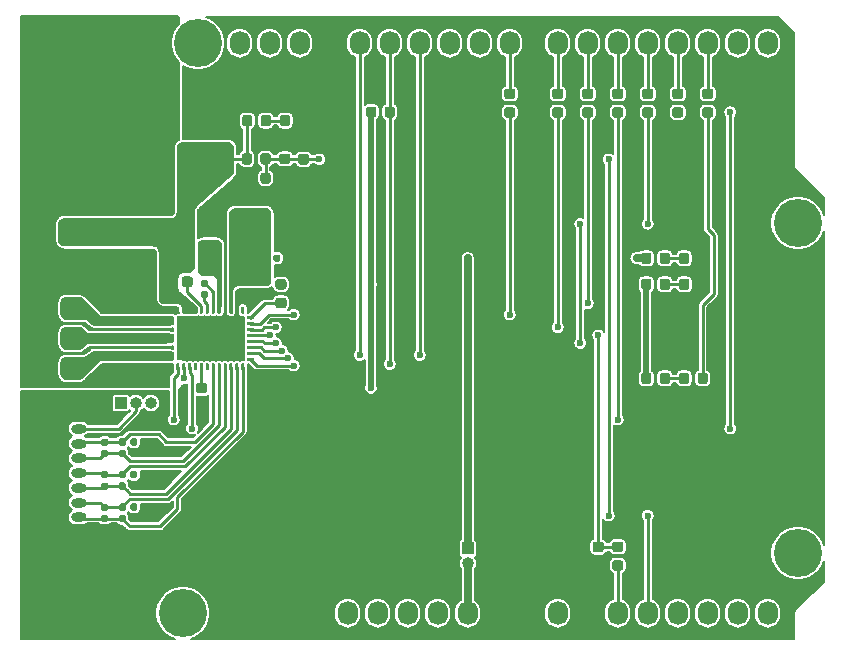
<source format=gbr>
%TF.GenerationSoftware,KiCad,Pcbnew,(5.1.9)-1*%
%TF.CreationDate,2021-05-10T14:35:49+02:00*%
%TF.ProjectId,Driverino-Shield,44726976-6572-4696-9e6f-2d536869656c,rev?*%
%TF.SameCoordinates,Original*%
%TF.FileFunction,Copper,L1,Top*%
%TF.FilePolarity,Positive*%
%FSLAX46Y46*%
G04 Gerber Fmt 4.6, Leading zero omitted, Abs format (unit mm)*
G04 Created by KiCad (PCBNEW (5.1.9)-1) date 2021-05-10 14:35:49*
%MOMM*%
%LPD*%
G01*
G04 APERTURE LIST*
%TA.AperFunction,SMDPad,CuDef*%
%ADD10R,5.700000X3.700000*%
%TD*%
%TA.AperFunction,ComponentPad*%
%ADD11C,0.600000*%
%TD*%
%TA.AperFunction,ComponentPad*%
%ADD12O,1.000000X1.000000*%
%TD*%
%TA.AperFunction,ComponentPad*%
%ADD13R,1.000000X1.000000*%
%TD*%
%TA.AperFunction,WasherPad*%
%ADD14C,4.064000*%
%TD*%
%TA.AperFunction,ComponentPad*%
%ADD15O,1.727200X2.032000*%
%TD*%
%TA.AperFunction,ComponentPad*%
%ADD16R,1.950000X1.950000*%
%TD*%
%TA.AperFunction,ComponentPad*%
%ADD17C,1.950000*%
%TD*%
%TA.AperFunction,ComponentPad*%
%ADD18O,1.300000X0.800000*%
%TD*%
%TA.AperFunction,ViaPad*%
%ADD19C,0.600000*%
%TD*%
%TA.AperFunction,Conductor*%
%ADD20C,0.250000*%
%TD*%
%TA.AperFunction,Conductor*%
%ADD21C,0.500000*%
%TD*%
%TA.AperFunction,Conductor*%
%ADD22C,0.640000*%
%TD*%
%TA.AperFunction,Conductor*%
%ADD23C,0.127000*%
%TD*%
%TA.AperFunction,Conductor*%
%ADD24C,0.100000*%
%TD*%
%TA.AperFunction,Conductor*%
%ADD25C,0.160000*%
%TD*%
G04 APERTURE END LIST*
%TO.P,F1,1*%
%TO.N,VCC*%
%TA.AperFunction,SMDPad,CuDef*%
G36*
G01*
X133241000Y-93614500D02*
X133241000Y-93959500D01*
G75*
G02*
X133093500Y-94107000I-147500J0D01*
G01*
X132798500Y-94107000D01*
G75*
G02*
X132651000Y-93959500I0J147500D01*
G01*
X132651000Y-93614500D01*
G75*
G02*
X132798500Y-93467000I147500J0D01*
G01*
X133093500Y-93467000D01*
G75*
G02*
X133241000Y-93614500I0J-147500D01*
G01*
G37*
%TD.AperFunction*%
%TO.P,F1,2*%
%TO.N,/FB*%
%TA.AperFunction,SMDPad,CuDef*%
G36*
G01*
X132271000Y-93614500D02*
X132271000Y-93959500D01*
G75*
G02*
X132123500Y-94107000I-147500J0D01*
G01*
X131828500Y-94107000D01*
G75*
G02*
X131681000Y-93959500I0J147500D01*
G01*
X131681000Y-93614500D01*
G75*
G02*
X131828500Y-93467000I147500J0D01*
G01*
X132123500Y-93467000D01*
G75*
G02*
X132271000Y-93614500I0J-147500D01*
G01*
G37*
%TD.AperFunction*%
%TD*%
%TO.P,R23,2*%
%TO.N,GND*%
%TA.AperFunction,SMDPad,CuDef*%
G36*
G01*
X120537500Y-115988500D02*
X120537500Y-115643500D01*
G75*
G02*
X120685000Y-115496000I147500J0D01*
G01*
X120980000Y-115496000D01*
G75*
G02*
X121127500Y-115643500I0J-147500D01*
G01*
X121127500Y-115988500D01*
G75*
G02*
X120980000Y-116136000I-147500J0D01*
G01*
X120685000Y-116136000D01*
G75*
G02*
X120537500Y-115988500I0J147500D01*
G01*
G37*
%TD.AperFunction*%
%TO.P,R23,1*%
%TO.N,/HCN*%
%TA.AperFunction,SMDPad,CuDef*%
G36*
G01*
X119567500Y-115988500D02*
X119567500Y-115643500D01*
G75*
G02*
X119715000Y-115496000I147500J0D01*
G01*
X120010000Y-115496000D01*
G75*
G02*
X120157500Y-115643500I0J-147500D01*
G01*
X120157500Y-115988500D01*
G75*
G02*
X120010000Y-116136000I-147500J0D01*
G01*
X119715000Y-116136000D01*
G75*
G02*
X119567500Y-115988500I0J147500D01*
G01*
G37*
%TD.AperFunction*%
%TD*%
%TO.P,R22,2*%
%TO.N,+3.3V*%
%TA.AperFunction,SMDPad,CuDef*%
G36*
G01*
X120537500Y-115018500D02*
X120537500Y-114673500D01*
G75*
G02*
X120685000Y-114526000I147500J0D01*
G01*
X120980000Y-114526000D01*
G75*
G02*
X121127500Y-114673500I0J-147500D01*
G01*
X121127500Y-115018500D01*
G75*
G02*
X120980000Y-115166000I-147500J0D01*
G01*
X120685000Y-115166000D01*
G75*
G02*
X120537500Y-115018500I0J147500D01*
G01*
G37*
%TD.AperFunction*%
%TO.P,R22,1*%
%TO.N,/HCP*%
%TA.AperFunction,SMDPad,CuDef*%
G36*
G01*
X119567500Y-115018500D02*
X119567500Y-114673500D01*
G75*
G02*
X119715000Y-114526000I147500J0D01*
G01*
X120010000Y-114526000D01*
G75*
G02*
X120157500Y-114673500I0J-147500D01*
G01*
X120157500Y-115018500D01*
G75*
G02*
X120010000Y-115166000I-147500J0D01*
G01*
X119715000Y-115166000D01*
G75*
G02*
X119567500Y-115018500I0J147500D01*
G01*
G37*
%TD.AperFunction*%
%TD*%
%TO.P,U1,1*%
%TO.N,N/C*%
%TA.AperFunction,SMDPad,CuDef*%
G36*
G01*
X129923000Y-98415000D02*
X129923000Y-97915000D01*
G75*
G02*
X129973000Y-97865000I50000J0D01*
G01*
X130123000Y-97865000D01*
G75*
G02*
X130173000Y-97915000I0J-50000D01*
G01*
X130173000Y-98415000D01*
G75*
G02*
X130123000Y-98465000I-50000J0D01*
G01*
X129973000Y-98465000D01*
G75*
G02*
X129923000Y-98415000I0J50000D01*
G01*
G37*
%TD.AperFunction*%
%TO.P,U1,2*%
%TO.N,GND*%
%TA.AperFunction,SMDPad,CuDef*%
G36*
G01*
X129423000Y-98415000D02*
X129423000Y-97915000D01*
G75*
G02*
X129473000Y-97865000I50000J0D01*
G01*
X129623000Y-97865000D01*
G75*
G02*
X129673000Y-97915000I0J-50000D01*
G01*
X129673000Y-98415000D01*
G75*
G02*
X129623000Y-98465000I-50000J0D01*
G01*
X129473000Y-98465000D01*
G75*
G02*
X129423000Y-98415000I0J50000D01*
G01*
G37*
%TD.AperFunction*%
%TO.P,U1,3*%
%TO.N,/FB*%
%TA.AperFunction,SMDPad,CuDef*%
G36*
G01*
X128923000Y-98415000D02*
X128923000Y-97915000D01*
G75*
G02*
X128973000Y-97865000I50000J0D01*
G01*
X129123000Y-97865000D01*
G75*
G02*
X129173000Y-97915000I0J-50000D01*
G01*
X129173000Y-98415000D01*
G75*
G02*
X129123000Y-98465000I-50000J0D01*
G01*
X128973000Y-98465000D01*
G75*
G02*
X128923000Y-98415000I0J50000D01*
G01*
G37*
%TD.AperFunction*%
%TO.P,U1,4*%
%TO.N,GND*%
%TA.AperFunction,SMDPad,CuDef*%
G36*
G01*
X128423000Y-98415000D02*
X128423000Y-97915000D01*
G75*
G02*
X128473000Y-97865000I50000J0D01*
G01*
X128623000Y-97865000D01*
G75*
G02*
X128673000Y-97915000I0J-50000D01*
G01*
X128673000Y-98415000D01*
G75*
G02*
X128623000Y-98465000I-50000J0D01*
G01*
X128473000Y-98465000D01*
G75*
G02*
X128423000Y-98415000I0J50000D01*
G01*
G37*
%TD.AperFunction*%
%TO.P,U1,5*%
%TO.N,/SW*%
%TA.AperFunction,SMDPad,CuDef*%
G36*
G01*
X127923000Y-98415000D02*
X127923000Y-97915000D01*
G75*
G02*
X127973000Y-97865000I50000J0D01*
G01*
X128123000Y-97865000D01*
G75*
G02*
X128173000Y-97915000I0J-50000D01*
G01*
X128173000Y-98415000D01*
G75*
G02*
X128123000Y-98465000I-50000J0D01*
G01*
X127973000Y-98465000D01*
G75*
G02*
X127923000Y-98415000I0J50000D01*
G01*
G37*
%TD.AperFunction*%
%TO.P,U1,6*%
%TO.N,Net-(C6-Pad2)*%
%TA.AperFunction,SMDPad,CuDef*%
G36*
G01*
X127423000Y-98415000D02*
X127423000Y-97915000D01*
G75*
G02*
X127473000Y-97865000I50000J0D01*
G01*
X127623000Y-97865000D01*
G75*
G02*
X127673000Y-97915000I0J-50000D01*
G01*
X127673000Y-98415000D01*
G75*
G02*
X127623000Y-98465000I-50000J0D01*
G01*
X127473000Y-98465000D01*
G75*
G02*
X127423000Y-98415000I0J50000D01*
G01*
G37*
%TD.AperFunction*%
%TO.P,U1,7*%
%TO.N,Net-(C6-Pad1)*%
%TA.AperFunction,SMDPad,CuDef*%
G36*
G01*
X126923000Y-98415000D02*
X126923000Y-97915000D01*
G75*
G02*
X126973000Y-97865000I50000J0D01*
G01*
X127123000Y-97865000D01*
G75*
G02*
X127173000Y-97915000I0J-50000D01*
G01*
X127173000Y-98415000D01*
G75*
G02*
X127123000Y-98465000I-50000J0D01*
G01*
X126973000Y-98465000D01*
G75*
G02*
X126923000Y-98415000I0J50000D01*
G01*
G37*
%TD.AperFunction*%
%TO.P,U1,8*%
%TO.N,Net-(C5-Pad1)*%
%TA.AperFunction,SMDPad,CuDef*%
G36*
G01*
X126423000Y-98415000D02*
X126423000Y-97915000D01*
G75*
G02*
X126473000Y-97865000I50000J0D01*
G01*
X126623000Y-97865000D01*
G75*
G02*
X126673000Y-97915000I0J-50000D01*
G01*
X126673000Y-98415000D01*
G75*
G02*
X126623000Y-98465000I-50000J0D01*
G01*
X126473000Y-98465000D01*
G75*
G02*
X126423000Y-98415000I0J50000D01*
G01*
G37*
%TD.AperFunction*%
%TO.P,U1,9*%
%TO.N,+36V*%
%TA.AperFunction,SMDPad,CuDef*%
G36*
G01*
X125923000Y-98415000D02*
X125923000Y-97915000D01*
G75*
G02*
X125973000Y-97865000I50000J0D01*
G01*
X126123000Y-97865000D01*
G75*
G02*
X126173000Y-97915000I0J-50000D01*
G01*
X126173000Y-98415000D01*
G75*
G02*
X126123000Y-98465000I-50000J0D01*
G01*
X125973000Y-98465000D01*
G75*
G02*
X125923000Y-98415000I0J50000D01*
G01*
G37*
%TD.AperFunction*%
%TO.P,U1,10*%
%TA.AperFunction,SMDPad,CuDef*%
G36*
G01*
X125423000Y-98415000D02*
X125423000Y-97915000D01*
G75*
G02*
X125473000Y-97865000I50000J0D01*
G01*
X125623000Y-97865000D01*
G75*
G02*
X125673000Y-97915000I0J-50000D01*
G01*
X125673000Y-98415000D01*
G75*
G02*
X125623000Y-98465000I-50000J0D01*
G01*
X125473000Y-98465000D01*
G75*
G02*
X125423000Y-98415000I0J50000D01*
G01*
G37*
%TD.AperFunction*%
%TO.P,U1,11*%
%TA.AperFunction,SMDPad,CuDef*%
G36*
G01*
X124923000Y-98415000D02*
X124923000Y-97915000D01*
G75*
G02*
X124973000Y-97865000I50000J0D01*
G01*
X125123000Y-97865000D01*
G75*
G02*
X125173000Y-97915000I0J-50000D01*
G01*
X125173000Y-98415000D01*
G75*
G02*
X125123000Y-98465000I-50000J0D01*
G01*
X124973000Y-98465000D01*
G75*
G02*
X124923000Y-98415000I0J50000D01*
G01*
G37*
%TD.AperFunction*%
%TO.P,U1,12*%
%TO.N,GNDPWR*%
%TA.AperFunction,SMDPad,CuDef*%
G36*
G01*
X124423000Y-98415000D02*
X124423000Y-97915000D01*
G75*
G02*
X124473000Y-97865000I50000J0D01*
G01*
X124623000Y-97865000D01*
G75*
G02*
X124673000Y-97915000I0J-50000D01*
G01*
X124673000Y-98415000D01*
G75*
G02*
X124623000Y-98465000I-50000J0D01*
G01*
X124473000Y-98465000D01*
G75*
G02*
X124423000Y-98415000I0J50000D01*
G01*
G37*
%TD.AperFunction*%
%TO.P,U1,13*%
%TO.N,/U*%
%TA.AperFunction,SMDPad,CuDef*%
G36*
G01*
X124148000Y-98940000D02*
X123648000Y-98940000D01*
G75*
G02*
X123598000Y-98890000I0J50000D01*
G01*
X123598000Y-98740000D01*
G75*
G02*
X123648000Y-98690000I50000J0D01*
G01*
X124148000Y-98690000D01*
G75*
G02*
X124198000Y-98740000I0J-50000D01*
G01*
X124198000Y-98890000D01*
G75*
G02*
X124148000Y-98940000I-50000J0D01*
G01*
G37*
%TD.AperFunction*%
%TO.P,U1,14*%
%TA.AperFunction,SMDPad,CuDef*%
G36*
G01*
X124148000Y-99440000D02*
X123648000Y-99440000D01*
G75*
G02*
X123598000Y-99390000I0J50000D01*
G01*
X123598000Y-99240000D01*
G75*
G02*
X123648000Y-99190000I50000J0D01*
G01*
X124148000Y-99190000D01*
G75*
G02*
X124198000Y-99240000I0J-50000D01*
G01*
X124198000Y-99390000D01*
G75*
G02*
X124148000Y-99440000I-50000J0D01*
G01*
G37*
%TD.AperFunction*%
%TO.P,U1,15*%
%TO.N,GNDPWR*%
%TA.AperFunction,SMDPad,CuDef*%
G36*
G01*
X124148000Y-99940000D02*
X123648000Y-99940000D01*
G75*
G02*
X123598000Y-99890000I0J50000D01*
G01*
X123598000Y-99740000D01*
G75*
G02*
X123648000Y-99690000I50000J0D01*
G01*
X124148000Y-99690000D01*
G75*
G02*
X124198000Y-99740000I0J-50000D01*
G01*
X124198000Y-99890000D01*
G75*
G02*
X124148000Y-99940000I-50000J0D01*
G01*
G37*
%TD.AperFunction*%
%TO.P,U1,16*%
%TO.N,/V*%
%TA.AperFunction,SMDPad,CuDef*%
G36*
G01*
X124148000Y-100440000D02*
X123648000Y-100440000D01*
G75*
G02*
X123598000Y-100390000I0J50000D01*
G01*
X123598000Y-100240000D01*
G75*
G02*
X123648000Y-100190000I50000J0D01*
G01*
X124148000Y-100190000D01*
G75*
G02*
X124198000Y-100240000I0J-50000D01*
G01*
X124198000Y-100390000D01*
G75*
G02*
X124148000Y-100440000I-50000J0D01*
G01*
G37*
%TD.AperFunction*%
%TO.P,U1,17*%
%TA.AperFunction,SMDPad,CuDef*%
G36*
G01*
X124148000Y-100940000D02*
X123648000Y-100940000D01*
G75*
G02*
X123598000Y-100890000I0J50000D01*
G01*
X123598000Y-100740000D01*
G75*
G02*
X123648000Y-100690000I50000J0D01*
G01*
X124148000Y-100690000D01*
G75*
G02*
X124198000Y-100740000I0J-50000D01*
G01*
X124198000Y-100890000D01*
G75*
G02*
X124148000Y-100940000I-50000J0D01*
G01*
G37*
%TD.AperFunction*%
%TO.P,U1,18*%
%TO.N,GNDPWR*%
%TA.AperFunction,SMDPad,CuDef*%
G36*
G01*
X124148000Y-101440000D02*
X123648000Y-101440000D01*
G75*
G02*
X123598000Y-101390000I0J50000D01*
G01*
X123598000Y-101240000D01*
G75*
G02*
X123648000Y-101190000I50000J0D01*
G01*
X124148000Y-101190000D01*
G75*
G02*
X124198000Y-101240000I0J-50000D01*
G01*
X124198000Y-101390000D01*
G75*
G02*
X124148000Y-101440000I-50000J0D01*
G01*
G37*
%TD.AperFunction*%
%TO.P,U1,19*%
%TO.N,/W*%
%TA.AperFunction,SMDPad,CuDef*%
G36*
G01*
X124148000Y-101940000D02*
X123648000Y-101940000D01*
G75*
G02*
X123598000Y-101890000I0J50000D01*
G01*
X123598000Y-101740000D01*
G75*
G02*
X123648000Y-101690000I50000J0D01*
G01*
X124148000Y-101690000D01*
G75*
G02*
X124198000Y-101740000I0J-50000D01*
G01*
X124198000Y-101890000D01*
G75*
G02*
X124148000Y-101940000I-50000J0D01*
G01*
G37*
%TD.AperFunction*%
%TO.P,U1,20*%
%TA.AperFunction,SMDPad,CuDef*%
G36*
G01*
X124148000Y-102440000D02*
X123648000Y-102440000D01*
G75*
G02*
X123598000Y-102390000I0J50000D01*
G01*
X123598000Y-102240000D01*
G75*
G02*
X123648000Y-102190000I50000J0D01*
G01*
X124148000Y-102190000D01*
G75*
G02*
X124198000Y-102240000I0J-50000D01*
G01*
X124198000Y-102390000D01*
G75*
G02*
X124148000Y-102440000I-50000J0D01*
G01*
G37*
%TD.AperFunction*%
%TO.P,U1,21*%
%TO.N,/DRVOFF*%
%TA.AperFunction,SMDPad,CuDef*%
G36*
G01*
X124423000Y-103215000D02*
X124423000Y-102715000D01*
G75*
G02*
X124473000Y-102665000I50000J0D01*
G01*
X124623000Y-102665000D01*
G75*
G02*
X124673000Y-102715000I0J-50000D01*
G01*
X124673000Y-103215000D01*
G75*
G02*
X124623000Y-103265000I-50000J0D01*
G01*
X124473000Y-103265000D01*
G75*
G02*
X124423000Y-103215000I0J50000D01*
G01*
G37*
%TD.AperFunction*%
%TO.P,U1,22*%
%TO.N,/FAULT*%
%TA.AperFunction,SMDPad,CuDef*%
G36*
G01*
X124923000Y-103215000D02*
X124923000Y-102715000D01*
G75*
G02*
X124973000Y-102665000I50000J0D01*
G01*
X125123000Y-102665000D01*
G75*
G02*
X125173000Y-102715000I0J-50000D01*
G01*
X125173000Y-103215000D01*
G75*
G02*
X125123000Y-103265000I-50000J0D01*
G01*
X124973000Y-103265000D01*
G75*
G02*
X124923000Y-103215000I0J50000D01*
G01*
G37*
%TD.AperFunction*%
%TO.P,U1,23*%
%TO.N,/SLEEP*%
%TA.AperFunction,SMDPad,CuDef*%
G36*
G01*
X125423000Y-103215000D02*
X125423000Y-102715000D01*
G75*
G02*
X125473000Y-102665000I50000J0D01*
G01*
X125623000Y-102665000D01*
G75*
G02*
X125673000Y-102715000I0J-50000D01*
G01*
X125673000Y-103215000D01*
G75*
G02*
X125623000Y-103265000I-50000J0D01*
G01*
X125473000Y-103265000D01*
G75*
G02*
X125423000Y-103215000I0J50000D01*
G01*
G37*
%TD.AperFunction*%
%TO.P,U1,24*%
%TO.N,N/C*%
%TA.AperFunction,SMDPad,CuDef*%
G36*
G01*
X125923000Y-103215000D02*
X125923000Y-102715000D01*
G75*
G02*
X125973000Y-102665000I50000J0D01*
G01*
X126123000Y-102665000D01*
G75*
G02*
X126173000Y-102715000I0J-50000D01*
G01*
X126173000Y-103215000D01*
G75*
G02*
X126123000Y-103265000I-50000J0D01*
G01*
X125973000Y-103265000D01*
G75*
G02*
X125923000Y-103215000I0J50000D01*
G01*
G37*
%TD.AperFunction*%
%TO.P,U1,25*%
%TO.N,+3.3V*%
%TA.AperFunction,SMDPad,CuDef*%
G36*
G01*
X126423000Y-103215000D02*
X126423000Y-102715000D01*
G75*
G02*
X126473000Y-102665000I50000J0D01*
G01*
X126623000Y-102665000D01*
G75*
G02*
X126673000Y-102715000I0J-50000D01*
G01*
X126673000Y-103215000D01*
G75*
G02*
X126623000Y-103265000I-50000J0D01*
G01*
X126473000Y-103265000D01*
G75*
G02*
X126423000Y-103215000I0J50000D01*
G01*
G37*
%TD.AperFunction*%
%TO.P,U1,26*%
%TO.N,N/C*%
%TA.AperFunction,SMDPad,CuDef*%
G36*
G01*
X126923000Y-103215000D02*
X126923000Y-102715000D01*
G75*
G02*
X126973000Y-102665000I50000J0D01*
G01*
X127123000Y-102665000D01*
G75*
G02*
X127173000Y-102715000I0J-50000D01*
G01*
X127173000Y-103215000D01*
G75*
G02*
X127123000Y-103265000I-50000J0D01*
G01*
X126973000Y-103265000D01*
G75*
G02*
X126923000Y-103215000I0J50000D01*
G01*
G37*
%TD.AperFunction*%
%TO.P,U1,27*%
%TO.N,/HAP*%
%TA.AperFunction,SMDPad,CuDef*%
G36*
G01*
X127423000Y-103215000D02*
X127423000Y-102715000D01*
G75*
G02*
X127473000Y-102665000I50000J0D01*
G01*
X127623000Y-102665000D01*
G75*
G02*
X127673000Y-102715000I0J-50000D01*
G01*
X127673000Y-103215000D01*
G75*
G02*
X127623000Y-103265000I-50000J0D01*
G01*
X127473000Y-103265000D01*
G75*
G02*
X127423000Y-103215000I0J50000D01*
G01*
G37*
%TD.AperFunction*%
%TO.P,U1,28*%
%TO.N,/HAN*%
%TA.AperFunction,SMDPad,CuDef*%
G36*
G01*
X127923000Y-103215000D02*
X127923000Y-102715000D01*
G75*
G02*
X127973000Y-102665000I50000J0D01*
G01*
X128123000Y-102665000D01*
G75*
G02*
X128173000Y-102715000I0J-50000D01*
G01*
X128173000Y-103215000D01*
G75*
G02*
X128123000Y-103265000I-50000J0D01*
G01*
X127973000Y-103265000D01*
G75*
G02*
X127923000Y-103215000I0J50000D01*
G01*
G37*
%TD.AperFunction*%
%TO.P,U1,29*%
%TO.N,/HBP*%
%TA.AperFunction,SMDPad,CuDef*%
G36*
G01*
X128423000Y-103215000D02*
X128423000Y-102715000D01*
G75*
G02*
X128473000Y-102665000I50000J0D01*
G01*
X128623000Y-102665000D01*
G75*
G02*
X128673000Y-102715000I0J-50000D01*
G01*
X128673000Y-103215000D01*
G75*
G02*
X128623000Y-103265000I-50000J0D01*
G01*
X128473000Y-103265000D01*
G75*
G02*
X128423000Y-103215000I0J50000D01*
G01*
G37*
%TD.AperFunction*%
%TO.P,U1,30*%
%TO.N,/HBN*%
%TA.AperFunction,SMDPad,CuDef*%
G36*
G01*
X128923000Y-103215000D02*
X128923000Y-102715000D01*
G75*
G02*
X128973000Y-102665000I50000J0D01*
G01*
X129123000Y-102665000D01*
G75*
G02*
X129173000Y-102715000I0J-50000D01*
G01*
X129173000Y-103215000D01*
G75*
G02*
X129123000Y-103265000I-50000J0D01*
G01*
X128973000Y-103265000D01*
G75*
G02*
X128923000Y-103215000I0J50000D01*
G01*
G37*
%TD.AperFunction*%
%TO.P,U1,31*%
%TO.N,/HCP*%
%TA.AperFunction,SMDPad,CuDef*%
G36*
G01*
X129423000Y-103215000D02*
X129423000Y-102715000D01*
G75*
G02*
X129473000Y-102665000I50000J0D01*
G01*
X129623000Y-102665000D01*
G75*
G02*
X129673000Y-102715000I0J-50000D01*
G01*
X129673000Y-103215000D01*
G75*
G02*
X129623000Y-103265000I-50000J0D01*
G01*
X129473000Y-103265000D01*
G75*
G02*
X129423000Y-103215000I0J50000D01*
G01*
G37*
%TD.AperFunction*%
%TO.P,U1,32*%
%TO.N,/HCN*%
%TA.AperFunction,SMDPad,CuDef*%
G36*
G01*
X129923000Y-103215000D02*
X129923000Y-102715000D01*
G75*
G02*
X129973000Y-102665000I50000J0D01*
G01*
X130123000Y-102665000D01*
G75*
G02*
X130173000Y-102715000I0J-50000D01*
G01*
X130173000Y-103215000D01*
G75*
G02*
X130123000Y-103265000I-50000J0D01*
G01*
X129973000Y-103265000D01*
G75*
G02*
X129923000Y-103215000I0J50000D01*
G01*
G37*
%TD.AperFunction*%
%TO.P,U1,33*%
%TO.N,/12(MISO)*%
%TA.AperFunction,SMDPad,CuDef*%
G36*
G01*
X130948000Y-102440000D02*
X130448000Y-102440000D01*
G75*
G02*
X130398000Y-102390000I0J50000D01*
G01*
X130398000Y-102240000D01*
G75*
G02*
X130448000Y-102190000I50000J0D01*
G01*
X130948000Y-102190000D01*
G75*
G02*
X130998000Y-102240000I0J-50000D01*
G01*
X130998000Y-102390000D01*
G75*
G02*
X130948000Y-102440000I-50000J0D01*
G01*
G37*
%TD.AperFunction*%
%TO.P,U1,34*%
%TO.N,/11(\u002A\u002A/MOSI)*%
%TA.AperFunction,SMDPad,CuDef*%
G36*
G01*
X130948000Y-101940000D02*
X130448000Y-101940000D01*
G75*
G02*
X130398000Y-101890000I0J50000D01*
G01*
X130398000Y-101740000D01*
G75*
G02*
X130448000Y-101690000I50000J0D01*
G01*
X130948000Y-101690000D01*
G75*
G02*
X130998000Y-101740000I0J-50000D01*
G01*
X130998000Y-101890000D01*
G75*
G02*
X130948000Y-101940000I-50000J0D01*
G01*
G37*
%TD.AperFunction*%
%TO.P,U1,35*%
%TO.N,/13(SCK)*%
%TA.AperFunction,SMDPad,CuDef*%
G36*
G01*
X130948000Y-101440000D02*
X130448000Y-101440000D01*
G75*
G02*
X130398000Y-101390000I0J50000D01*
G01*
X130398000Y-101240000D01*
G75*
G02*
X130448000Y-101190000I50000J0D01*
G01*
X130948000Y-101190000D01*
G75*
G02*
X130998000Y-101240000I0J-50000D01*
G01*
X130998000Y-101390000D01*
G75*
G02*
X130948000Y-101440000I-50000J0D01*
G01*
G37*
%TD.AperFunction*%
%TO.P,U1,36*%
%TO.N,/CS*%
%TA.AperFunction,SMDPad,CuDef*%
G36*
G01*
X130948000Y-100940000D02*
X130448000Y-100940000D01*
G75*
G02*
X130398000Y-100890000I0J50000D01*
G01*
X130398000Y-100740000D01*
G75*
G02*
X130448000Y-100690000I50000J0D01*
G01*
X130948000Y-100690000D01*
G75*
G02*
X130998000Y-100740000I0J-50000D01*
G01*
X130998000Y-100890000D01*
G75*
G02*
X130948000Y-100940000I-50000J0D01*
G01*
G37*
%TD.AperFunction*%
%TO.P,U1,37*%
%TO.N,/ILIM*%
%TA.AperFunction,SMDPad,CuDef*%
G36*
G01*
X130948000Y-100440000D02*
X130448000Y-100440000D01*
G75*
G02*
X130398000Y-100390000I0J50000D01*
G01*
X130398000Y-100240000D01*
G75*
G02*
X130448000Y-100190000I50000J0D01*
G01*
X130948000Y-100190000D01*
G75*
G02*
X130998000Y-100240000I0J-50000D01*
G01*
X130998000Y-100390000D01*
G75*
G02*
X130948000Y-100440000I-50000J0D01*
G01*
G37*
%TD.AperFunction*%
%TO.P,U1,38*%
%TO.N,/BRAKE*%
%TA.AperFunction,SMDPad,CuDef*%
G36*
G01*
X130948000Y-99940000D02*
X130448000Y-99940000D01*
G75*
G02*
X130398000Y-99890000I0J50000D01*
G01*
X130398000Y-99740000D01*
G75*
G02*
X130448000Y-99690000I50000J0D01*
G01*
X130948000Y-99690000D01*
G75*
G02*
X130998000Y-99740000I0J-50000D01*
G01*
X130998000Y-99890000D01*
G75*
G02*
X130948000Y-99940000I-50000J0D01*
G01*
G37*
%TD.AperFunction*%
%TO.P,U1,39*%
%TO.N,/PWM*%
%TA.AperFunction,SMDPad,CuDef*%
G36*
G01*
X130948000Y-99440000D02*
X130448000Y-99440000D01*
G75*
G02*
X130398000Y-99390000I0J50000D01*
G01*
X130398000Y-99240000D01*
G75*
G02*
X130448000Y-99190000I50000J0D01*
G01*
X130948000Y-99190000D01*
G75*
G02*
X130998000Y-99240000I0J-50000D01*
G01*
X130998000Y-99390000D01*
G75*
G02*
X130948000Y-99440000I-50000J0D01*
G01*
G37*
%TD.AperFunction*%
%TO.P,U1,40*%
%TO.N,/FGOUT*%
%TA.AperFunction,SMDPad,CuDef*%
G36*
G01*
X130948000Y-98940000D02*
X130448000Y-98940000D01*
G75*
G02*
X130398000Y-98890000I0J50000D01*
G01*
X130398000Y-98740000D01*
G75*
G02*
X130448000Y-98690000I50000J0D01*
G01*
X130948000Y-98690000D01*
G75*
G02*
X130998000Y-98740000I0J-50000D01*
G01*
X130998000Y-98890000D01*
G75*
G02*
X130948000Y-98940000I-50000J0D01*
G01*
G37*
%TD.AperFunction*%
D10*
%TO.P,U1,41*%
%TO.N,GND*%
X127298000Y-100565000D03*
D11*
X127298000Y-101190000D03*
X127298000Y-99940000D03*
X127298000Y-98965000D03*
X127298000Y-102165000D03*
X128648000Y-101190000D03*
X128648000Y-99940000D03*
X128648000Y-98965000D03*
X128648000Y-102165000D03*
X129898000Y-101190000D03*
X129898000Y-99940000D03*
X125948000Y-101190000D03*
X125948000Y-99940000D03*
X125948000Y-98965000D03*
X125948000Y-102165000D03*
X124698000Y-101190000D03*
X124698000Y-99940000D03*
%TD*%
D12*
%TO.P,JP1,3*%
%TO.N,VCC*%
X122268000Y-106045000D03*
%TO.P,JP1,2*%
%TO.N,Net-(JP1-Pad2)*%
X120998000Y-106045000D03*
D13*
%TO.P,JP1,1*%
%TO.N,+3.3V*%
X119728000Y-106045000D03*
%TD*%
%TO.P,C3,2*%
%TO.N,+36V*%
%TA.AperFunction,SMDPad,CuDef*%
G36*
G01*
X123074000Y-95265001D02*
X123074000Y-93964999D01*
G75*
G02*
X123323999Y-93715000I249999J0D01*
G01*
X123974001Y-93715000D01*
G75*
G02*
X124224000Y-93964999I0J-249999D01*
G01*
X124224000Y-95265001D01*
G75*
G02*
X123974001Y-95515000I-249999J0D01*
G01*
X123323999Y-95515000D01*
G75*
G02*
X123074000Y-95265001I0J249999D01*
G01*
G37*
%TD.AperFunction*%
%TO.P,C3,1*%
%TO.N,GNDPWR*%
%TA.AperFunction,SMDPad,CuDef*%
G36*
G01*
X120124000Y-95265001D02*
X120124000Y-93964999D01*
G75*
G02*
X120373999Y-93715000I249999J0D01*
G01*
X121024001Y-93715000D01*
G75*
G02*
X121274000Y-93964999I0J-249999D01*
G01*
X121274000Y-95265001D01*
G75*
G02*
X121024001Y-95515000I-249999J0D01*
G01*
X120373999Y-95515000D01*
G75*
G02*
X120124000Y-95265001I0J249999D01*
G01*
G37*
%TD.AperFunction*%
%TD*%
%TO.P,C4,2*%
%TO.N,+36V*%
%TA.AperFunction,SMDPad,CuDef*%
G36*
G01*
X123136000Y-96690000D02*
X123136000Y-96350000D01*
G75*
G02*
X123276000Y-96210000I140000J0D01*
G01*
X123556000Y-96210000D01*
G75*
G02*
X123696000Y-96350000I0J-140000D01*
G01*
X123696000Y-96690000D01*
G75*
G02*
X123556000Y-96830000I-140000J0D01*
G01*
X123276000Y-96830000D01*
G75*
G02*
X123136000Y-96690000I0J140000D01*
G01*
G37*
%TD.AperFunction*%
%TO.P,C4,1*%
%TO.N,GNDPWR*%
%TA.AperFunction,SMDPad,CuDef*%
G36*
G01*
X122176000Y-96690000D02*
X122176000Y-96350000D01*
G75*
G02*
X122316000Y-96210000I140000J0D01*
G01*
X122596000Y-96210000D01*
G75*
G02*
X122736000Y-96350000I0J-140000D01*
G01*
X122736000Y-96690000D01*
G75*
G02*
X122596000Y-96830000I-140000J0D01*
G01*
X122316000Y-96830000D01*
G75*
G02*
X122176000Y-96690000I0J140000D01*
G01*
G37*
%TD.AperFunction*%
%TD*%
D14*
%TO.P,P5,*%
%TO.N,*%
X124968000Y-123825000D03*
%TD*%
%TO.P,P7,*%
%TO.N,*%
X126238000Y-75565000D03*
%TD*%
%TO.P,P8,*%
%TO.N,*%
X177038000Y-90805000D03*
%TD*%
D15*
%TO.P,P3,1*%
%TO.N,/A5(SCL)*%
X129794000Y-75565000D03*
%TO.P,P3,2*%
%TO.N,/A4(SDA)*%
X132334000Y-75565000D03*
%TO.P,P3,3*%
%TO.N,N/C*%
X134874000Y-75565000D03*
%TO.P,P3,4*%
%TO.N,GND*%
X137414000Y-75565000D03*
%TO.P,P3,5*%
%TO.N,/13(SCK)*%
X139954000Y-75565000D03*
%TO.P,P3,6*%
%TO.N,/12(MISO)*%
X142494000Y-75565000D03*
%TO.P,P3,7*%
%TO.N,/11(\u002A\u002A/MOSI)*%
X145034000Y-75565000D03*
%TO.P,P3,8*%
%TO.N,N/C*%
X147574000Y-75565000D03*
%TO.P,P3,9*%
X150114000Y-75565000D03*
%TO.P,P3,10*%
%TO.N,/8*%
X152654000Y-75565000D03*
%TD*%
D14*
%TO.P,P6,*%
%TO.N,*%
X177038000Y-118745000D03*
%TD*%
D15*
%TO.P,P1,1*%
%TO.N,N/C*%
X138938000Y-123825000D03*
%TO.P,P1,2*%
X141478000Y-123825000D03*
%TO.P,P1,3*%
X144018000Y-123825000D03*
%TO.P,P1,4*%
%TO.N,+3.3V*%
X146558000Y-123825000D03*
%TO.P,P1,5*%
%TO.N,+5V*%
X149098000Y-123825000D03*
%TO.P,P1,6*%
%TO.N,GND*%
X151638000Y-123825000D03*
%TO.P,P1,7*%
X154178000Y-123825000D03*
%TO.P,P1,8*%
%TO.N,N/C*%
X156718000Y-123825000D03*
%TD*%
%TO.P,P2,1*%
%TO.N,/A0*%
X161798000Y-123825000D03*
%TO.P,P2,2*%
%TO.N,/A1*%
X164338000Y-123825000D03*
%TO.P,P2,3*%
%TO.N,N/C*%
X166878000Y-123825000D03*
%TO.P,P2,4*%
X169418000Y-123825000D03*
%TO.P,P2,5*%
%TO.N,/A4(SDA)*%
X171958000Y-123825000D03*
%TO.P,P2,6*%
%TO.N,/A5(SCL)*%
X174498000Y-123825000D03*
%TD*%
%TO.P,P4,1*%
%TO.N,/7*%
X156718000Y-75565000D03*
%TO.P,P4,2*%
%TO.N,/6(\u002A\u002A)*%
X159258000Y-75565000D03*
%TO.P,P4,3*%
%TO.N,/5(\u002A\u002A)*%
X161798000Y-75565000D03*
%TO.P,P4,4*%
%TO.N,/4*%
X164338000Y-75565000D03*
%TO.P,P4,5*%
%TO.N,/3(\u002A\u002A)*%
X166878000Y-75565000D03*
%TO.P,P4,6*%
%TO.N,/2*%
X169418000Y-75565000D03*
%TO.P,P4,7*%
%TO.N,N/C*%
X171958000Y-75565000D03*
%TO.P,P4,8*%
X174498000Y-75565000D03*
%TD*%
%TO.P,C6,2*%
%TO.N,Net-(C6-Pad2)*%
%TA.AperFunction,SMDPad,CuDef*%
G36*
G01*
X126982000Y-96203000D02*
X126637000Y-96203000D01*
G75*
G02*
X126489500Y-96055500I0J147500D01*
G01*
X126489500Y-95760500D01*
G75*
G02*
X126637000Y-95613000I147500J0D01*
G01*
X126982000Y-95613000D01*
G75*
G02*
X127129500Y-95760500I0J-147500D01*
G01*
X127129500Y-96055500D01*
G75*
G02*
X126982000Y-96203000I-147500J0D01*
G01*
G37*
%TD.AperFunction*%
%TO.P,C6,1*%
%TO.N,Net-(C6-Pad1)*%
%TA.AperFunction,SMDPad,CuDef*%
G36*
G01*
X126982000Y-97173000D02*
X126637000Y-97173000D01*
G75*
G02*
X126489500Y-97025500I0J147500D01*
G01*
X126489500Y-96730500D01*
G75*
G02*
X126637000Y-96583000I147500J0D01*
G01*
X126982000Y-96583000D01*
G75*
G02*
X127129500Y-96730500I0J-147500D01*
G01*
X127129500Y-97025500D01*
G75*
G02*
X126982000Y-97173000I-147500J0D01*
G01*
G37*
%TD.AperFunction*%
%TD*%
%TO.P,C12,2*%
%TO.N,/HCP*%
%TA.AperFunction,SMDPad,CuDef*%
G36*
G01*
X118520000Y-115141000D02*
X118175000Y-115141000D01*
G75*
G02*
X118027500Y-114993500I0J147500D01*
G01*
X118027500Y-114698500D01*
G75*
G02*
X118175000Y-114551000I147500J0D01*
G01*
X118520000Y-114551000D01*
G75*
G02*
X118667500Y-114698500I0J-147500D01*
G01*
X118667500Y-114993500D01*
G75*
G02*
X118520000Y-115141000I-147500J0D01*
G01*
G37*
%TD.AperFunction*%
%TO.P,C12,1*%
%TO.N,/HCN*%
%TA.AperFunction,SMDPad,CuDef*%
G36*
G01*
X118520000Y-116111000D02*
X118175000Y-116111000D01*
G75*
G02*
X118027500Y-115963500I0J147500D01*
G01*
X118027500Y-115668500D01*
G75*
G02*
X118175000Y-115521000I147500J0D01*
G01*
X118520000Y-115521000D01*
G75*
G02*
X118667500Y-115668500I0J-147500D01*
G01*
X118667500Y-115963500D01*
G75*
G02*
X118520000Y-116111000I-147500J0D01*
G01*
G37*
%TD.AperFunction*%
%TD*%
%TO.P,R21,2*%
%TO.N,GND*%
%TA.AperFunction,SMDPad,CuDef*%
G36*
G01*
X120537500Y-113234500D02*
X120537500Y-112889500D01*
G75*
G02*
X120685000Y-112742000I147500J0D01*
G01*
X120980000Y-112742000D01*
G75*
G02*
X121127500Y-112889500I0J-147500D01*
G01*
X121127500Y-113234500D01*
G75*
G02*
X120980000Y-113382000I-147500J0D01*
G01*
X120685000Y-113382000D01*
G75*
G02*
X120537500Y-113234500I0J147500D01*
G01*
G37*
%TD.AperFunction*%
%TO.P,R21,1*%
%TO.N,/HBN*%
%TA.AperFunction,SMDPad,CuDef*%
G36*
G01*
X119567500Y-113234500D02*
X119567500Y-112889500D01*
G75*
G02*
X119715000Y-112742000I147500J0D01*
G01*
X120010000Y-112742000D01*
G75*
G02*
X120157500Y-112889500I0J-147500D01*
G01*
X120157500Y-113234500D01*
G75*
G02*
X120010000Y-113382000I-147500J0D01*
G01*
X119715000Y-113382000D01*
G75*
G02*
X119567500Y-113234500I0J147500D01*
G01*
G37*
%TD.AperFunction*%
%TD*%
%TO.P,R20,2*%
%TO.N,+3.3V*%
%TA.AperFunction,SMDPad,CuDef*%
G36*
G01*
X120537500Y-112264500D02*
X120537500Y-111919500D01*
G75*
G02*
X120685000Y-111772000I147500J0D01*
G01*
X120980000Y-111772000D01*
G75*
G02*
X121127500Y-111919500I0J-147500D01*
G01*
X121127500Y-112264500D01*
G75*
G02*
X120980000Y-112412000I-147500J0D01*
G01*
X120685000Y-112412000D01*
G75*
G02*
X120537500Y-112264500I0J147500D01*
G01*
G37*
%TD.AperFunction*%
%TO.P,R20,1*%
%TO.N,/HBP*%
%TA.AperFunction,SMDPad,CuDef*%
G36*
G01*
X119567500Y-112264500D02*
X119567500Y-111919500D01*
G75*
G02*
X119715000Y-111772000I147500J0D01*
G01*
X120010000Y-111772000D01*
G75*
G02*
X120157500Y-111919500I0J-147500D01*
G01*
X120157500Y-112264500D01*
G75*
G02*
X120010000Y-112412000I-147500J0D01*
G01*
X119715000Y-112412000D01*
G75*
G02*
X119567500Y-112264500I0J147500D01*
G01*
G37*
%TD.AperFunction*%
%TD*%
%TO.P,C11,2*%
%TO.N,/HBP*%
%TA.AperFunction,SMDPad,CuDef*%
G36*
G01*
X118520000Y-112387000D02*
X118175000Y-112387000D01*
G75*
G02*
X118027500Y-112239500I0J147500D01*
G01*
X118027500Y-111944500D01*
G75*
G02*
X118175000Y-111797000I147500J0D01*
G01*
X118520000Y-111797000D01*
G75*
G02*
X118667500Y-111944500I0J-147500D01*
G01*
X118667500Y-112239500D01*
G75*
G02*
X118520000Y-112387000I-147500J0D01*
G01*
G37*
%TD.AperFunction*%
%TO.P,C11,1*%
%TO.N,/HBN*%
%TA.AperFunction,SMDPad,CuDef*%
G36*
G01*
X118520000Y-113357000D02*
X118175000Y-113357000D01*
G75*
G02*
X118027500Y-113209500I0J147500D01*
G01*
X118027500Y-112914500D01*
G75*
G02*
X118175000Y-112767000I147500J0D01*
G01*
X118520000Y-112767000D01*
G75*
G02*
X118667500Y-112914500I0J-147500D01*
G01*
X118667500Y-113209500D01*
G75*
G02*
X118520000Y-113357000I-147500J0D01*
G01*
G37*
%TD.AperFunction*%
%TD*%
%TO.P,R18,2*%
%TO.N,+3.3V*%
%TA.AperFunction,SMDPad,CuDef*%
G36*
G01*
X120537500Y-109510500D02*
X120537500Y-109165500D01*
G75*
G02*
X120685000Y-109018000I147500J0D01*
G01*
X120980000Y-109018000D01*
G75*
G02*
X121127500Y-109165500I0J-147500D01*
G01*
X121127500Y-109510500D01*
G75*
G02*
X120980000Y-109658000I-147500J0D01*
G01*
X120685000Y-109658000D01*
G75*
G02*
X120537500Y-109510500I0J147500D01*
G01*
G37*
%TD.AperFunction*%
%TO.P,R18,1*%
%TO.N,/HAP*%
%TA.AperFunction,SMDPad,CuDef*%
G36*
G01*
X119567500Y-109510500D02*
X119567500Y-109165500D01*
G75*
G02*
X119715000Y-109018000I147500J0D01*
G01*
X120010000Y-109018000D01*
G75*
G02*
X120157500Y-109165500I0J-147500D01*
G01*
X120157500Y-109510500D01*
G75*
G02*
X120010000Y-109658000I-147500J0D01*
G01*
X119715000Y-109658000D01*
G75*
G02*
X119567500Y-109510500I0J147500D01*
G01*
G37*
%TD.AperFunction*%
%TD*%
%TO.P,R19,2*%
%TO.N,GND*%
%TA.AperFunction,SMDPad,CuDef*%
G36*
G01*
X120537500Y-110480500D02*
X120537500Y-110135500D01*
G75*
G02*
X120685000Y-109988000I147500J0D01*
G01*
X120980000Y-109988000D01*
G75*
G02*
X121127500Y-110135500I0J-147500D01*
G01*
X121127500Y-110480500D01*
G75*
G02*
X120980000Y-110628000I-147500J0D01*
G01*
X120685000Y-110628000D01*
G75*
G02*
X120537500Y-110480500I0J147500D01*
G01*
G37*
%TD.AperFunction*%
%TO.P,R19,1*%
%TO.N,/HAN*%
%TA.AperFunction,SMDPad,CuDef*%
G36*
G01*
X119567500Y-110480500D02*
X119567500Y-110135500D01*
G75*
G02*
X119715000Y-109988000I147500J0D01*
G01*
X120010000Y-109988000D01*
G75*
G02*
X120157500Y-110135500I0J-147500D01*
G01*
X120157500Y-110480500D01*
G75*
G02*
X120010000Y-110628000I-147500J0D01*
G01*
X119715000Y-110628000D01*
G75*
G02*
X119567500Y-110480500I0J147500D01*
G01*
G37*
%TD.AperFunction*%
%TD*%
%TO.P,C10,2*%
%TO.N,/HAP*%
%TA.AperFunction,SMDPad,CuDef*%
G36*
G01*
X118520000Y-109633000D02*
X118175000Y-109633000D01*
G75*
G02*
X118027500Y-109485500I0J147500D01*
G01*
X118027500Y-109190500D01*
G75*
G02*
X118175000Y-109043000I147500J0D01*
G01*
X118520000Y-109043000D01*
G75*
G02*
X118667500Y-109190500I0J-147500D01*
G01*
X118667500Y-109485500D01*
G75*
G02*
X118520000Y-109633000I-147500J0D01*
G01*
G37*
%TD.AperFunction*%
%TO.P,C10,1*%
%TO.N,/HAN*%
%TA.AperFunction,SMDPad,CuDef*%
G36*
G01*
X118520000Y-110603000D02*
X118175000Y-110603000D01*
G75*
G02*
X118027500Y-110455500I0J147500D01*
G01*
X118027500Y-110160500D01*
G75*
G02*
X118175000Y-110013000I147500J0D01*
G01*
X118520000Y-110013000D01*
G75*
G02*
X118667500Y-110160500I0J-147500D01*
G01*
X118667500Y-110455500D01*
G75*
G02*
X118520000Y-110603000I-147500J0D01*
G01*
G37*
%TD.AperFunction*%
%TD*%
%TO.P,C1,2*%
%TO.N,/FB*%
%TA.AperFunction,SMDPad,CuDef*%
G36*
G01*
X129449400Y-91353401D02*
X129449400Y-90053399D01*
G75*
G02*
X129699399Y-89803400I249999J0D01*
G01*
X130349401Y-89803400D01*
G75*
G02*
X130599400Y-90053399I0J-249999D01*
G01*
X130599400Y-91353401D01*
G75*
G02*
X130349401Y-91603400I-249999J0D01*
G01*
X129699399Y-91603400D01*
G75*
G02*
X129449400Y-91353401I0J249999D01*
G01*
G37*
%TD.AperFunction*%
%TO.P,C1,1*%
%TO.N,GND*%
%TA.AperFunction,SMDPad,CuDef*%
G36*
G01*
X126499400Y-91353850D02*
X126499400Y-90052950D01*
G75*
G02*
X126748950Y-89803400I249550J0D01*
G01*
X127399850Y-89803400D01*
G75*
G02*
X127649400Y-90052950I0J-249550D01*
G01*
X127649400Y-91353850D01*
G75*
G02*
X127399850Y-91603400I-249550J0D01*
G01*
X126748950Y-91603400D01*
G75*
G02*
X126499400Y-91353850I0J249550D01*
G01*
G37*
%TD.AperFunction*%
%TD*%
%TO.P,C2,2*%
%TO.N,GNDPWR*%
%TA.AperFunction,SMDPad,CuDef*%
G36*
G01*
X123764000Y-85302000D02*
X123764000Y-86402000D01*
G75*
G02*
X123514000Y-86652000I-250000J0D01*
G01*
X120514000Y-86652000D01*
G75*
G02*
X120264000Y-86402000I0J250000D01*
G01*
X120264000Y-85302000D01*
G75*
G02*
X120514000Y-85052000I250000J0D01*
G01*
X123514000Y-85052000D01*
G75*
G02*
X123764000Y-85302000I0J-250000D01*
G01*
G37*
%TD.AperFunction*%
%TO.P,C2,1*%
%TO.N,+36V*%
%TA.AperFunction,SMDPad,CuDef*%
G36*
G01*
X129164000Y-85302000D02*
X129164000Y-86402000D01*
G75*
G02*
X128914000Y-86652000I-250000J0D01*
G01*
X125914000Y-86652000D01*
G75*
G02*
X125664000Y-86402000I0J250000D01*
G01*
X125664000Y-85302000D01*
G75*
G02*
X125914000Y-85052000I250000J0D01*
G01*
X128914000Y-85052000D01*
G75*
G02*
X129164000Y-85302000I0J-250000D01*
G01*
G37*
%TD.AperFunction*%
%TD*%
%TO.P,C5,1*%
%TO.N,Net-(C5-Pad1)*%
%TA.AperFunction,SMDPad,CuDef*%
G36*
G01*
X125599000Y-96221000D02*
X125099000Y-96221000D01*
G75*
G02*
X124874000Y-95996000I0J225000D01*
G01*
X124874000Y-95546000D01*
G75*
G02*
X125099000Y-95321000I225000J0D01*
G01*
X125599000Y-95321000D01*
G75*
G02*
X125824000Y-95546000I0J-225000D01*
G01*
X125824000Y-95996000D01*
G75*
G02*
X125599000Y-96221000I-225000J0D01*
G01*
G37*
%TD.AperFunction*%
%TO.P,C5,2*%
%TO.N,+36V*%
%TA.AperFunction,SMDPad,CuDef*%
G36*
G01*
X125599000Y-94671000D02*
X125099000Y-94671000D01*
G75*
G02*
X124874000Y-94446000I0J225000D01*
G01*
X124874000Y-93996000D01*
G75*
G02*
X125099000Y-93771000I225000J0D01*
G01*
X125599000Y-93771000D01*
G75*
G02*
X125824000Y-93996000I0J-225000D01*
G01*
X125824000Y-94446000D01*
G75*
G02*
X125599000Y-94671000I-225000J0D01*
G01*
G37*
%TD.AperFunction*%
%TD*%
%TO.P,C7,2*%
%TO.N,GND*%
%TA.AperFunction,SMDPad,CuDef*%
G36*
G01*
X126298000Y-105862000D02*
X126798000Y-105862000D01*
G75*
G02*
X127023000Y-106087000I0J-225000D01*
G01*
X127023000Y-106537000D01*
G75*
G02*
X126798000Y-106762000I-225000J0D01*
G01*
X126298000Y-106762000D01*
G75*
G02*
X126073000Y-106537000I0J225000D01*
G01*
X126073000Y-106087000D01*
G75*
G02*
X126298000Y-105862000I225000J0D01*
G01*
G37*
%TD.AperFunction*%
%TO.P,C7,1*%
%TO.N,+3.3V*%
%TA.AperFunction,SMDPad,CuDef*%
G36*
G01*
X126298000Y-104312000D02*
X126798000Y-104312000D01*
G75*
G02*
X127023000Y-104537000I0J-225000D01*
G01*
X127023000Y-104987000D01*
G75*
G02*
X126798000Y-105212000I-225000J0D01*
G01*
X126298000Y-105212000D01*
G75*
G02*
X126073000Y-104987000I0J225000D01*
G01*
X126073000Y-104537000D01*
G75*
G02*
X126298000Y-104312000I225000J0D01*
G01*
G37*
%TD.AperFunction*%
%TD*%
%TO.P,C8,1*%
%TO.N,GND*%
%TA.AperFunction,SMDPad,CuDef*%
G36*
G01*
X135441500Y-87394500D02*
X134941500Y-87394500D01*
G75*
G02*
X134716500Y-87169500I0J225000D01*
G01*
X134716500Y-86719500D01*
G75*
G02*
X134941500Y-86494500I225000J0D01*
G01*
X135441500Y-86494500D01*
G75*
G02*
X135666500Y-86719500I0J-225000D01*
G01*
X135666500Y-87169500D01*
G75*
G02*
X135441500Y-87394500I-225000J0D01*
G01*
G37*
%TD.AperFunction*%
%TO.P,C8,2*%
%TO.N,/A1*%
%TA.AperFunction,SMDPad,CuDef*%
G36*
G01*
X135441500Y-85844500D02*
X134941500Y-85844500D01*
G75*
G02*
X134716500Y-85619500I0J225000D01*
G01*
X134716500Y-85169500D01*
G75*
G02*
X134941500Y-84944500I225000J0D01*
G01*
X135441500Y-84944500D01*
G75*
G02*
X135666500Y-85169500I0J-225000D01*
G01*
X135666500Y-85619500D01*
G75*
G02*
X135441500Y-85844500I-225000J0D01*
G01*
G37*
%TD.AperFunction*%
%TD*%
%TO.P,C9,1*%
%TO.N,GND*%
%TA.AperFunction,SMDPad,CuDef*%
G36*
G01*
X160397000Y-120224000D02*
X159897000Y-120224000D01*
G75*
G02*
X159672000Y-119999000I0J225000D01*
G01*
X159672000Y-119549000D01*
G75*
G02*
X159897000Y-119324000I225000J0D01*
G01*
X160397000Y-119324000D01*
G75*
G02*
X160622000Y-119549000I0J-225000D01*
G01*
X160622000Y-119999000D01*
G75*
G02*
X160397000Y-120224000I-225000J0D01*
G01*
G37*
%TD.AperFunction*%
%TO.P,C9,2*%
%TO.N,/ILIM*%
%TA.AperFunction,SMDPad,CuDef*%
G36*
G01*
X160397000Y-118674000D02*
X159897000Y-118674000D01*
G75*
G02*
X159672000Y-118449000I0J225000D01*
G01*
X159672000Y-117999000D01*
G75*
G02*
X159897000Y-117774000I225000J0D01*
G01*
X160397000Y-117774000D01*
G75*
G02*
X160622000Y-117999000I0J-225000D01*
G01*
X160622000Y-118449000D01*
G75*
G02*
X160397000Y-118674000I-225000J0D01*
G01*
G37*
%TD.AperFunction*%
%TD*%
%TO.P,D1,1*%
%TO.N,GND*%
%TA.AperFunction,SMDPad,CuDef*%
G36*
G01*
X169436500Y-95730250D02*
X169436500Y-96242750D01*
G75*
G02*
X169217750Y-96461500I-218750J0D01*
G01*
X168780250Y-96461500D01*
G75*
G02*
X168561500Y-96242750I0J218750D01*
G01*
X168561500Y-95730250D01*
G75*
G02*
X168780250Y-95511500I218750J0D01*
G01*
X169217750Y-95511500D01*
G75*
G02*
X169436500Y-95730250I0J-218750D01*
G01*
G37*
%TD.AperFunction*%
%TO.P,D1,2*%
%TO.N,Net-(D1-Pad2)*%
%TA.AperFunction,SMDPad,CuDef*%
G36*
G01*
X167861500Y-95730250D02*
X167861500Y-96242750D01*
G75*
G02*
X167642750Y-96461500I-218750J0D01*
G01*
X167205250Y-96461500D01*
G75*
G02*
X166986500Y-96242750I0J218750D01*
G01*
X166986500Y-95730250D01*
G75*
G02*
X167205250Y-95511500I218750J0D01*
G01*
X167642750Y-95511500D01*
G75*
G02*
X167861500Y-95730250I0J-218750D01*
G01*
G37*
%TD.AperFunction*%
%TD*%
%TO.P,D2,2*%
%TO.N,Net-(D2-Pad2)*%
%TA.AperFunction,SMDPad,CuDef*%
G36*
G01*
X167854000Y-93530750D02*
X167854000Y-94043250D01*
G75*
G02*
X167635250Y-94262000I-218750J0D01*
G01*
X167197750Y-94262000D01*
G75*
G02*
X166979000Y-94043250I0J218750D01*
G01*
X166979000Y-93530750D01*
G75*
G02*
X167197750Y-93312000I218750J0D01*
G01*
X167635250Y-93312000D01*
G75*
G02*
X167854000Y-93530750I0J-218750D01*
G01*
G37*
%TD.AperFunction*%
%TO.P,D2,1*%
%TO.N,GND*%
%TA.AperFunction,SMDPad,CuDef*%
G36*
G01*
X169429000Y-93530750D02*
X169429000Y-94043250D01*
G75*
G02*
X169210250Y-94262000I-218750J0D01*
G01*
X168772750Y-94262000D01*
G75*
G02*
X168554000Y-94043250I0J218750D01*
G01*
X168554000Y-93530750D01*
G75*
G02*
X168772750Y-93312000I218750J0D01*
G01*
X169210250Y-93312000D01*
G75*
G02*
X169429000Y-93530750I0J-218750D01*
G01*
G37*
%TD.AperFunction*%
%TD*%
%TO.P,D3,2*%
%TO.N,Net-(D3-Pad2)*%
%TA.AperFunction,SMDPad,CuDef*%
G36*
G01*
X134072000Y-81868250D02*
X134072000Y-82380750D01*
G75*
G02*
X133853250Y-82599500I-218750J0D01*
G01*
X133415750Y-82599500D01*
G75*
G02*
X133197000Y-82380750I0J218750D01*
G01*
X133197000Y-81868250D01*
G75*
G02*
X133415750Y-81649500I218750J0D01*
G01*
X133853250Y-81649500D01*
G75*
G02*
X134072000Y-81868250I0J-218750D01*
G01*
G37*
%TD.AperFunction*%
%TO.P,D3,1*%
%TO.N,GND*%
%TA.AperFunction,SMDPad,CuDef*%
G36*
G01*
X135647000Y-81868250D02*
X135647000Y-82380750D01*
G75*
G02*
X135428250Y-82599500I-218750J0D01*
G01*
X134990750Y-82599500D01*
G75*
G02*
X134772000Y-82380750I0J218750D01*
G01*
X134772000Y-81868250D01*
G75*
G02*
X134990750Y-81649500I218750J0D01*
G01*
X135428250Y-81649500D01*
G75*
G02*
X135647000Y-81868250I0J-218750D01*
G01*
G37*
%TD.AperFunction*%
%TD*%
%TO.P,D4,1*%
%TO.N,/FAULT*%
%TA.AperFunction,SMDPad,CuDef*%
G36*
G01*
X169429000Y-103693250D02*
X169429000Y-104205750D01*
G75*
G02*
X169210250Y-104424500I-218750J0D01*
G01*
X168772750Y-104424500D01*
G75*
G02*
X168554000Y-104205750I0J218750D01*
G01*
X168554000Y-103693250D01*
G75*
G02*
X168772750Y-103474500I218750J0D01*
G01*
X169210250Y-103474500D01*
G75*
G02*
X169429000Y-103693250I0J-218750D01*
G01*
G37*
%TD.AperFunction*%
%TO.P,D4,2*%
%TO.N,Net-(D4-Pad2)*%
%TA.AperFunction,SMDPad,CuDef*%
G36*
G01*
X167854000Y-103693250D02*
X167854000Y-104205750D01*
G75*
G02*
X167635250Y-104424500I-218750J0D01*
G01*
X167197750Y-104424500D01*
G75*
G02*
X166979000Y-104205750I0J218750D01*
G01*
X166979000Y-103693250D01*
G75*
G02*
X167197750Y-103474500I218750J0D01*
G01*
X167635250Y-103474500D01*
G75*
G02*
X167854000Y-103693250I0J-218750D01*
G01*
G37*
%TD.AperFunction*%
%TD*%
%TO.P,D5,1*%
%TO.N,GND*%
%TA.AperFunction,SMDPad,CuDef*%
G36*
G01*
X133860250Y-87377500D02*
X133347750Y-87377500D01*
G75*
G02*
X133129000Y-87158750I0J218750D01*
G01*
X133129000Y-86721250D01*
G75*
G02*
X133347750Y-86502500I218750J0D01*
G01*
X133860250Y-86502500D01*
G75*
G02*
X134079000Y-86721250I0J-218750D01*
G01*
X134079000Y-87158750D01*
G75*
G02*
X133860250Y-87377500I-218750J0D01*
G01*
G37*
%TD.AperFunction*%
%TO.P,D5,2*%
%TO.N,/A1*%
%TA.AperFunction,SMDPad,CuDef*%
G36*
G01*
X133860250Y-85802500D02*
X133347750Y-85802500D01*
G75*
G02*
X133129000Y-85583750I0J218750D01*
G01*
X133129000Y-85146250D01*
G75*
G02*
X133347750Y-84927500I218750J0D01*
G01*
X133860250Y-84927500D01*
G75*
G02*
X134079000Y-85146250I0J-218750D01*
G01*
X134079000Y-85583750D01*
G75*
G02*
X133860250Y-85802500I-218750J0D01*
G01*
G37*
%TD.AperFunction*%
%TD*%
%TO.P,L1,1*%
%TO.N,/FB*%
%TA.AperFunction,SMDPad,CuDef*%
G36*
G01*
X130573000Y-92458000D02*
X130573000Y-94608000D01*
G75*
G02*
X130323000Y-94858000I-250000J0D01*
G01*
X129573000Y-94858000D01*
G75*
G02*
X129323000Y-94608000I0J250000D01*
G01*
X129323000Y-92458000D01*
G75*
G02*
X129573000Y-92208000I250000J0D01*
G01*
X130323000Y-92208000D01*
G75*
G02*
X130573000Y-92458000I0J-250000D01*
G01*
G37*
%TD.AperFunction*%
%TO.P,L1,2*%
%TO.N,/SW*%
%TA.AperFunction,SMDPad,CuDef*%
G36*
G01*
X127773000Y-92458000D02*
X127773000Y-94608000D01*
G75*
G02*
X127523000Y-94858000I-250000J0D01*
G01*
X126773000Y-94858000D01*
G75*
G02*
X126523000Y-94608000I0J250000D01*
G01*
X126523000Y-92458000D01*
G75*
G02*
X126773000Y-92208000I250000J0D01*
G01*
X127523000Y-92208000D01*
G75*
G02*
X127773000Y-92458000I0J-250000D01*
G01*
G37*
%TD.AperFunction*%
%TD*%
D16*
%TO.P,P9,1*%
%TO.N,+36V*%
X115633500Y-91565000D03*
D17*
%TO.P,P9,2*%
%TO.N,GNDPWR*%
X115633500Y-94105000D03*
%TD*%
%TO.P,P10,1*%
%TO.N,/U*%
X115633500Y-98025000D03*
%TO.P,P10,2*%
%TO.N,/V*%
X115633500Y-100565000D03*
%TO.P,P10,3*%
%TO.N,/W*%
X115633500Y-103105000D03*
%TD*%
D18*
%TO.P,P11,8*%
%TO.N,Net-(JP1-Pad2)*%
X116147500Y-108215000D03*
%TO.P,P11,7*%
%TO.N,/HAP*%
X116147500Y-109465000D03*
%TO.P,P11,6*%
%TO.N,/HAN*%
X116147500Y-110715000D03*
%TO.P,P11,5*%
%TO.N,/HBP*%
X116147500Y-111965000D03*
%TO.P,P11,4*%
%TO.N,/HBN*%
X116147500Y-113215000D03*
%TO.P,P11,3*%
%TO.N,/HCP*%
X116147500Y-114465000D03*
%TO.P,P11,2*%
%TO.N,/HCN*%
X116147500Y-115715000D03*
%TO.P,P11,1*%
%TO.N,GND*%
%TA.AperFunction,ComponentPad*%
G36*
G01*
X116597500Y-117365000D02*
X115697500Y-117365000D01*
G75*
G02*
X115497500Y-117165000I0J200000D01*
G01*
X115497500Y-116765000D01*
G75*
G02*
X115697500Y-116565000I200000J0D01*
G01*
X116597500Y-116565000D01*
G75*
G02*
X116797500Y-116765000I0J-200000D01*
G01*
X116797500Y-117165000D01*
G75*
G02*
X116597500Y-117365000I-200000J0D01*
G01*
G37*
%TD.AperFunction*%
%TD*%
%TO.P,R1,2*%
%TO.N,Net-(D1-Pad2)*%
%TA.AperFunction,SMDPad,CuDef*%
G36*
G01*
X165348000Y-96242750D02*
X165348000Y-95730250D01*
G75*
G02*
X165566750Y-95511500I218750J0D01*
G01*
X166004250Y-95511500D01*
G75*
G02*
X166223000Y-95730250I0J-218750D01*
G01*
X166223000Y-96242750D01*
G75*
G02*
X166004250Y-96461500I-218750J0D01*
G01*
X165566750Y-96461500D01*
G75*
G02*
X165348000Y-96242750I0J218750D01*
G01*
G37*
%TD.AperFunction*%
%TO.P,R1,1*%
%TO.N,+3.3V*%
%TA.AperFunction,SMDPad,CuDef*%
G36*
G01*
X163773000Y-96242750D02*
X163773000Y-95730250D01*
G75*
G02*
X163991750Y-95511500I218750J0D01*
G01*
X164429250Y-95511500D01*
G75*
G02*
X164648000Y-95730250I0J-218750D01*
G01*
X164648000Y-96242750D01*
G75*
G02*
X164429250Y-96461500I-218750J0D01*
G01*
X163991750Y-96461500D01*
G75*
G02*
X163773000Y-96242750I0J218750D01*
G01*
G37*
%TD.AperFunction*%
%TD*%
%TO.P,R2,1*%
%TO.N,+3.3V*%
%TA.AperFunction,SMDPad,CuDef*%
G36*
G01*
X133030250Y-95549000D02*
X133542750Y-95549000D01*
G75*
G02*
X133761500Y-95767750I0J-218750D01*
G01*
X133761500Y-96205250D01*
G75*
G02*
X133542750Y-96424000I-218750J0D01*
G01*
X133030250Y-96424000D01*
G75*
G02*
X132811500Y-96205250I0J218750D01*
G01*
X132811500Y-95767750D01*
G75*
G02*
X133030250Y-95549000I218750J0D01*
G01*
G37*
%TD.AperFunction*%
%TO.P,R2,2*%
%TO.N,/FGOUT*%
%TA.AperFunction,SMDPad,CuDef*%
G36*
G01*
X133030250Y-97124000D02*
X133542750Y-97124000D01*
G75*
G02*
X133761500Y-97342750I0J-218750D01*
G01*
X133761500Y-97780250D01*
G75*
G02*
X133542750Y-97999000I-218750J0D01*
G01*
X133030250Y-97999000D01*
G75*
G02*
X132811500Y-97780250I0J218750D01*
G01*
X132811500Y-97342750D01*
G75*
G02*
X133030250Y-97124000I218750J0D01*
G01*
G37*
%TD.AperFunction*%
%TD*%
%TO.P,R3,1*%
%TO.N,VCC*%
%TA.AperFunction,SMDPad,CuDef*%
G36*
G01*
X163773000Y-94043250D02*
X163773000Y-93530750D01*
G75*
G02*
X163991750Y-93312000I218750J0D01*
G01*
X164429250Y-93312000D01*
G75*
G02*
X164648000Y-93530750I0J-218750D01*
G01*
X164648000Y-94043250D01*
G75*
G02*
X164429250Y-94262000I-218750J0D01*
G01*
X163991750Y-94262000D01*
G75*
G02*
X163773000Y-94043250I0J218750D01*
G01*
G37*
%TD.AperFunction*%
%TO.P,R3,2*%
%TO.N,Net-(D2-Pad2)*%
%TA.AperFunction,SMDPad,CuDef*%
G36*
G01*
X165348000Y-94043250D02*
X165348000Y-93530750D01*
G75*
G02*
X165566750Y-93312000I218750J0D01*
G01*
X166004250Y-93312000D01*
G75*
G02*
X166223000Y-93530750I0J-218750D01*
G01*
X166223000Y-94043250D01*
G75*
G02*
X166004250Y-94262000I-218750J0D01*
G01*
X165566750Y-94262000D01*
G75*
G02*
X165348000Y-94043250I0J218750D01*
G01*
G37*
%TD.AperFunction*%
%TD*%
%TO.P,R4,2*%
%TO.N,Net-(D3-Pad2)*%
%TA.AperFunction,SMDPad,CuDef*%
G36*
G01*
X131566000Y-82380750D02*
X131566000Y-81868250D01*
G75*
G02*
X131784750Y-81649500I218750J0D01*
G01*
X132222250Y-81649500D01*
G75*
G02*
X132441000Y-81868250I0J-218750D01*
G01*
X132441000Y-82380750D01*
G75*
G02*
X132222250Y-82599500I-218750J0D01*
G01*
X131784750Y-82599500D01*
G75*
G02*
X131566000Y-82380750I0J218750D01*
G01*
G37*
%TD.AperFunction*%
%TO.P,R4,1*%
%TO.N,+36V*%
%TA.AperFunction,SMDPad,CuDef*%
G36*
G01*
X129991000Y-82380750D02*
X129991000Y-81868250D01*
G75*
G02*
X130209750Y-81649500I218750J0D01*
G01*
X130647250Y-81649500D01*
G75*
G02*
X130866000Y-81868250I0J-218750D01*
G01*
X130866000Y-82380750D01*
G75*
G02*
X130647250Y-82599500I-218750J0D01*
G01*
X130209750Y-82599500D01*
G75*
G02*
X129991000Y-82380750I0J218750D01*
G01*
G37*
%TD.AperFunction*%
%TD*%
%TO.P,R5,1*%
%TO.N,+3.3V*%
%TA.AperFunction,SMDPad,CuDef*%
G36*
G01*
X163773000Y-104205750D02*
X163773000Y-103693250D01*
G75*
G02*
X163991750Y-103474500I218750J0D01*
G01*
X164429250Y-103474500D01*
G75*
G02*
X164648000Y-103693250I0J-218750D01*
G01*
X164648000Y-104205750D01*
G75*
G02*
X164429250Y-104424500I-218750J0D01*
G01*
X163991750Y-104424500D01*
G75*
G02*
X163773000Y-104205750I0J218750D01*
G01*
G37*
%TD.AperFunction*%
%TO.P,R5,2*%
%TO.N,Net-(D4-Pad2)*%
%TA.AperFunction,SMDPad,CuDef*%
G36*
G01*
X165348000Y-104205750D02*
X165348000Y-103693250D01*
G75*
G02*
X165566750Y-103474500I218750J0D01*
G01*
X166004250Y-103474500D01*
G75*
G02*
X166223000Y-103693250I0J-218750D01*
G01*
X166223000Y-104205750D01*
G75*
G02*
X166004250Y-104424500I-218750J0D01*
G01*
X165566750Y-104424500D01*
G75*
G02*
X165348000Y-104205750I0J218750D01*
G01*
G37*
%TD.AperFunction*%
%TD*%
%TO.P,R6,1*%
%TO.N,+3.3V*%
%TA.AperFunction,SMDPad,CuDef*%
G36*
G01*
X140481500Y-81663250D02*
X140481500Y-81150750D01*
G75*
G02*
X140700250Y-80932000I218750J0D01*
G01*
X141137750Y-80932000D01*
G75*
G02*
X141356500Y-81150750I0J-218750D01*
G01*
X141356500Y-81663250D01*
G75*
G02*
X141137750Y-81882000I-218750J0D01*
G01*
X140700250Y-81882000D01*
G75*
G02*
X140481500Y-81663250I0J218750D01*
G01*
G37*
%TD.AperFunction*%
%TO.P,R6,2*%
%TO.N,/12(MISO)*%
%TA.AperFunction,SMDPad,CuDef*%
G36*
G01*
X142056500Y-81663250D02*
X142056500Y-81150750D01*
G75*
G02*
X142275250Y-80932000I218750J0D01*
G01*
X142712750Y-80932000D01*
G75*
G02*
X142931500Y-81150750I0J-218750D01*
G01*
X142931500Y-81663250D01*
G75*
G02*
X142712750Y-81882000I-218750J0D01*
G01*
X142275250Y-81882000D01*
G75*
G02*
X142056500Y-81663250I0J218750D01*
G01*
G37*
%TD.AperFunction*%
%TD*%
%TO.P,R7,2*%
%TO.N,+36V*%
%TA.AperFunction,SMDPad,CuDef*%
G36*
G01*
X130838000Y-85108750D02*
X130838000Y-85621250D01*
G75*
G02*
X130619250Y-85840000I-218750J0D01*
G01*
X130181750Y-85840000D01*
G75*
G02*
X129963000Y-85621250I0J218750D01*
G01*
X129963000Y-85108750D01*
G75*
G02*
X130181750Y-84890000I218750J0D01*
G01*
X130619250Y-84890000D01*
G75*
G02*
X130838000Y-85108750I0J-218750D01*
G01*
G37*
%TD.AperFunction*%
%TO.P,R7,1*%
%TO.N,/A1*%
%TA.AperFunction,SMDPad,CuDef*%
G36*
G01*
X132413000Y-85108750D02*
X132413000Y-85621250D01*
G75*
G02*
X132194250Y-85840000I-218750J0D01*
G01*
X131756750Y-85840000D01*
G75*
G02*
X131538000Y-85621250I0J218750D01*
G01*
X131538000Y-85108750D01*
G75*
G02*
X131756750Y-84890000I218750J0D01*
G01*
X132194250Y-84890000D01*
G75*
G02*
X132413000Y-85108750I0J-218750D01*
G01*
G37*
%TD.AperFunction*%
%TD*%
%TO.P,R8,1*%
%TO.N,/A1*%
%TA.AperFunction,SMDPad,CuDef*%
G36*
G01*
X132416000Y-86738750D02*
X132416000Y-87251250D01*
G75*
G02*
X132197250Y-87470000I-218750J0D01*
G01*
X131759750Y-87470000D01*
G75*
G02*
X131541000Y-87251250I0J218750D01*
G01*
X131541000Y-86738750D01*
G75*
G02*
X131759750Y-86520000I218750J0D01*
G01*
X132197250Y-86520000D01*
G75*
G02*
X132416000Y-86738750I0J-218750D01*
G01*
G37*
%TD.AperFunction*%
%TO.P,R8,2*%
%TO.N,GND*%
%TA.AperFunction,SMDPad,CuDef*%
G36*
G01*
X130841000Y-86738750D02*
X130841000Y-87251250D01*
G75*
G02*
X130622250Y-87470000I-218750J0D01*
G01*
X130184750Y-87470000D01*
G75*
G02*
X129966000Y-87251250I0J218750D01*
G01*
X129966000Y-86738750D01*
G75*
G02*
X130184750Y-86520000I218750J0D01*
G01*
X130622250Y-86520000D01*
G75*
G02*
X130841000Y-86738750I0J-218750D01*
G01*
G37*
%TD.AperFunction*%
%TD*%
%TO.P,R9,1*%
%TO.N,/4*%
%TA.AperFunction,SMDPad,CuDef*%
G36*
G01*
X164081750Y-79420000D02*
X164594250Y-79420000D01*
G75*
G02*
X164813000Y-79638750I0J-218750D01*
G01*
X164813000Y-80076250D01*
G75*
G02*
X164594250Y-80295000I-218750J0D01*
G01*
X164081750Y-80295000D01*
G75*
G02*
X163863000Y-80076250I0J218750D01*
G01*
X163863000Y-79638750D01*
G75*
G02*
X164081750Y-79420000I218750J0D01*
G01*
G37*
%TD.AperFunction*%
%TO.P,R9,2*%
%TO.N,/CS*%
%TA.AperFunction,SMDPad,CuDef*%
G36*
G01*
X164081750Y-80995000D02*
X164594250Y-80995000D01*
G75*
G02*
X164813000Y-81213750I0J-218750D01*
G01*
X164813000Y-81651250D01*
G75*
G02*
X164594250Y-81870000I-218750J0D01*
G01*
X164081750Y-81870000D01*
G75*
G02*
X163863000Y-81651250I0J218750D01*
G01*
X163863000Y-81213750D01*
G75*
G02*
X164081750Y-80995000I218750J0D01*
G01*
G37*
%TD.AperFunction*%
%TD*%
%TO.P,R10,2*%
%TO.N,/BRAKE*%
%TA.AperFunction,SMDPad,CuDef*%
G36*
G01*
X156461750Y-80995000D02*
X156974250Y-80995000D01*
G75*
G02*
X157193000Y-81213750I0J-218750D01*
G01*
X157193000Y-81651250D01*
G75*
G02*
X156974250Y-81870000I-218750J0D01*
G01*
X156461750Y-81870000D01*
G75*
G02*
X156243000Y-81651250I0J218750D01*
G01*
X156243000Y-81213750D01*
G75*
G02*
X156461750Y-80995000I218750J0D01*
G01*
G37*
%TD.AperFunction*%
%TO.P,R10,1*%
%TO.N,/7*%
%TA.AperFunction,SMDPad,CuDef*%
G36*
G01*
X156461750Y-79420000D02*
X156974250Y-79420000D01*
G75*
G02*
X157193000Y-79638750I0J-218750D01*
G01*
X157193000Y-80076250D01*
G75*
G02*
X156974250Y-80295000I-218750J0D01*
G01*
X156461750Y-80295000D01*
G75*
G02*
X156243000Y-80076250I0J218750D01*
G01*
X156243000Y-79638750D01*
G75*
G02*
X156461750Y-79420000I218750J0D01*
G01*
G37*
%TD.AperFunction*%
%TD*%
%TO.P,R11,1*%
%TO.N,/8*%
%TA.AperFunction,SMDPad,CuDef*%
G36*
G01*
X152397750Y-79420000D02*
X152910250Y-79420000D01*
G75*
G02*
X153129000Y-79638750I0J-218750D01*
G01*
X153129000Y-80076250D01*
G75*
G02*
X152910250Y-80295000I-218750J0D01*
G01*
X152397750Y-80295000D01*
G75*
G02*
X152179000Y-80076250I0J218750D01*
G01*
X152179000Y-79638750D01*
G75*
G02*
X152397750Y-79420000I218750J0D01*
G01*
G37*
%TD.AperFunction*%
%TO.P,R11,2*%
%TO.N,/PWM*%
%TA.AperFunction,SMDPad,CuDef*%
G36*
G01*
X152397750Y-80995000D02*
X152910250Y-80995000D01*
G75*
G02*
X153129000Y-81213750I0J-218750D01*
G01*
X153129000Y-81651250D01*
G75*
G02*
X152910250Y-81870000I-218750J0D01*
G01*
X152397750Y-81870000D01*
G75*
G02*
X152179000Y-81651250I0J218750D01*
G01*
X152179000Y-81213750D01*
G75*
G02*
X152397750Y-80995000I218750J0D01*
G01*
G37*
%TD.AperFunction*%
%TD*%
%TO.P,R12,2*%
%TO.N,/FGOUT*%
%TA.AperFunction,SMDPad,CuDef*%
G36*
G01*
X159001750Y-80995000D02*
X159514250Y-80995000D01*
G75*
G02*
X159733000Y-81213750I0J-218750D01*
G01*
X159733000Y-81651250D01*
G75*
G02*
X159514250Y-81870000I-218750J0D01*
G01*
X159001750Y-81870000D01*
G75*
G02*
X158783000Y-81651250I0J218750D01*
G01*
X158783000Y-81213750D01*
G75*
G02*
X159001750Y-80995000I218750J0D01*
G01*
G37*
%TD.AperFunction*%
%TO.P,R12,1*%
%TO.N,/6(\u002A\u002A)*%
%TA.AperFunction,SMDPad,CuDef*%
G36*
G01*
X159001750Y-79420000D02*
X159514250Y-79420000D01*
G75*
G02*
X159733000Y-79638750I0J-218750D01*
G01*
X159733000Y-80076250D01*
G75*
G02*
X159514250Y-80295000I-218750J0D01*
G01*
X159001750Y-80295000D01*
G75*
G02*
X158783000Y-80076250I0J218750D01*
G01*
X158783000Y-79638750D01*
G75*
G02*
X159001750Y-79420000I218750J0D01*
G01*
G37*
%TD.AperFunction*%
%TD*%
%TO.P,R13,1*%
%TO.N,/ILIM*%
%TA.AperFunction,SMDPad,CuDef*%
G36*
G01*
X161541750Y-117774000D02*
X162054250Y-117774000D01*
G75*
G02*
X162273000Y-117992750I0J-218750D01*
G01*
X162273000Y-118430250D01*
G75*
G02*
X162054250Y-118649000I-218750J0D01*
G01*
X161541750Y-118649000D01*
G75*
G02*
X161323000Y-118430250I0J218750D01*
G01*
X161323000Y-117992750D01*
G75*
G02*
X161541750Y-117774000I218750J0D01*
G01*
G37*
%TD.AperFunction*%
%TO.P,R13,2*%
%TO.N,/A0*%
%TA.AperFunction,SMDPad,CuDef*%
G36*
G01*
X161541750Y-119349000D02*
X162054250Y-119349000D01*
G75*
G02*
X162273000Y-119567750I0J-218750D01*
G01*
X162273000Y-120005250D01*
G75*
G02*
X162054250Y-120224000I-218750J0D01*
G01*
X161541750Y-120224000D01*
G75*
G02*
X161323000Y-120005250I0J218750D01*
G01*
X161323000Y-119567750D01*
G75*
G02*
X161541750Y-119349000I218750J0D01*
G01*
G37*
%TD.AperFunction*%
%TD*%
%TO.P,R14,2*%
%TO.N,/SLEEP*%
%TA.AperFunction,SMDPad,CuDef*%
G36*
G01*
X166621750Y-80995000D02*
X167134250Y-80995000D01*
G75*
G02*
X167353000Y-81213750I0J-218750D01*
G01*
X167353000Y-81651250D01*
G75*
G02*
X167134250Y-81870000I-218750J0D01*
G01*
X166621750Y-81870000D01*
G75*
G02*
X166403000Y-81651250I0J218750D01*
G01*
X166403000Y-81213750D01*
G75*
G02*
X166621750Y-80995000I218750J0D01*
G01*
G37*
%TD.AperFunction*%
%TO.P,R14,1*%
%TO.N,/3(\u002A\u002A)*%
%TA.AperFunction,SMDPad,CuDef*%
G36*
G01*
X166621750Y-79420000D02*
X167134250Y-79420000D01*
G75*
G02*
X167353000Y-79638750I0J-218750D01*
G01*
X167353000Y-80076250D01*
G75*
G02*
X167134250Y-80295000I-218750J0D01*
G01*
X166621750Y-80295000D01*
G75*
G02*
X166403000Y-80076250I0J218750D01*
G01*
X166403000Y-79638750D01*
G75*
G02*
X166621750Y-79420000I218750J0D01*
G01*
G37*
%TD.AperFunction*%
%TD*%
%TO.P,R15,2*%
%TO.N,/FAULT*%
%TA.AperFunction,SMDPad,CuDef*%
G36*
G01*
X169161750Y-80995000D02*
X169674250Y-80995000D01*
G75*
G02*
X169893000Y-81213750I0J-218750D01*
G01*
X169893000Y-81651250D01*
G75*
G02*
X169674250Y-81870000I-218750J0D01*
G01*
X169161750Y-81870000D01*
G75*
G02*
X168943000Y-81651250I0J218750D01*
G01*
X168943000Y-81213750D01*
G75*
G02*
X169161750Y-80995000I218750J0D01*
G01*
G37*
%TD.AperFunction*%
%TO.P,R15,1*%
%TO.N,/2*%
%TA.AperFunction,SMDPad,CuDef*%
G36*
G01*
X169161750Y-79420000D02*
X169674250Y-79420000D01*
G75*
G02*
X169893000Y-79638750I0J-218750D01*
G01*
X169893000Y-80076250D01*
G75*
G02*
X169674250Y-80295000I-218750J0D01*
G01*
X169161750Y-80295000D01*
G75*
G02*
X168943000Y-80076250I0J218750D01*
G01*
X168943000Y-79638750D01*
G75*
G02*
X169161750Y-79420000I218750J0D01*
G01*
G37*
%TD.AperFunction*%
%TD*%
%TO.P,R16,1*%
%TO.N,/5(\u002A\u002A)*%
%TA.AperFunction,SMDPad,CuDef*%
G36*
G01*
X161541750Y-79420000D02*
X162054250Y-79420000D01*
G75*
G02*
X162273000Y-79638750I0J-218750D01*
G01*
X162273000Y-80076250D01*
G75*
G02*
X162054250Y-80295000I-218750J0D01*
G01*
X161541750Y-80295000D01*
G75*
G02*
X161323000Y-80076250I0J218750D01*
G01*
X161323000Y-79638750D01*
G75*
G02*
X161541750Y-79420000I218750J0D01*
G01*
G37*
%TD.AperFunction*%
%TO.P,R16,2*%
%TO.N,/DRVOFF*%
%TA.AperFunction,SMDPad,CuDef*%
G36*
G01*
X161541750Y-80995000D02*
X162054250Y-80995000D01*
G75*
G02*
X162273000Y-81213750I0J-218750D01*
G01*
X162273000Y-81651250D01*
G75*
G02*
X162054250Y-81870000I-218750J0D01*
G01*
X161541750Y-81870000D01*
G75*
G02*
X161323000Y-81651250I0J218750D01*
G01*
X161323000Y-81213750D01*
G75*
G02*
X161541750Y-80995000I218750J0D01*
G01*
G37*
%TD.AperFunction*%
%TD*%
%TO.P,R17,2*%
%TO.N,GND*%
%TA.AperFunction,SMDPad,CuDef*%
G36*
G01*
X125064000Y-79885250D02*
X125064000Y-79372750D01*
G75*
G02*
X125282750Y-79154000I218750J0D01*
G01*
X125720250Y-79154000D01*
G75*
G02*
X125939000Y-79372750I0J-218750D01*
G01*
X125939000Y-79885250D01*
G75*
G02*
X125720250Y-80104000I-218750J0D01*
G01*
X125282750Y-80104000D01*
G75*
G02*
X125064000Y-79885250I0J218750D01*
G01*
G37*
%TD.AperFunction*%
%TO.P,R17,1*%
%TO.N,GNDPWR*%
%TA.AperFunction,SMDPad,CuDef*%
G36*
G01*
X123489000Y-79885250D02*
X123489000Y-79372750D01*
G75*
G02*
X123707750Y-79154000I218750J0D01*
G01*
X124145250Y-79154000D01*
G75*
G02*
X124364000Y-79372750I0J-218750D01*
G01*
X124364000Y-79885250D01*
G75*
G02*
X124145250Y-80104000I-218750J0D01*
G01*
X123707750Y-80104000D01*
G75*
G02*
X123489000Y-79885250I0J218750D01*
G01*
G37*
%TD.AperFunction*%
%TD*%
D13*
%TO.P,JP2,1*%
%TO.N,VCC*%
X149098000Y-118349000D03*
D12*
%TO.P,JP2,2*%
%TO.N,+5V*%
X149098000Y-119619000D03*
%TD*%
D19*
%TO.N,GND*%
X122618500Y-112522000D03*
X122618500Y-109791500D03*
X122618500Y-115824000D03*
%TO.N,/A1*%
X136525000Y-85407500D03*
X161036000Y-85407500D03*
X161036000Y-115570000D03*
X164338000Y-115570000D03*
%TO.N,/13(SCK)*%
X139954000Y-101981000D03*
X133350000Y-101600000D03*
%TO.N,/12(MISO)*%
X134366000Y-102870000D03*
X142494000Y-102743000D03*
%TO.N,/11(\u002A\u002A/MOSI)*%
X133858000Y-102235000D03*
X145034000Y-101981000D03*
%TO.N,+3.3V*%
X133286500Y-95986500D03*
X126548000Y-104762000D03*
X120832500Y-109338000D03*
X120832500Y-112092000D03*
X120832500Y-114846000D03*
X140919000Y-81407000D03*
X164210500Y-95986500D03*
X140906500Y-104762000D03*
X140919000Y-95999500D03*
%TO.N,/ILIM*%
X160147000Y-100315000D03*
X132334365Y-100315489D03*
%TO.N,/FAULT*%
X168991500Y-103949500D03*
X125048000Y-103949500D03*
%TO.N,VCC*%
X132946000Y-93787000D03*
X149098000Y-93787000D03*
X149098000Y-106045000D03*
X163388998Y-93787000D03*
%TO.N,/FGOUT*%
X133286500Y-97599500D03*
X159258000Y-97599500D03*
%TO.N,/CS*%
X132842000Y-100965000D03*
X158623000Y-90868500D03*
X164338000Y-90868500D03*
X158623000Y-100965000D03*
%TO.N,/BRAKE*%
X156718000Y-99631500D03*
X132842000Y-99631500D03*
%TO.N,/PWM*%
X134366000Y-98552000D03*
X152654000Y-98552000D03*
%TO.N,/SLEEP*%
X171323000Y-108204000D03*
X171323000Y-81407000D03*
X166878000Y-81432500D03*
X125747990Y-108204000D03*
%TO.N,/DRVOFF*%
X124206000Y-107442000D03*
X161798000Y-107442000D03*
%TD*%
D20*
%TO.N,GND*%
X122078500Y-113062000D02*
X122618500Y-112522000D01*
X120832500Y-113062000D02*
X122078500Y-113062000D01*
X122102000Y-110308000D02*
X120832500Y-110308000D01*
X122618500Y-109791500D02*
X122102000Y-110308000D01*
X120840500Y-115824000D02*
X120832500Y-115816000D01*
X122618500Y-115824000D02*
X120840500Y-115824000D01*
%TO.N,/A0*%
X161798000Y-123825000D02*
X161798000Y-119786500D01*
%TO.N,/A1*%
X131975500Y-85365000D02*
X133604000Y-85365000D01*
X131975500Y-86992000D02*
X131978500Y-86995000D01*
X131975500Y-85365000D02*
X131975500Y-86992000D01*
X135162000Y-85365000D02*
X135191500Y-85394500D01*
X133604000Y-85365000D02*
X135162000Y-85365000D01*
X136512000Y-85394500D02*
X136525000Y-85407500D01*
X135191500Y-85394500D02*
X136512000Y-85394500D01*
X161036000Y-115570000D02*
X161036000Y-115570000D01*
X164338000Y-118872000D02*
X164338000Y-123825000D01*
X161036000Y-85407500D02*
X161036000Y-115570000D01*
X164338000Y-118872000D02*
X164338000Y-115570000D01*
%TO.N,/8*%
X152654000Y-79857500D02*
X152654000Y-75565000D01*
%TO.N,/7*%
X156718000Y-79857500D02*
X156718000Y-75565000D01*
%TO.N,/6(\u002A\u002A)*%
X159258000Y-79857500D02*
X159258000Y-75565000D01*
%TO.N,/5(\u002A\u002A)*%
X161798000Y-79857500D02*
X161798000Y-75565000D01*
%TO.N,/4*%
X164338000Y-79857500D02*
X164338000Y-75565000D01*
%TO.N,/3(\u002A\u002A)*%
X166878000Y-79857500D02*
X166878000Y-75565000D01*
%TO.N,/2*%
X169418000Y-79857500D02*
X169418000Y-75565000D01*
%TO.N,/13(SCK)*%
X139954000Y-75565000D02*
X139954000Y-101981000D01*
X133350000Y-101600000D02*
X131888089Y-101600000D01*
X131888089Y-101600000D02*
X131603089Y-101315000D01*
X131603089Y-101315000D02*
X130698000Y-101315000D01*
%TO.N,/12(MISO)*%
X142494000Y-102743000D02*
X142494000Y-83439000D01*
X130698000Y-102315000D02*
X131253000Y-102870000D01*
X131253000Y-102870000D02*
X134366000Y-102870000D01*
X142494000Y-79857500D02*
X142494000Y-75565000D01*
X142494000Y-81407000D02*
X142494000Y-79857500D01*
X142494000Y-83439000D02*
X142494000Y-81407000D01*
%TO.N,/11(\u002A\u002A/MOSI)*%
X145034000Y-101981000D02*
X145034000Y-75565000D01*
X130698000Y-101815000D02*
X131466678Y-101815000D01*
X131466678Y-101815000D02*
X131886678Y-102235000D01*
X131886678Y-102235000D02*
X133858000Y-102235000D01*
%TO.N,+36V*%
X130400500Y-82152500D02*
X130428500Y-82124500D01*
X130400500Y-85365000D02*
X130400500Y-82152500D01*
X127901000Y-85365000D02*
X127414000Y-85852000D01*
X130400500Y-85365000D02*
X127901000Y-85365000D01*
%TO.N,Net-(C5-Pad1)*%
X126548000Y-97809654D02*
X125362000Y-96623654D01*
X126548000Y-98165000D02*
X126548000Y-97809654D01*
X125362000Y-96623654D02*
X125362000Y-95821500D01*
%TO.N,Net-(C6-Pad1)*%
X126809500Y-97409000D02*
X126809500Y-96878000D01*
X127048000Y-97647500D02*
X126809500Y-97409000D01*
X127048000Y-98165000D02*
X127048000Y-97647500D01*
%TO.N,Net-(C6-Pad2)*%
X127548000Y-96628268D02*
X126827732Y-95908000D01*
X126827732Y-95908000D02*
X126809500Y-95908000D01*
X127548000Y-98165000D02*
X127548000Y-96628268D01*
%TO.N,+3.3V*%
X126548000Y-104762000D02*
X126548000Y-102965000D01*
D21*
X164210500Y-100393000D02*
X164210500Y-95986500D01*
X140919000Y-104762500D02*
X140906500Y-104775000D01*
X140919000Y-81407000D02*
X140919000Y-95999500D01*
X140919000Y-95999500D02*
X140919000Y-104762500D01*
X164210500Y-100393000D02*
X164210500Y-103949500D01*
D20*
%TO.N,/ILIM*%
X161785500Y-118224000D02*
X161798000Y-118211500D01*
X160147000Y-118224000D02*
X161785500Y-118224000D01*
X160147000Y-100315000D02*
X160147000Y-118224000D01*
X132333876Y-100315000D02*
X132334365Y-100315489D01*
X130698000Y-100315000D02*
X132333876Y-100315000D01*
%TO.N,/HAP*%
X118347500Y-109338000D02*
X119862500Y-109338000D01*
X118347500Y-109338000D02*
X116274500Y-109338000D01*
X116274500Y-109338000D02*
X116147500Y-109465000D01*
X127548000Y-107783000D02*
X127548000Y-102965000D01*
X125984000Y-109347000D02*
X127548000Y-107783000D01*
X122916990Y-108692990D02*
X123571000Y-109347000D01*
X120478510Y-108692990D02*
X122916990Y-108692990D01*
X119862500Y-109309000D02*
X120478510Y-108692990D01*
X123571000Y-109347000D02*
X125984000Y-109347000D01*
X119862500Y-109338000D02*
X119862500Y-109309000D01*
%TO.N,/HAN*%
X117940500Y-110715000D02*
X118347500Y-110308000D01*
X116147500Y-110715000D02*
X117940500Y-110715000D01*
X118347500Y-110308000D02*
X119862500Y-110308000D01*
X120212490Y-110657990D02*
X119862500Y-110308000D01*
X120212490Y-110676222D02*
X120212490Y-110657990D01*
X120489278Y-110953010D02*
X120212490Y-110676222D01*
X125014400Y-110953010D02*
X120489278Y-110953010D01*
X128048000Y-107919410D02*
X125014400Y-110953010D01*
X128048000Y-102965000D02*
X128048000Y-107919410D01*
%TO.N,/HBN*%
X118194500Y-113215000D02*
X118347500Y-113062000D01*
X116147500Y-113215000D02*
X118194500Y-113215000D01*
X118347500Y-113062000D02*
X119862500Y-113062000D01*
X120489278Y-113707010D02*
X123533220Y-113707010D01*
X120212490Y-113430222D02*
X120489278Y-113707010D01*
X120212490Y-113417990D02*
X120212490Y-113430222D01*
X123533220Y-113707010D02*
X129048000Y-108192230D01*
X119862500Y-113068000D02*
X120212490Y-113417990D01*
X129048000Y-108192230D02*
X129048000Y-102965000D01*
X119862500Y-113062000D02*
X119862500Y-113068000D01*
%TO.N,/HBP*%
X118220500Y-111965000D02*
X118347500Y-112092000D01*
X116147500Y-111965000D02*
X118220500Y-111965000D01*
X118347500Y-112092000D02*
X119862500Y-112092000D01*
X128548000Y-108055820D02*
X128548000Y-102965000D01*
X125200800Y-111403020D02*
X128548000Y-108055820D01*
X120491250Y-111403020D02*
X125200800Y-111403020D01*
X119862500Y-112031770D02*
X120491250Y-111403020D01*
X119862500Y-112092000D02*
X119862500Y-112031770D01*
%TO.N,/HCP*%
X117966500Y-114465000D02*
X118347500Y-114846000D01*
X116147500Y-114465000D02*
X117966500Y-114465000D01*
X118347500Y-114846000D02*
X119862500Y-114846000D01*
X123719620Y-114157020D02*
X129548000Y-108328640D01*
X120475480Y-114157020D02*
X123719620Y-114157020D01*
X119862500Y-114770000D02*
X120475480Y-114157020D01*
X129548000Y-108328640D02*
X129548000Y-102965000D01*
X119862500Y-114846000D02*
X119862500Y-114770000D01*
%TO.N,/HCN*%
X116248500Y-115816000D02*
X116147500Y-115715000D01*
X118347500Y-115816000D02*
X116248500Y-115816000D01*
X118347500Y-115816000D02*
X119862500Y-115816000D01*
X130048000Y-108465050D02*
X130048000Y-102965000D01*
X124523500Y-113989550D02*
X130048000Y-108465050D01*
X124523500Y-114998500D02*
X124523500Y-113989550D01*
X123060990Y-116461010D02*
X124523500Y-114998500D01*
X120461510Y-116461010D02*
X123060990Y-116461010D01*
X119862500Y-115862000D02*
X120461510Y-116461010D01*
X119862500Y-115816000D02*
X119862500Y-115862000D01*
%TO.N,Net-(D1-Pad2)*%
X165785500Y-95986500D02*
X167424000Y-95986500D01*
%TO.N,Net-(D2-Pad2)*%
X165785500Y-93787000D02*
X167416500Y-93787000D01*
%TO.N,Net-(D3-Pad2)*%
X132003500Y-82124500D02*
X133634500Y-82124500D01*
%TO.N,/FAULT*%
X125048000Y-103949500D02*
X125048000Y-102965000D01*
X169926000Y-91821000D02*
X169418000Y-91313000D01*
X169418000Y-91313000D02*
X169418000Y-81432500D01*
X169926000Y-96837500D02*
X169926000Y-91821000D01*
X168991500Y-97772000D02*
X169926000Y-96837500D01*
X168991500Y-103949500D02*
X168991500Y-97772000D01*
%TO.N,Net-(D4-Pad2)*%
X165785500Y-103949500D02*
X167416500Y-103949500D01*
D22*
%TO.N,VCC*%
X149098000Y-118349000D02*
X149098000Y-98365000D01*
X149098000Y-93787000D02*
X149098000Y-98365000D01*
X164210500Y-93787000D02*
X163388998Y-93787000D01*
D20*
%TO.N,Net-(JP1-Pad2)*%
X120998000Y-106752106D02*
X120998000Y-106045000D01*
X119535106Y-108215000D02*
X120998000Y-106752106D01*
X116147500Y-108215000D02*
X119535106Y-108215000D01*
%TO.N,/FGOUT*%
X133286500Y-97599500D02*
X133286500Y-97561500D01*
X159258000Y-97409000D02*
X159258000Y-81432500D01*
X131913500Y-97599500D02*
X133286500Y-97599500D01*
X130698000Y-98815000D02*
X131913500Y-97599500D01*
X159258000Y-97599500D02*
X159258000Y-97409000D01*
%TO.N,/CS*%
X131889500Y-100965000D02*
X132842000Y-100965000D01*
X131739500Y-100815000D02*
X131889500Y-100965000D01*
X130698000Y-100815000D02*
X131739500Y-100815000D01*
X158623000Y-94361000D02*
X158623000Y-90868500D01*
X158623000Y-90868500D02*
X158623000Y-90868500D01*
X164338000Y-90868500D02*
X164338000Y-81432500D01*
X158623000Y-100965000D02*
X158623000Y-94361000D01*
%TO.N,/BRAKE*%
X156718000Y-99250500D02*
X156718000Y-99631500D01*
X156718000Y-99441000D02*
X156718000Y-99250500D01*
X156718000Y-99250500D02*
X156718000Y-81432500D01*
X130698000Y-99815000D02*
X131642500Y-99815000D01*
X131642500Y-99815000D02*
X131826000Y-99631500D01*
X131826000Y-99631500D02*
X132842000Y-99631500D01*
%TO.N,/PWM*%
X134366000Y-98552000D02*
X134366000Y-98552000D01*
X131506090Y-99315000D02*
X132269090Y-98552000D01*
X130698000Y-99315000D02*
X131506090Y-99315000D01*
X132269090Y-98552000D02*
X134366000Y-98552000D01*
X152654000Y-81432500D02*
X152654000Y-94742000D01*
X152654000Y-98552000D02*
X152654000Y-94742000D01*
%TO.N,/SLEEP*%
X171323000Y-108204000D02*
X171323000Y-81407000D01*
X125747990Y-103677510D02*
X125747990Y-108186010D01*
X125548000Y-102965000D02*
X125548000Y-103477520D01*
X125548000Y-103477520D02*
X125747990Y-103677510D01*
%TO.N,/DRVOFF*%
X161798000Y-107442000D02*
X161798000Y-81432500D01*
X124206000Y-103886000D02*
X124206000Y-107442000D01*
X124548000Y-103544000D02*
X124206000Y-103886000D01*
X124548000Y-102965000D02*
X124548000Y-103544000D01*
D22*
%TO.N,+5V*%
X149098000Y-123825000D02*
X149098000Y-119619000D01*
%TD*%
D23*
%TO.N,GNDPWR*%
X124591548Y-73307027D02*
X124635097Y-73412164D01*
X124650500Y-73529163D01*
X124650500Y-73906173D01*
X124454969Y-74101704D01*
X124203754Y-74477673D01*
X124030715Y-74895427D01*
X123942500Y-75338913D01*
X123942500Y-75791087D01*
X124030715Y-76234573D01*
X124203754Y-76652327D01*
X124454969Y-77028296D01*
X124650500Y-77223827D01*
X124650500Y-83753423D01*
X124609163Y-83770545D01*
X124549590Y-83804939D01*
X124446037Y-83884399D01*
X124397399Y-83933037D01*
X124317939Y-84036590D01*
X124283545Y-84096163D01*
X124233595Y-84216753D01*
X124215791Y-84283197D01*
X124198754Y-84412607D01*
X124196500Y-84447000D01*
X124196500Y-89843228D01*
X124186245Y-89921125D01*
X124162848Y-89977610D01*
X124125622Y-90026122D01*
X124077110Y-90063348D01*
X124020625Y-90086745D01*
X123942728Y-90097000D01*
X114927000Y-90097000D01*
X114892607Y-90099254D01*
X114763197Y-90116291D01*
X114696753Y-90134095D01*
X114576163Y-90184045D01*
X114516590Y-90218439D01*
X114413037Y-90297899D01*
X114364399Y-90346537D01*
X114284939Y-90450090D01*
X114250545Y-90509663D01*
X114200595Y-90630253D01*
X114182791Y-90696697D01*
X114165754Y-90826107D01*
X114163500Y-90860500D01*
X114163500Y-92273500D01*
X114165754Y-92307893D01*
X114182791Y-92437303D01*
X114200595Y-92503747D01*
X114250545Y-92624337D01*
X114284939Y-92683910D01*
X114364399Y-92787463D01*
X114413037Y-92836101D01*
X114516590Y-92915561D01*
X114576163Y-92949955D01*
X114696753Y-92999905D01*
X114763197Y-93017709D01*
X114892607Y-93034746D01*
X114927000Y-93037000D01*
X122418728Y-93037000D01*
X122496625Y-93047255D01*
X122553110Y-93070652D01*
X122601622Y-93107878D01*
X122638848Y-93156390D01*
X122662245Y-93212875D01*
X122672500Y-93290772D01*
X122672500Y-97163000D01*
X122674754Y-97197393D01*
X122691791Y-97326803D01*
X122709595Y-97393247D01*
X122759545Y-97513837D01*
X122793939Y-97573410D01*
X122873399Y-97676963D01*
X122922037Y-97725601D01*
X123025590Y-97805061D01*
X123085163Y-97839455D01*
X123205753Y-97889405D01*
X123272197Y-97907209D01*
X123401607Y-97924246D01*
X123436000Y-97926500D01*
X124375762Y-97926500D01*
X124451417Y-97938482D01*
X124500957Y-97963724D01*
X124540276Y-98003043D01*
X124565518Y-98052583D01*
X124602499Y-98286078D01*
X124609148Y-98316383D01*
X124627975Y-98364485D01*
X124650500Y-98408693D01*
X124650500Y-98450226D01*
X124448000Y-98450226D01*
X124396345Y-98455314D01*
X124346675Y-98470381D01*
X124326439Y-98481197D01*
X124322879Y-98478275D01*
X124268459Y-98449187D01*
X124209409Y-98431274D01*
X124148000Y-98425226D01*
X123875397Y-98425226D01*
X123834470Y-98418744D01*
X123793250Y-98415500D01*
X118207379Y-98415500D01*
X118129482Y-98405245D01*
X118072994Y-98381847D01*
X118010668Y-98334022D01*
X116664770Y-96988124D01*
X116638856Y-96965399D01*
X116535302Y-96885939D01*
X116475730Y-96851545D01*
X116355140Y-96801595D01*
X116288696Y-96783791D01*
X116159286Y-96766754D01*
X116124893Y-96764500D01*
X115117500Y-96764500D01*
X115083107Y-96766754D01*
X114953697Y-96783791D01*
X114887253Y-96801595D01*
X114766663Y-96851545D01*
X114707090Y-96885939D01*
X114603537Y-96965399D01*
X114554899Y-97014037D01*
X114475439Y-97117590D01*
X114441045Y-97177163D01*
X114391095Y-97297753D01*
X114373291Y-97364197D01*
X114356254Y-97493607D01*
X114354000Y-97528000D01*
X114354000Y-98496500D01*
X114356254Y-98530893D01*
X114373291Y-98660303D01*
X114391095Y-98726747D01*
X114441045Y-98847337D01*
X114475439Y-98906910D01*
X114554899Y-99010463D01*
X114603537Y-99059101D01*
X114707090Y-99138561D01*
X114766663Y-99172955D01*
X114887253Y-99222905D01*
X114953697Y-99240709D01*
X115083107Y-99257746D01*
X115117500Y-99260000D01*
X115493922Y-99260000D01*
X115511518Y-99263500D01*
X115755482Y-99263500D01*
X115773078Y-99260000D01*
X116578832Y-99260000D01*
X116678136Y-99276912D01*
X116766247Y-99325743D01*
X117109936Y-99600693D01*
X117146816Y-99625408D01*
X117293660Y-99706788D01*
X117327322Y-99722452D01*
X117377149Y-99736074D01*
X117542653Y-99764260D01*
X117586891Y-99768000D01*
X123793250Y-99768000D01*
X123834470Y-99764756D01*
X123962017Y-99744555D01*
X123992322Y-99737906D01*
X124040424Y-99719079D01*
X124068499Y-99704774D01*
X124148000Y-99704774D01*
X124183226Y-99701305D01*
X124183226Y-99710276D01*
X124156155Y-99775633D01*
X124134500Y-99884500D01*
X124134500Y-99925226D01*
X124015630Y-99925226D01*
X123990059Y-99914041D01*
X123940078Y-99900999D01*
X123802720Y-99879244D01*
X123761500Y-99876000D01*
X117174979Y-99876000D01*
X117102148Y-99867060D01*
X117048798Y-99846588D01*
X116988683Y-99804511D01*
X116650886Y-99500495D01*
X116625712Y-99480479D01*
X116525900Y-99410617D01*
X116469204Y-99380482D01*
X116355459Y-99336834D01*
X116293160Y-99321306D01*
X116172235Y-99306463D01*
X116140132Y-99304500D01*
X115117500Y-99304500D01*
X115083107Y-99306754D01*
X114953697Y-99323791D01*
X114887253Y-99341595D01*
X114766663Y-99391545D01*
X114707090Y-99425939D01*
X114603537Y-99505399D01*
X114554899Y-99554037D01*
X114475439Y-99657590D01*
X114441045Y-99717163D01*
X114391095Y-99837753D01*
X114373291Y-99904197D01*
X114356254Y-100033607D01*
X114354000Y-100068000D01*
X114354000Y-101036500D01*
X114356254Y-101070893D01*
X114373291Y-101200303D01*
X114391095Y-101266747D01*
X114441045Y-101387337D01*
X114475439Y-101446910D01*
X114554899Y-101550463D01*
X114603537Y-101599101D01*
X114707090Y-101678561D01*
X114766663Y-101712955D01*
X114887253Y-101762905D01*
X114953697Y-101780709D01*
X115083107Y-101797746D01*
X115117500Y-101800000D01*
X115493922Y-101800000D01*
X115511518Y-101803500D01*
X115755482Y-101803500D01*
X115773078Y-101800000D01*
X116156609Y-101800000D01*
X116200847Y-101796260D01*
X116366351Y-101768074D01*
X116402423Y-101759277D01*
X116449840Y-101738788D01*
X116596684Y-101657408D01*
X116633564Y-101632693D01*
X116977253Y-101357743D01*
X117065364Y-101308912D01*
X117164668Y-101292000D01*
X123761500Y-101292000D01*
X123802720Y-101288756D01*
X123940078Y-101267001D01*
X123970383Y-101260352D01*
X124018485Y-101241525D01*
X124090613Y-101204774D01*
X124134500Y-101204774D01*
X124134500Y-101245500D01*
X124156155Y-101354367D01*
X124183226Y-101419724D01*
X124183226Y-101428695D01*
X124148000Y-101425226D01*
X124093557Y-101425226D01*
X124018485Y-101386975D01*
X123990059Y-101374541D01*
X123940078Y-101361499D01*
X123802720Y-101339744D01*
X123761500Y-101336500D01*
X117586891Y-101336500D01*
X117542653Y-101340240D01*
X117377149Y-101368426D01*
X117341077Y-101377223D01*
X117293660Y-101397712D01*
X117146816Y-101479092D01*
X117109936Y-101503807D01*
X116766247Y-101778757D01*
X116678136Y-101827588D01*
X116578832Y-101844500D01*
X115117500Y-101844500D01*
X115083107Y-101846754D01*
X114953697Y-101863791D01*
X114887253Y-101881595D01*
X114766663Y-101931545D01*
X114707090Y-101965939D01*
X114603537Y-102045399D01*
X114554899Y-102094037D01*
X114475439Y-102197590D01*
X114441045Y-102257163D01*
X114391095Y-102377753D01*
X114373291Y-102444197D01*
X114356254Y-102573607D01*
X114354000Y-102608000D01*
X114354000Y-103576500D01*
X114356254Y-103610893D01*
X114373291Y-103740303D01*
X114391095Y-103806747D01*
X114441045Y-103927337D01*
X114475439Y-103986910D01*
X114554899Y-104090463D01*
X114603537Y-104139101D01*
X114707090Y-104218561D01*
X114766663Y-104252955D01*
X114887253Y-104302905D01*
X114953697Y-104320709D01*
X115083107Y-104337746D01*
X115117500Y-104340000D01*
X115493922Y-104340000D01*
X115511518Y-104343500D01*
X115755482Y-104343500D01*
X115773078Y-104340000D01*
X116130612Y-104340000D01*
X116164152Y-104337857D01*
X116290403Y-104321655D01*
X116355308Y-104304717D01*
X116473377Y-104257162D01*
X116531903Y-104224385D01*
X116634138Y-104148559D01*
X116659801Y-104126856D01*
X118008326Y-102830196D01*
X118069880Y-102784542D01*
X118125214Y-102762255D01*
X118201229Y-102752500D01*
X123761500Y-102752500D01*
X123802720Y-102749256D01*
X123940078Y-102727501D01*
X123970383Y-102720852D01*
X124011461Y-102704774D01*
X124148000Y-102704774D01*
X124159343Y-102703657D01*
X124158226Y-102715000D01*
X124158226Y-103215000D01*
X124159500Y-103227940D01*
X124159501Y-103383078D01*
X123944786Y-103597792D01*
X123929960Y-103609960D01*
X123897549Y-103649454D01*
X123881412Y-103669117D01*
X123874215Y-103682582D01*
X123845337Y-103736609D01*
X123823122Y-103809842D01*
X123822118Y-103820040D01*
X123815621Y-103886000D01*
X123817500Y-103905075D01*
X123817500Y-104711500D01*
X111502163Y-104711500D01*
X111385164Y-104696097D01*
X111280027Y-104652548D01*
X111263500Y-104639866D01*
X111263500Y-73290500D01*
X124578866Y-73290500D01*
X124591548Y-73307027D01*
%TA.AperFunction,Conductor*%
D24*
G36*
X124591548Y-73307027D02*
G01*
X124635097Y-73412164D01*
X124650500Y-73529163D01*
X124650500Y-73906173D01*
X124454969Y-74101704D01*
X124203754Y-74477673D01*
X124030715Y-74895427D01*
X123942500Y-75338913D01*
X123942500Y-75791087D01*
X124030715Y-76234573D01*
X124203754Y-76652327D01*
X124454969Y-77028296D01*
X124650500Y-77223827D01*
X124650500Y-83753423D01*
X124609163Y-83770545D01*
X124549590Y-83804939D01*
X124446037Y-83884399D01*
X124397399Y-83933037D01*
X124317939Y-84036590D01*
X124283545Y-84096163D01*
X124233595Y-84216753D01*
X124215791Y-84283197D01*
X124198754Y-84412607D01*
X124196500Y-84447000D01*
X124196500Y-89843228D01*
X124186245Y-89921125D01*
X124162848Y-89977610D01*
X124125622Y-90026122D01*
X124077110Y-90063348D01*
X124020625Y-90086745D01*
X123942728Y-90097000D01*
X114927000Y-90097000D01*
X114892607Y-90099254D01*
X114763197Y-90116291D01*
X114696753Y-90134095D01*
X114576163Y-90184045D01*
X114516590Y-90218439D01*
X114413037Y-90297899D01*
X114364399Y-90346537D01*
X114284939Y-90450090D01*
X114250545Y-90509663D01*
X114200595Y-90630253D01*
X114182791Y-90696697D01*
X114165754Y-90826107D01*
X114163500Y-90860500D01*
X114163500Y-92273500D01*
X114165754Y-92307893D01*
X114182791Y-92437303D01*
X114200595Y-92503747D01*
X114250545Y-92624337D01*
X114284939Y-92683910D01*
X114364399Y-92787463D01*
X114413037Y-92836101D01*
X114516590Y-92915561D01*
X114576163Y-92949955D01*
X114696753Y-92999905D01*
X114763197Y-93017709D01*
X114892607Y-93034746D01*
X114927000Y-93037000D01*
X122418728Y-93037000D01*
X122496625Y-93047255D01*
X122553110Y-93070652D01*
X122601622Y-93107878D01*
X122638848Y-93156390D01*
X122662245Y-93212875D01*
X122672500Y-93290772D01*
X122672500Y-97163000D01*
X122674754Y-97197393D01*
X122691791Y-97326803D01*
X122709595Y-97393247D01*
X122759545Y-97513837D01*
X122793939Y-97573410D01*
X122873399Y-97676963D01*
X122922037Y-97725601D01*
X123025590Y-97805061D01*
X123085163Y-97839455D01*
X123205753Y-97889405D01*
X123272197Y-97907209D01*
X123401607Y-97924246D01*
X123436000Y-97926500D01*
X124375762Y-97926500D01*
X124451417Y-97938482D01*
X124500957Y-97963724D01*
X124540276Y-98003043D01*
X124565518Y-98052583D01*
X124602499Y-98286078D01*
X124609148Y-98316383D01*
X124627975Y-98364485D01*
X124650500Y-98408693D01*
X124650500Y-98450226D01*
X124448000Y-98450226D01*
X124396345Y-98455314D01*
X124346675Y-98470381D01*
X124326439Y-98481197D01*
X124322879Y-98478275D01*
X124268459Y-98449187D01*
X124209409Y-98431274D01*
X124148000Y-98425226D01*
X123875397Y-98425226D01*
X123834470Y-98418744D01*
X123793250Y-98415500D01*
X118207379Y-98415500D01*
X118129482Y-98405245D01*
X118072994Y-98381847D01*
X118010668Y-98334022D01*
X116664770Y-96988124D01*
X116638856Y-96965399D01*
X116535302Y-96885939D01*
X116475730Y-96851545D01*
X116355140Y-96801595D01*
X116288696Y-96783791D01*
X116159286Y-96766754D01*
X116124893Y-96764500D01*
X115117500Y-96764500D01*
X115083107Y-96766754D01*
X114953697Y-96783791D01*
X114887253Y-96801595D01*
X114766663Y-96851545D01*
X114707090Y-96885939D01*
X114603537Y-96965399D01*
X114554899Y-97014037D01*
X114475439Y-97117590D01*
X114441045Y-97177163D01*
X114391095Y-97297753D01*
X114373291Y-97364197D01*
X114356254Y-97493607D01*
X114354000Y-97528000D01*
X114354000Y-98496500D01*
X114356254Y-98530893D01*
X114373291Y-98660303D01*
X114391095Y-98726747D01*
X114441045Y-98847337D01*
X114475439Y-98906910D01*
X114554899Y-99010463D01*
X114603537Y-99059101D01*
X114707090Y-99138561D01*
X114766663Y-99172955D01*
X114887253Y-99222905D01*
X114953697Y-99240709D01*
X115083107Y-99257746D01*
X115117500Y-99260000D01*
X115493922Y-99260000D01*
X115511518Y-99263500D01*
X115755482Y-99263500D01*
X115773078Y-99260000D01*
X116578832Y-99260000D01*
X116678136Y-99276912D01*
X116766247Y-99325743D01*
X117109936Y-99600693D01*
X117146816Y-99625408D01*
X117293660Y-99706788D01*
X117327322Y-99722452D01*
X117377149Y-99736074D01*
X117542653Y-99764260D01*
X117586891Y-99768000D01*
X123793250Y-99768000D01*
X123834470Y-99764756D01*
X123962017Y-99744555D01*
X123992322Y-99737906D01*
X124040424Y-99719079D01*
X124068499Y-99704774D01*
X124148000Y-99704774D01*
X124183226Y-99701305D01*
X124183226Y-99710276D01*
X124156155Y-99775633D01*
X124134500Y-99884500D01*
X124134500Y-99925226D01*
X124015630Y-99925226D01*
X123990059Y-99914041D01*
X123940078Y-99900999D01*
X123802720Y-99879244D01*
X123761500Y-99876000D01*
X117174979Y-99876000D01*
X117102148Y-99867060D01*
X117048798Y-99846588D01*
X116988683Y-99804511D01*
X116650886Y-99500495D01*
X116625712Y-99480479D01*
X116525900Y-99410617D01*
X116469204Y-99380482D01*
X116355459Y-99336834D01*
X116293160Y-99321306D01*
X116172235Y-99306463D01*
X116140132Y-99304500D01*
X115117500Y-99304500D01*
X115083107Y-99306754D01*
X114953697Y-99323791D01*
X114887253Y-99341595D01*
X114766663Y-99391545D01*
X114707090Y-99425939D01*
X114603537Y-99505399D01*
X114554899Y-99554037D01*
X114475439Y-99657590D01*
X114441045Y-99717163D01*
X114391095Y-99837753D01*
X114373291Y-99904197D01*
X114356254Y-100033607D01*
X114354000Y-100068000D01*
X114354000Y-101036500D01*
X114356254Y-101070893D01*
X114373291Y-101200303D01*
X114391095Y-101266747D01*
X114441045Y-101387337D01*
X114475439Y-101446910D01*
X114554899Y-101550463D01*
X114603537Y-101599101D01*
X114707090Y-101678561D01*
X114766663Y-101712955D01*
X114887253Y-101762905D01*
X114953697Y-101780709D01*
X115083107Y-101797746D01*
X115117500Y-101800000D01*
X115493922Y-101800000D01*
X115511518Y-101803500D01*
X115755482Y-101803500D01*
X115773078Y-101800000D01*
X116156609Y-101800000D01*
X116200847Y-101796260D01*
X116366351Y-101768074D01*
X116402423Y-101759277D01*
X116449840Y-101738788D01*
X116596684Y-101657408D01*
X116633564Y-101632693D01*
X116977253Y-101357743D01*
X117065364Y-101308912D01*
X117164668Y-101292000D01*
X123761500Y-101292000D01*
X123802720Y-101288756D01*
X123940078Y-101267001D01*
X123970383Y-101260352D01*
X124018485Y-101241525D01*
X124090613Y-101204774D01*
X124134500Y-101204774D01*
X124134500Y-101245500D01*
X124156155Y-101354367D01*
X124183226Y-101419724D01*
X124183226Y-101428695D01*
X124148000Y-101425226D01*
X124093557Y-101425226D01*
X124018485Y-101386975D01*
X123990059Y-101374541D01*
X123940078Y-101361499D01*
X123802720Y-101339744D01*
X123761500Y-101336500D01*
X117586891Y-101336500D01*
X117542653Y-101340240D01*
X117377149Y-101368426D01*
X117341077Y-101377223D01*
X117293660Y-101397712D01*
X117146816Y-101479092D01*
X117109936Y-101503807D01*
X116766247Y-101778757D01*
X116678136Y-101827588D01*
X116578832Y-101844500D01*
X115117500Y-101844500D01*
X115083107Y-101846754D01*
X114953697Y-101863791D01*
X114887253Y-101881595D01*
X114766663Y-101931545D01*
X114707090Y-101965939D01*
X114603537Y-102045399D01*
X114554899Y-102094037D01*
X114475439Y-102197590D01*
X114441045Y-102257163D01*
X114391095Y-102377753D01*
X114373291Y-102444197D01*
X114356254Y-102573607D01*
X114354000Y-102608000D01*
X114354000Y-103576500D01*
X114356254Y-103610893D01*
X114373291Y-103740303D01*
X114391095Y-103806747D01*
X114441045Y-103927337D01*
X114475439Y-103986910D01*
X114554899Y-104090463D01*
X114603537Y-104139101D01*
X114707090Y-104218561D01*
X114766663Y-104252955D01*
X114887253Y-104302905D01*
X114953697Y-104320709D01*
X115083107Y-104337746D01*
X115117500Y-104340000D01*
X115493922Y-104340000D01*
X115511518Y-104343500D01*
X115755482Y-104343500D01*
X115773078Y-104340000D01*
X116130612Y-104340000D01*
X116164152Y-104337857D01*
X116290403Y-104321655D01*
X116355308Y-104304717D01*
X116473377Y-104257162D01*
X116531903Y-104224385D01*
X116634138Y-104148559D01*
X116659801Y-104126856D01*
X118008326Y-102830196D01*
X118069880Y-102784542D01*
X118125214Y-102762255D01*
X118201229Y-102752500D01*
X123761500Y-102752500D01*
X123802720Y-102749256D01*
X123940078Y-102727501D01*
X123970383Y-102720852D01*
X124011461Y-102704774D01*
X124148000Y-102704774D01*
X124159343Y-102703657D01*
X124158226Y-102715000D01*
X124158226Y-103215000D01*
X124159500Y-103227940D01*
X124159501Y-103383078D01*
X123944786Y-103597792D01*
X123929960Y-103609960D01*
X123897549Y-103649454D01*
X123881412Y-103669117D01*
X123874215Y-103682582D01*
X123845337Y-103736609D01*
X123823122Y-103809842D01*
X123822118Y-103820040D01*
X123815621Y-103886000D01*
X123817500Y-103905075D01*
X123817500Y-104711500D01*
X111502163Y-104711500D01*
X111385164Y-104696097D01*
X111280027Y-104652548D01*
X111263500Y-104639866D01*
X111263500Y-73290500D01*
X124578866Y-73290500D01*
X124591548Y-73307027D01*
G37*
%TD.AperFunction*%
%TD*%
D25*
%TO.N,GND*%
X176723001Y-74679478D02*
X176723000Y-85963537D01*
X176721477Y-85979000D01*
X176723000Y-85994463D01*
X176723000Y-85994472D01*
X176727558Y-86040750D01*
X176745570Y-86100127D01*
X176745571Y-86100128D01*
X176774820Y-86154851D01*
X176792251Y-86176090D01*
X176814184Y-86202816D01*
X176826207Y-86212683D01*
X179263001Y-88649478D01*
X179263001Y-90139914D01*
X179261151Y-90130614D01*
X179086868Y-89709857D01*
X178833848Y-89331186D01*
X178511814Y-89009152D01*
X178133143Y-88756132D01*
X177712386Y-88581849D01*
X177265712Y-88493000D01*
X176810288Y-88493000D01*
X176363614Y-88581849D01*
X175942857Y-88756132D01*
X175564186Y-89009152D01*
X175242152Y-89331186D01*
X174989132Y-89709857D01*
X174814849Y-90130614D01*
X174726000Y-90577288D01*
X174726000Y-91032712D01*
X174814849Y-91479386D01*
X174989132Y-91900143D01*
X175242152Y-92278814D01*
X175564186Y-92600848D01*
X175942857Y-92853868D01*
X176363614Y-93028151D01*
X176810288Y-93117000D01*
X177265712Y-93117000D01*
X177712386Y-93028151D01*
X178133143Y-92853868D01*
X178511814Y-92600848D01*
X178833848Y-92278814D01*
X179086868Y-91900143D01*
X179261151Y-91479386D01*
X179263001Y-91470086D01*
X179263000Y-118079910D01*
X179261151Y-118070614D01*
X179086868Y-117649857D01*
X178833848Y-117271186D01*
X178511814Y-116949152D01*
X178133143Y-116696132D01*
X177712386Y-116521849D01*
X177265712Y-116433000D01*
X176810288Y-116433000D01*
X176363614Y-116521849D01*
X175942857Y-116696132D01*
X175564186Y-116949152D01*
X175242152Y-117271186D01*
X174989132Y-117649857D01*
X174814849Y-118070614D01*
X174726000Y-118517288D01*
X174726000Y-118972712D01*
X174814849Y-119419386D01*
X174989132Y-119840143D01*
X175242152Y-120218814D01*
X175564186Y-120540848D01*
X175942857Y-120793868D01*
X176363614Y-120968151D01*
X176810288Y-121057000D01*
X177265712Y-121057000D01*
X177712386Y-120968151D01*
X178133143Y-120793868D01*
X178511814Y-120540848D01*
X178833848Y-120218814D01*
X179086868Y-119840143D01*
X179261151Y-119419386D01*
X179263000Y-119410090D01*
X179263000Y-121154523D01*
X176826203Y-123591321D01*
X176814185Y-123601184D01*
X176804322Y-123613202D01*
X176804321Y-123613203D01*
X176774820Y-123649149D01*
X176745571Y-123703872D01*
X176727559Y-123763250D01*
X176721477Y-123825000D01*
X176723001Y-123840473D01*
X176723000Y-126050000D01*
X125633090Y-126050000D01*
X125642386Y-126048151D01*
X126063143Y-125873868D01*
X126441814Y-125620848D01*
X126763848Y-125298814D01*
X127016868Y-124920143D01*
X127191151Y-124499386D01*
X127280000Y-124052712D01*
X127280000Y-123616423D01*
X137794400Y-123616423D01*
X137794400Y-124033578D01*
X137810947Y-124201585D01*
X137876340Y-124417154D01*
X137982531Y-124615824D01*
X138125441Y-124789960D01*
X138299577Y-124932869D01*
X138498247Y-125039060D01*
X138713816Y-125104453D01*
X138938000Y-125126533D01*
X139162185Y-125104453D01*
X139377754Y-125039060D01*
X139576424Y-124932869D01*
X139750560Y-124789960D01*
X139893469Y-124615823D01*
X139999660Y-124417153D01*
X140065053Y-124201584D01*
X140081600Y-124033577D01*
X140081600Y-123616423D01*
X140334400Y-123616423D01*
X140334400Y-124033578D01*
X140350947Y-124201585D01*
X140416340Y-124417154D01*
X140522531Y-124615824D01*
X140665441Y-124789960D01*
X140839577Y-124932869D01*
X141038247Y-125039060D01*
X141253816Y-125104453D01*
X141478000Y-125126533D01*
X141702185Y-125104453D01*
X141917754Y-125039060D01*
X142116424Y-124932869D01*
X142290560Y-124789960D01*
X142433469Y-124615823D01*
X142539660Y-124417153D01*
X142605053Y-124201584D01*
X142621600Y-124033577D01*
X142621600Y-123616423D01*
X142874400Y-123616423D01*
X142874400Y-124033578D01*
X142890947Y-124201585D01*
X142956340Y-124417154D01*
X143062531Y-124615824D01*
X143205441Y-124789960D01*
X143379577Y-124932869D01*
X143578247Y-125039060D01*
X143793816Y-125104453D01*
X144018000Y-125126533D01*
X144242185Y-125104453D01*
X144457754Y-125039060D01*
X144656424Y-124932869D01*
X144830560Y-124789960D01*
X144973469Y-124615823D01*
X145079660Y-124417153D01*
X145145053Y-124201584D01*
X145161600Y-124033577D01*
X145161600Y-123616423D01*
X145414400Y-123616423D01*
X145414400Y-124033578D01*
X145430947Y-124201585D01*
X145496340Y-124417154D01*
X145602531Y-124615824D01*
X145745441Y-124789960D01*
X145919577Y-124932869D01*
X146118247Y-125039060D01*
X146333816Y-125104453D01*
X146558000Y-125126533D01*
X146782185Y-125104453D01*
X146997754Y-125039060D01*
X147196424Y-124932869D01*
X147370560Y-124789960D01*
X147513469Y-124615823D01*
X147619660Y-124417153D01*
X147685053Y-124201584D01*
X147701600Y-124033577D01*
X147701600Y-123616423D01*
X147954400Y-123616423D01*
X147954400Y-124033578D01*
X147970947Y-124201585D01*
X148036340Y-124417154D01*
X148142531Y-124615824D01*
X148285441Y-124789960D01*
X148459577Y-124932869D01*
X148658247Y-125039060D01*
X148873816Y-125104453D01*
X149098000Y-125126533D01*
X149322185Y-125104453D01*
X149537754Y-125039060D01*
X149736424Y-124932869D01*
X149910560Y-124789960D01*
X150053469Y-124615823D01*
X150159660Y-124417153D01*
X150225053Y-124201584D01*
X150241600Y-124033577D01*
X150241600Y-123616423D01*
X155574400Y-123616423D01*
X155574400Y-124033578D01*
X155590947Y-124201585D01*
X155656340Y-124417154D01*
X155762531Y-124615824D01*
X155905441Y-124789960D01*
X156079577Y-124932869D01*
X156278247Y-125039060D01*
X156493816Y-125104453D01*
X156718000Y-125126533D01*
X156942185Y-125104453D01*
X157157754Y-125039060D01*
X157356424Y-124932869D01*
X157530560Y-124789960D01*
X157673469Y-124615823D01*
X157779660Y-124417153D01*
X157845053Y-124201584D01*
X157861600Y-124033577D01*
X157861600Y-123616423D01*
X160654400Y-123616423D01*
X160654400Y-124033578D01*
X160670947Y-124201585D01*
X160736340Y-124417154D01*
X160842531Y-124615824D01*
X160985441Y-124789960D01*
X161159577Y-124932869D01*
X161358247Y-125039060D01*
X161573816Y-125104453D01*
X161798000Y-125126533D01*
X162022185Y-125104453D01*
X162237754Y-125039060D01*
X162436424Y-124932869D01*
X162610560Y-124789960D01*
X162753469Y-124615823D01*
X162859660Y-124417153D01*
X162925053Y-124201584D01*
X162941600Y-124033577D01*
X162941600Y-123616423D01*
X163194400Y-123616423D01*
X163194400Y-124033578D01*
X163210947Y-124201585D01*
X163276340Y-124417154D01*
X163382531Y-124615824D01*
X163525441Y-124789960D01*
X163699577Y-124932869D01*
X163898247Y-125039060D01*
X164113816Y-125104453D01*
X164338000Y-125126533D01*
X164562185Y-125104453D01*
X164777754Y-125039060D01*
X164976424Y-124932869D01*
X165150560Y-124789960D01*
X165293469Y-124615823D01*
X165399660Y-124417153D01*
X165465053Y-124201584D01*
X165481600Y-124033577D01*
X165481600Y-123616423D01*
X165734400Y-123616423D01*
X165734400Y-124033578D01*
X165750947Y-124201585D01*
X165816340Y-124417154D01*
X165922531Y-124615824D01*
X166065441Y-124789960D01*
X166239577Y-124932869D01*
X166438247Y-125039060D01*
X166653816Y-125104453D01*
X166878000Y-125126533D01*
X167102185Y-125104453D01*
X167317754Y-125039060D01*
X167516424Y-124932869D01*
X167690560Y-124789960D01*
X167833469Y-124615823D01*
X167939660Y-124417153D01*
X168005053Y-124201584D01*
X168021600Y-124033577D01*
X168021600Y-123616423D01*
X168274400Y-123616423D01*
X168274400Y-124033578D01*
X168290947Y-124201585D01*
X168356340Y-124417154D01*
X168462531Y-124615824D01*
X168605441Y-124789960D01*
X168779577Y-124932869D01*
X168978247Y-125039060D01*
X169193816Y-125104453D01*
X169418000Y-125126533D01*
X169642185Y-125104453D01*
X169857754Y-125039060D01*
X170056424Y-124932869D01*
X170230560Y-124789960D01*
X170373469Y-124615823D01*
X170479660Y-124417153D01*
X170545053Y-124201584D01*
X170561600Y-124033577D01*
X170561600Y-123616423D01*
X170814400Y-123616423D01*
X170814400Y-124033578D01*
X170830947Y-124201585D01*
X170896340Y-124417154D01*
X171002531Y-124615824D01*
X171145441Y-124789960D01*
X171319577Y-124932869D01*
X171518247Y-125039060D01*
X171733816Y-125104453D01*
X171958000Y-125126533D01*
X172182185Y-125104453D01*
X172397754Y-125039060D01*
X172596424Y-124932869D01*
X172770560Y-124789960D01*
X172913469Y-124615823D01*
X173019660Y-124417153D01*
X173085053Y-124201584D01*
X173101600Y-124033577D01*
X173101600Y-123616423D01*
X173354400Y-123616423D01*
X173354400Y-124033578D01*
X173370947Y-124201585D01*
X173436340Y-124417154D01*
X173542531Y-124615824D01*
X173685441Y-124789960D01*
X173859577Y-124932869D01*
X174058247Y-125039060D01*
X174273816Y-125104453D01*
X174498000Y-125126533D01*
X174722185Y-125104453D01*
X174937754Y-125039060D01*
X175136424Y-124932869D01*
X175310560Y-124789960D01*
X175453469Y-124615823D01*
X175559660Y-124417153D01*
X175625053Y-124201584D01*
X175641600Y-124033577D01*
X175641600Y-123616422D01*
X175625053Y-123448415D01*
X175559660Y-123232846D01*
X175453469Y-123034176D01*
X175310560Y-122860040D01*
X175136423Y-122717131D01*
X174937753Y-122610940D01*
X174722184Y-122545547D01*
X174498000Y-122523467D01*
X174273815Y-122545547D01*
X174058246Y-122610940D01*
X173859576Y-122717131D01*
X173685440Y-122860040D01*
X173542531Y-123034177D01*
X173436340Y-123232847D01*
X173370947Y-123448416D01*
X173354400Y-123616423D01*
X173101600Y-123616423D01*
X173101600Y-123616422D01*
X173085053Y-123448415D01*
X173019660Y-123232846D01*
X172913469Y-123034176D01*
X172770560Y-122860040D01*
X172596423Y-122717131D01*
X172397753Y-122610940D01*
X172182184Y-122545547D01*
X171958000Y-122523467D01*
X171733815Y-122545547D01*
X171518246Y-122610940D01*
X171319576Y-122717131D01*
X171145440Y-122860040D01*
X171002531Y-123034177D01*
X170896340Y-123232847D01*
X170830947Y-123448416D01*
X170814400Y-123616423D01*
X170561600Y-123616423D01*
X170561600Y-123616422D01*
X170545053Y-123448415D01*
X170479660Y-123232846D01*
X170373469Y-123034176D01*
X170230560Y-122860040D01*
X170056423Y-122717131D01*
X169857753Y-122610940D01*
X169642184Y-122545547D01*
X169418000Y-122523467D01*
X169193815Y-122545547D01*
X168978246Y-122610940D01*
X168779576Y-122717131D01*
X168605440Y-122860040D01*
X168462531Y-123034177D01*
X168356340Y-123232847D01*
X168290947Y-123448416D01*
X168274400Y-123616423D01*
X168021600Y-123616423D01*
X168021600Y-123616422D01*
X168005053Y-123448415D01*
X167939660Y-123232846D01*
X167833469Y-123034176D01*
X167690560Y-122860040D01*
X167516423Y-122717131D01*
X167317753Y-122610940D01*
X167102184Y-122545547D01*
X166878000Y-122523467D01*
X166653815Y-122545547D01*
X166438246Y-122610940D01*
X166239576Y-122717131D01*
X166065440Y-122860040D01*
X165922531Y-123034177D01*
X165816340Y-123232847D01*
X165750947Y-123448416D01*
X165734400Y-123616423D01*
X165481600Y-123616423D01*
X165481600Y-123616422D01*
X165465053Y-123448415D01*
X165399660Y-123232846D01*
X165293469Y-123034176D01*
X165150560Y-122860040D01*
X164976423Y-122717131D01*
X164777753Y-122610940D01*
X164743000Y-122600398D01*
X164743000Y-115985243D01*
X164788515Y-115939728D01*
X164851989Y-115844733D01*
X164895711Y-115739180D01*
X164918000Y-115627125D01*
X164918000Y-115512875D01*
X164895711Y-115400820D01*
X164851989Y-115295267D01*
X164788515Y-115200272D01*
X164707728Y-115119485D01*
X164612733Y-115056011D01*
X164507180Y-115012289D01*
X164395125Y-114990000D01*
X164280875Y-114990000D01*
X164168820Y-115012289D01*
X164063267Y-115056011D01*
X163968272Y-115119485D01*
X163887485Y-115200272D01*
X163824011Y-115295267D01*
X163780289Y-115400820D01*
X163758000Y-115512875D01*
X163758000Y-115627125D01*
X163780289Y-115739180D01*
X163824011Y-115844733D01*
X163887485Y-115939728D01*
X163933001Y-115985244D01*
X163933000Y-118852111D01*
X163933000Y-118852112D01*
X163933001Y-122600397D01*
X163898246Y-122610940D01*
X163699576Y-122717131D01*
X163525440Y-122860040D01*
X163382531Y-123034177D01*
X163276340Y-123232847D01*
X163210947Y-123448416D01*
X163194400Y-123616423D01*
X162941600Y-123616423D01*
X162941600Y-123616422D01*
X162925053Y-123448415D01*
X162859660Y-123232846D01*
X162753469Y-123034176D01*
X162610560Y-122860040D01*
X162436423Y-122717131D01*
X162237753Y-122610940D01*
X162203000Y-122600398D01*
X162203000Y-120480218D01*
X162245632Y-120467286D01*
X162332093Y-120421071D01*
X162407877Y-120358877D01*
X162470071Y-120283093D01*
X162516286Y-120196632D01*
X162544745Y-120102815D01*
X162554354Y-120005250D01*
X162554354Y-119567750D01*
X162544745Y-119470185D01*
X162516286Y-119376368D01*
X162470071Y-119289907D01*
X162407877Y-119214123D01*
X162332093Y-119151929D01*
X162245632Y-119105714D01*
X162151815Y-119077255D01*
X162054250Y-119067646D01*
X161541750Y-119067646D01*
X161444185Y-119077255D01*
X161350368Y-119105714D01*
X161263907Y-119151929D01*
X161188123Y-119214123D01*
X161125929Y-119289907D01*
X161079714Y-119376368D01*
X161051255Y-119470185D01*
X161041646Y-119567750D01*
X161041646Y-120005250D01*
X161051255Y-120102815D01*
X161079714Y-120196632D01*
X161125929Y-120283093D01*
X161188123Y-120358877D01*
X161263907Y-120421071D01*
X161350368Y-120467286D01*
X161393001Y-120480218D01*
X161393000Y-122600397D01*
X161358246Y-122610940D01*
X161159576Y-122717131D01*
X160985440Y-122860040D01*
X160842531Y-123034177D01*
X160736340Y-123232847D01*
X160670947Y-123448416D01*
X160654400Y-123616423D01*
X157861600Y-123616423D01*
X157861600Y-123616422D01*
X157845053Y-123448415D01*
X157779660Y-123232846D01*
X157673469Y-123034176D01*
X157530560Y-122860040D01*
X157356423Y-122717131D01*
X157157753Y-122610940D01*
X156942184Y-122545547D01*
X156718000Y-122523467D01*
X156493815Y-122545547D01*
X156278246Y-122610940D01*
X156079576Y-122717131D01*
X155905440Y-122860040D01*
X155762531Y-123034177D01*
X155656340Y-123232847D01*
X155590947Y-123448416D01*
X155574400Y-123616423D01*
X150241600Y-123616423D01*
X150241600Y-123616422D01*
X150225053Y-123448415D01*
X150159660Y-123232846D01*
X150053469Y-123034176D01*
X149910560Y-122860040D01*
X149736423Y-122717131D01*
X149698000Y-122696594D01*
X149698000Y-120122086D01*
X149703865Y-120116221D01*
X149789227Y-119988469D01*
X149848025Y-119846518D01*
X149878000Y-119695823D01*
X149878000Y-119542177D01*
X149848025Y-119391482D01*
X149789227Y-119249531D01*
X149703865Y-119121779D01*
X149694432Y-119112346D01*
X149705670Y-119108937D01*
X149754312Y-119082937D01*
X149796947Y-119047947D01*
X149831937Y-119005312D01*
X149857937Y-118956670D01*
X149873948Y-118903889D01*
X149879354Y-118849000D01*
X149879354Y-117999000D01*
X159390646Y-117999000D01*
X159390646Y-118449000D01*
X159400375Y-118547785D01*
X159429190Y-118642773D01*
X159475982Y-118730315D01*
X159538954Y-118807046D01*
X159615685Y-118870018D01*
X159703227Y-118916810D01*
X159798215Y-118945625D01*
X159897000Y-118955354D01*
X160397000Y-118955354D01*
X160495785Y-118945625D01*
X160590773Y-118916810D01*
X160678315Y-118870018D01*
X160755046Y-118807046D01*
X160818018Y-118730315D01*
X160864810Y-118642773D01*
X160868988Y-118629000D01*
X161083652Y-118629000D01*
X161125929Y-118708093D01*
X161188123Y-118783877D01*
X161263907Y-118846071D01*
X161350368Y-118892286D01*
X161444185Y-118920745D01*
X161541750Y-118930354D01*
X162054250Y-118930354D01*
X162151815Y-118920745D01*
X162245632Y-118892286D01*
X162332093Y-118846071D01*
X162407877Y-118783877D01*
X162470071Y-118708093D01*
X162516286Y-118621632D01*
X162544745Y-118527815D01*
X162554354Y-118430250D01*
X162554354Y-117992750D01*
X162544745Y-117895185D01*
X162516286Y-117801368D01*
X162470071Y-117714907D01*
X162407877Y-117639123D01*
X162332093Y-117576929D01*
X162245632Y-117530714D01*
X162151815Y-117502255D01*
X162054250Y-117492646D01*
X161541750Y-117492646D01*
X161444185Y-117502255D01*
X161350368Y-117530714D01*
X161263907Y-117576929D01*
X161188123Y-117639123D01*
X161125929Y-117714907D01*
X161079714Y-117801368D01*
X161074365Y-117819000D01*
X160868988Y-117819000D01*
X160864810Y-117805227D01*
X160818018Y-117717685D01*
X160755046Y-117640954D01*
X160678315Y-117577982D01*
X160590773Y-117531190D01*
X160552000Y-117519428D01*
X160552000Y-115889614D01*
X160585485Y-115939728D01*
X160666272Y-116020515D01*
X160761267Y-116083989D01*
X160866820Y-116127711D01*
X160978875Y-116150000D01*
X161093125Y-116150000D01*
X161205180Y-116127711D01*
X161310733Y-116083989D01*
X161405728Y-116020515D01*
X161486515Y-115939728D01*
X161549989Y-115844733D01*
X161593711Y-115739180D01*
X161616000Y-115627125D01*
X161616000Y-115512875D01*
X161593711Y-115400820D01*
X161549989Y-115295267D01*
X161486515Y-115200272D01*
X161441000Y-115154757D01*
X161441000Y-107901020D01*
X161523267Y-107955989D01*
X161628820Y-107999711D01*
X161740875Y-108022000D01*
X161855125Y-108022000D01*
X161967180Y-107999711D01*
X162072733Y-107955989D01*
X162167728Y-107892515D01*
X162248515Y-107811728D01*
X162311989Y-107716733D01*
X162355711Y-107611180D01*
X162378000Y-107499125D01*
X162378000Y-107384875D01*
X162355711Y-107272820D01*
X162311989Y-107167267D01*
X162248515Y-107072272D01*
X162203000Y-107026757D01*
X162203000Y-95730250D01*
X163491646Y-95730250D01*
X163491646Y-96242750D01*
X163501255Y-96340315D01*
X163529714Y-96434132D01*
X163575929Y-96520593D01*
X163638123Y-96596377D01*
X163680501Y-96631155D01*
X163680500Y-100366967D01*
X163680500Y-100366968D01*
X163680501Y-103304845D01*
X163638123Y-103339623D01*
X163575929Y-103415407D01*
X163529714Y-103501868D01*
X163501255Y-103595685D01*
X163491646Y-103693250D01*
X163491646Y-104205750D01*
X163501255Y-104303315D01*
X163529714Y-104397132D01*
X163575929Y-104483593D01*
X163638123Y-104559377D01*
X163713907Y-104621571D01*
X163800368Y-104667786D01*
X163894185Y-104696245D01*
X163991750Y-104705854D01*
X164429250Y-104705854D01*
X164526815Y-104696245D01*
X164620632Y-104667786D01*
X164707093Y-104621571D01*
X164782877Y-104559377D01*
X164845071Y-104483593D01*
X164891286Y-104397132D01*
X164919745Y-104303315D01*
X164929354Y-104205750D01*
X164929354Y-103693250D01*
X165066646Y-103693250D01*
X165066646Y-104205750D01*
X165076255Y-104303315D01*
X165104714Y-104397132D01*
X165150929Y-104483593D01*
X165213123Y-104559377D01*
X165288907Y-104621571D01*
X165375368Y-104667786D01*
X165469185Y-104696245D01*
X165566750Y-104705854D01*
X166004250Y-104705854D01*
X166101815Y-104696245D01*
X166195632Y-104667786D01*
X166282093Y-104621571D01*
X166357877Y-104559377D01*
X166420071Y-104483593D01*
X166466286Y-104397132D01*
X166479218Y-104354500D01*
X166722782Y-104354500D01*
X166735714Y-104397132D01*
X166781929Y-104483593D01*
X166844123Y-104559377D01*
X166919907Y-104621571D01*
X167006368Y-104667786D01*
X167100185Y-104696245D01*
X167197750Y-104705854D01*
X167635250Y-104705854D01*
X167732815Y-104696245D01*
X167826632Y-104667786D01*
X167913093Y-104621571D01*
X167988877Y-104559377D01*
X168051071Y-104483593D01*
X168097286Y-104397132D01*
X168125745Y-104303315D01*
X168135354Y-104205750D01*
X168135354Y-103693250D01*
X168272646Y-103693250D01*
X168272646Y-104205750D01*
X168282255Y-104303315D01*
X168310714Y-104397132D01*
X168356929Y-104483593D01*
X168419123Y-104559377D01*
X168494907Y-104621571D01*
X168581368Y-104667786D01*
X168675185Y-104696245D01*
X168772750Y-104705854D01*
X169210250Y-104705854D01*
X169307815Y-104696245D01*
X169401632Y-104667786D01*
X169488093Y-104621571D01*
X169563877Y-104559377D01*
X169626071Y-104483593D01*
X169672286Y-104397132D01*
X169700745Y-104303315D01*
X169710354Y-104205750D01*
X169710354Y-103693250D01*
X169700745Y-103595685D01*
X169672286Y-103501868D01*
X169626071Y-103415407D01*
X169563877Y-103339623D01*
X169488093Y-103277429D01*
X169401632Y-103231214D01*
X169396500Y-103229657D01*
X169396500Y-97939755D01*
X170198321Y-97137935D01*
X170213763Y-97125263D01*
X170226436Y-97109821D01*
X170226442Y-97109815D01*
X170264374Y-97063594D01*
X170280716Y-97033020D01*
X170301981Y-96993236D01*
X170325139Y-96916894D01*
X170331000Y-96857389D01*
X170331000Y-96857382D01*
X170332958Y-96837500D01*
X170331000Y-96817618D01*
X170331000Y-91840870D01*
X170332957Y-91820999D01*
X170331000Y-91801128D01*
X170331000Y-91801111D01*
X170325139Y-91741606D01*
X170301981Y-91665264D01*
X170264374Y-91594906D01*
X170213763Y-91533237D01*
X170198315Y-91520559D01*
X169823000Y-91145245D01*
X169823000Y-82126218D01*
X169865632Y-82113286D01*
X169952093Y-82067071D01*
X170027877Y-82004877D01*
X170090071Y-81929093D01*
X170136286Y-81842632D01*
X170164745Y-81748815D01*
X170174354Y-81651250D01*
X170174354Y-81349875D01*
X170743000Y-81349875D01*
X170743000Y-81464125D01*
X170765289Y-81576180D01*
X170809011Y-81681733D01*
X170872485Y-81776728D01*
X170918001Y-81822244D01*
X170918000Y-107788757D01*
X170872485Y-107834272D01*
X170809011Y-107929267D01*
X170765289Y-108034820D01*
X170743000Y-108146875D01*
X170743000Y-108261125D01*
X170765289Y-108373180D01*
X170809011Y-108478733D01*
X170872485Y-108573728D01*
X170953272Y-108654515D01*
X171048267Y-108717989D01*
X171153820Y-108761711D01*
X171265875Y-108784000D01*
X171380125Y-108784000D01*
X171492180Y-108761711D01*
X171597733Y-108717989D01*
X171692728Y-108654515D01*
X171773515Y-108573728D01*
X171836989Y-108478733D01*
X171880711Y-108373180D01*
X171903000Y-108261125D01*
X171903000Y-108146875D01*
X171880711Y-108034820D01*
X171836989Y-107929267D01*
X171773515Y-107834272D01*
X171728000Y-107788757D01*
X171728000Y-81822243D01*
X171773515Y-81776728D01*
X171836989Y-81681733D01*
X171880711Y-81576180D01*
X171903000Y-81464125D01*
X171903000Y-81349875D01*
X171880711Y-81237820D01*
X171836989Y-81132267D01*
X171773515Y-81037272D01*
X171692728Y-80956485D01*
X171597733Y-80893011D01*
X171492180Y-80849289D01*
X171380125Y-80827000D01*
X171265875Y-80827000D01*
X171153820Y-80849289D01*
X171048267Y-80893011D01*
X170953272Y-80956485D01*
X170872485Y-81037272D01*
X170809011Y-81132267D01*
X170765289Y-81237820D01*
X170743000Y-81349875D01*
X170174354Y-81349875D01*
X170174354Y-81213750D01*
X170164745Y-81116185D01*
X170136286Y-81022368D01*
X170090071Y-80935907D01*
X170027877Y-80860123D01*
X169952093Y-80797929D01*
X169865632Y-80751714D01*
X169771815Y-80723255D01*
X169674250Y-80713646D01*
X169161750Y-80713646D01*
X169064185Y-80723255D01*
X168970368Y-80751714D01*
X168883907Y-80797929D01*
X168808123Y-80860123D01*
X168745929Y-80935907D01*
X168699714Y-81022368D01*
X168671255Y-81116185D01*
X168661646Y-81213750D01*
X168661646Y-81651250D01*
X168671255Y-81748815D01*
X168699714Y-81842632D01*
X168745929Y-81929093D01*
X168808123Y-82004877D01*
X168883907Y-82067071D01*
X168970368Y-82113286D01*
X169013001Y-82126219D01*
X169013000Y-91293119D01*
X169011042Y-91313000D01*
X169013000Y-91332881D01*
X169013000Y-91332888D01*
X169018861Y-91392393D01*
X169042019Y-91468735D01*
X169079626Y-91539093D01*
X169130237Y-91600763D01*
X169145690Y-91613445D01*
X169521001Y-91988757D01*
X169521000Y-96669743D01*
X168719186Y-97471559D01*
X168703738Y-97484237D01*
X168653127Y-97545906D01*
X168624481Y-97599500D01*
X168615520Y-97616264D01*
X168592361Y-97692607D01*
X168584542Y-97772000D01*
X168586501Y-97791891D01*
X168586500Y-103229657D01*
X168581368Y-103231214D01*
X168494907Y-103277429D01*
X168419123Y-103339623D01*
X168356929Y-103415407D01*
X168310714Y-103501868D01*
X168282255Y-103595685D01*
X168272646Y-103693250D01*
X168135354Y-103693250D01*
X168125745Y-103595685D01*
X168097286Y-103501868D01*
X168051071Y-103415407D01*
X167988877Y-103339623D01*
X167913093Y-103277429D01*
X167826632Y-103231214D01*
X167732815Y-103202755D01*
X167635250Y-103193146D01*
X167197750Y-103193146D01*
X167100185Y-103202755D01*
X167006368Y-103231214D01*
X166919907Y-103277429D01*
X166844123Y-103339623D01*
X166781929Y-103415407D01*
X166735714Y-103501868D01*
X166722782Y-103544500D01*
X166479218Y-103544500D01*
X166466286Y-103501868D01*
X166420071Y-103415407D01*
X166357877Y-103339623D01*
X166282093Y-103277429D01*
X166195632Y-103231214D01*
X166101815Y-103202755D01*
X166004250Y-103193146D01*
X165566750Y-103193146D01*
X165469185Y-103202755D01*
X165375368Y-103231214D01*
X165288907Y-103277429D01*
X165213123Y-103339623D01*
X165150929Y-103415407D01*
X165104714Y-103501868D01*
X165076255Y-103595685D01*
X165066646Y-103693250D01*
X164929354Y-103693250D01*
X164919745Y-103595685D01*
X164891286Y-103501868D01*
X164845071Y-103415407D01*
X164782877Y-103339623D01*
X164740500Y-103304845D01*
X164740500Y-96631155D01*
X164782877Y-96596377D01*
X164845071Y-96520593D01*
X164891286Y-96434132D01*
X164919745Y-96340315D01*
X164929354Y-96242750D01*
X164929354Y-95730250D01*
X165066646Y-95730250D01*
X165066646Y-96242750D01*
X165076255Y-96340315D01*
X165104714Y-96434132D01*
X165150929Y-96520593D01*
X165213123Y-96596377D01*
X165288907Y-96658571D01*
X165375368Y-96704786D01*
X165469185Y-96733245D01*
X165566750Y-96742854D01*
X166004250Y-96742854D01*
X166101815Y-96733245D01*
X166195632Y-96704786D01*
X166282093Y-96658571D01*
X166357877Y-96596377D01*
X166420071Y-96520593D01*
X166466286Y-96434132D01*
X166479218Y-96391500D01*
X166730282Y-96391500D01*
X166743214Y-96434132D01*
X166789429Y-96520593D01*
X166851623Y-96596377D01*
X166927407Y-96658571D01*
X167013868Y-96704786D01*
X167107685Y-96733245D01*
X167205250Y-96742854D01*
X167642750Y-96742854D01*
X167740315Y-96733245D01*
X167834132Y-96704786D01*
X167920593Y-96658571D01*
X167996377Y-96596377D01*
X168058571Y-96520593D01*
X168104786Y-96434132D01*
X168133245Y-96340315D01*
X168142854Y-96242750D01*
X168142854Y-95730250D01*
X168133245Y-95632685D01*
X168104786Y-95538868D01*
X168058571Y-95452407D01*
X167996377Y-95376623D01*
X167920593Y-95314429D01*
X167834132Y-95268214D01*
X167740315Y-95239755D01*
X167642750Y-95230146D01*
X167205250Y-95230146D01*
X167107685Y-95239755D01*
X167013868Y-95268214D01*
X166927407Y-95314429D01*
X166851623Y-95376623D01*
X166789429Y-95452407D01*
X166743214Y-95538868D01*
X166730282Y-95581500D01*
X166479218Y-95581500D01*
X166466286Y-95538868D01*
X166420071Y-95452407D01*
X166357877Y-95376623D01*
X166282093Y-95314429D01*
X166195632Y-95268214D01*
X166101815Y-95239755D01*
X166004250Y-95230146D01*
X165566750Y-95230146D01*
X165469185Y-95239755D01*
X165375368Y-95268214D01*
X165288907Y-95314429D01*
X165213123Y-95376623D01*
X165150929Y-95452407D01*
X165104714Y-95538868D01*
X165076255Y-95632685D01*
X165066646Y-95730250D01*
X164929354Y-95730250D01*
X164919745Y-95632685D01*
X164891286Y-95538868D01*
X164845071Y-95452407D01*
X164782877Y-95376623D01*
X164707093Y-95314429D01*
X164620632Y-95268214D01*
X164526815Y-95239755D01*
X164429250Y-95230146D01*
X163991750Y-95230146D01*
X163894185Y-95239755D01*
X163800368Y-95268214D01*
X163713907Y-95314429D01*
X163638123Y-95376623D01*
X163575929Y-95452407D01*
X163529714Y-95538868D01*
X163501255Y-95632685D01*
X163491646Y-95730250D01*
X162203000Y-95730250D01*
X162203000Y-93787000D01*
X162786095Y-93787000D01*
X162797680Y-93904621D01*
X162831988Y-94017721D01*
X162887702Y-94121955D01*
X162962681Y-94213317D01*
X163054043Y-94288296D01*
X163158277Y-94344010D01*
X163271377Y-94378318D01*
X163359524Y-94387000D01*
X163630017Y-94387000D01*
X163638123Y-94396877D01*
X163713907Y-94459071D01*
X163800368Y-94505286D01*
X163894185Y-94533745D01*
X163991750Y-94543354D01*
X164429250Y-94543354D01*
X164526815Y-94533745D01*
X164620632Y-94505286D01*
X164707093Y-94459071D01*
X164782877Y-94396877D01*
X164845071Y-94321093D01*
X164891286Y-94234632D01*
X164919745Y-94140815D01*
X164929354Y-94043250D01*
X164929354Y-93530750D01*
X165066646Y-93530750D01*
X165066646Y-94043250D01*
X165076255Y-94140815D01*
X165104714Y-94234632D01*
X165150929Y-94321093D01*
X165213123Y-94396877D01*
X165288907Y-94459071D01*
X165375368Y-94505286D01*
X165469185Y-94533745D01*
X165566750Y-94543354D01*
X166004250Y-94543354D01*
X166101815Y-94533745D01*
X166195632Y-94505286D01*
X166282093Y-94459071D01*
X166357877Y-94396877D01*
X166420071Y-94321093D01*
X166466286Y-94234632D01*
X166479218Y-94192000D01*
X166722782Y-94192000D01*
X166735714Y-94234632D01*
X166781929Y-94321093D01*
X166844123Y-94396877D01*
X166919907Y-94459071D01*
X167006368Y-94505286D01*
X167100185Y-94533745D01*
X167197750Y-94543354D01*
X167635250Y-94543354D01*
X167732815Y-94533745D01*
X167826632Y-94505286D01*
X167913093Y-94459071D01*
X167988877Y-94396877D01*
X168051071Y-94321093D01*
X168097286Y-94234632D01*
X168125745Y-94140815D01*
X168135354Y-94043250D01*
X168135354Y-93530750D01*
X168125745Y-93433185D01*
X168097286Y-93339368D01*
X168051071Y-93252907D01*
X167988877Y-93177123D01*
X167913093Y-93114929D01*
X167826632Y-93068714D01*
X167732815Y-93040255D01*
X167635250Y-93030646D01*
X167197750Y-93030646D01*
X167100185Y-93040255D01*
X167006368Y-93068714D01*
X166919907Y-93114929D01*
X166844123Y-93177123D01*
X166781929Y-93252907D01*
X166735714Y-93339368D01*
X166722782Y-93382000D01*
X166479218Y-93382000D01*
X166466286Y-93339368D01*
X166420071Y-93252907D01*
X166357877Y-93177123D01*
X166282093Y-93114929D01*
X166195632Y-93068714D01*
X166101815Y-93040255D01*
X166004250Y-93030646D01*
X165566750Y-93030646D01*
X165469185Y-93040255D01*
X165375368Y-93068714D01*
X165288907Y-93114929D01*
X165213123Y-93177123D01*
X165150929Y-93252907D01*
X165104714Y-93339368D01*
X165076255Y-93433185D01*
X165066646Y-93530750D01*
X164929354Y-93530750D01*
X164919745Y-93433185D01*
X164891286Y-93339368D01*
X164845071Y-93252907D01*
X164782877Y-93177123D01*
X164707093Y-93114929D01*
X164620632Y-93068714D01*
X164526815Y-93040255D01*
X164429250Y-93030646D01*
X163991750Y-93030646D01*
X163894185Y-93040255D01*
X163800368Y-93068714D01*
X163713907Y-93114929D01*
X163638123Y-93177123D01*
X163630017Y-93187000D01*
X163359524Y-93187000D01*
X163271377Y-93195682D01*
X163158277Y-93229990D01*
X163054043Y-93285704D01*
X162962681Y-93360683D01*
X162887702Y-93452045D01*
X162831988Y-93556279D01*
X162797680Y-93669379D01*
X162786095Y-93787000D01*
X162203000Y-93787000D01*
X162203000Y-82126218D01*
X162245632Y-82113286D01*
X162332093Y-82067071D01*
X162407877Y-82004877D01*
X162470071Y-81929093D01*
X162516286Y-81842632D01*
X162544745Y-81748815D01*
X162554354Y-81651250D01*
X162554354Y-81213750D01*
X163581646Y-81213750D01*
X163581646Y-81651250D01*
X163591255Y-81748815D01*
X163619714Y-81842632D01*
X163665929Y-81929093D01*
X163728123Y-82004877D01*
X163803907Y-82067071D01*
X163890368Y-82113286D01*
X163933001Y-82126219D01*
X163933000Y-90453257D01*
X163887485Y-90498772D01*
X163824011Y-90593767D01*
X163780289Y-90699320D01*
X163758000Y-90811375D01*
X163758000Y-90925625D01*
X163780289Y-91037680D01*
X163824011Y-91143233D01*
X163887485Y-91238228D01*
X163968272Y-91319015D01*
X164063267Y-91382489D01*
X164168820Y-91426211D01*
X164280875Y-91448500D01*
X164395125Y-91448500D01*
X164507180Y-91426211D01*
X164612733Y-91382489D01*
X164707728Y-91319015D01*
X164788515Y-91238228D01*
X164851989Y-91143233D01*
X164895711Y-91037680D01*
X164918000Y-90925625D01*
X164918000Y-90811375D01*
X164895711Y-90699320D01*
X164851989Y-90593767D01*
X164788515Y-90498772D01*
X164743000Y-90453257D01*
X164743000Y-82126218D01*
X164785632Y-82113286D01*
X164872093Y-82067071D01*
X164947877Y-82004877D01*
X165010071Y-81929093D01*
X165056286Y-81842632D01*
X165084745Y-81748815D01*
X165094354Y-81651250D01*
X165094354Y-81213750D01*
X166121646Y-81213750D01*
X166121646Y-81651250D01*
X166131255Y-81748815D01*
X166159714Y-81842632D01*
X166205929Y-81929093D01*
X166268123Y-82004877D01*
X166343907Y-82067071D01*
X166430368Y-82113286D01*
X166524185Y-82141745D01*
X166621750Y-82151354D01*
X167134250Y-82151354D01*
X167231815Y-82141745D01*
X167325632Y-82113286D01*
X167412093Y-82067071D01*
X167487877Y-82004877D01*
X167550071Y-81929093D01*
X167596286Y-81842632D01*
X167624745Y-81748815D01*
X167634354Y-81651250D01*
X167634354Y-81213750D01*
X167624745Y-81116185D01*
X167596286Y-81022368D01*
X167550071Y-80935907D01*
X167487877Y-80860123D01*
X167412093Y-80797929D01*
X167325632Y-80751714D01*
X167231815Y-80723255D01*
X167134250Y-80713646D01*
X166621750Y-80713646D01*
X166524185Y-80723255D01*
X166430368Y-80751714D01*
X166343907Y-80797929D01*
X166268123Y-80860123D01*
X166205929Y-80935907D01*
X166159714Y-81022368D01*
X166131255Y-81116185D01*
X166121646Y-81213750D01*
X165094354Y-81213750D01*
X165084745Y-81116185D01*
X165056286Y-81022368D01*
X165010071Y-80935907D01*
X164947877Y-80860123D01*
X164872093Y-80797929D01*
X164785632Y-80751714D01*
X164691815Y-80723255D01*
X164594250Y-80713646D01*
X164081750Y-80713646D01*
X163984185Y-80723255D01*
X163890368Y-80751714D01*
X163803907Y-80797929D01*
X163728123Y-80860123D01*
X163665929Y-80935907D01*
X163619714Y-81022368D01*
X163591255Y-81116185D01*
X163581646Y-81213750D01*
X162554354Y-81213750D01*
X162544745Y-81116185D01*
X162516286Y-81022368D01*
X162470071Y-80935907D01*
X162407877Y-80860123D01*
X162332093Y-80797929D01*
X162245632Y-80751714D01*
X162151815Y-80723255D01*
X162054250Y-80713646D01*
X161541750Y-80713646D01*
X161444185Y-80723255D01*
X161350368Y-80751714D01*
X161263907Y-80797929D01*
X161188123Y-80860123D01*
X161125929Y-80935907D01*
X161079714Y-81022368D01*
X161051255Y-81116185D01*
X161041646Y-81213750D01*
X161041646Y-81651250D01*
X161051255Y-81748815D01*
X161079714Y-81842632D01*
X161125929Y-81929093D01*
X161188123Y-82004877D01*
X161263907Y-82067071D01*
X161350368Y-82113286D01*
X161393001Y-82126219D01*
X161393001Y-84948481D01*
X161310733Y-84893511D01*
X161205180Y-84849789D01*
X161093125Y-84827500D01*
X160978875Y-84827500D01*
X160866820Y-84849789D01*
X160761267Y-84893511D01*
X160666272Y-84956985D01*
X160585485Y-85037772D01*
X160522011Y-85132767D01*
X160478289Y-85238320D01*
X160456000Y-85350375D01*
X160456000Y-85464625D01*
X160478289Y-85576680D01*
X160522011Y-85682233D01*
X160585485Y-85777228D01*
X160631000Y-85822743D01*
X160631000Y-99995386D01*
X160597515Y-99945272D01*
X160516728Y-99864485D01*
X160421733Y-99801011D01*
X160316180Y-99757289D01*
X160204125Y-99735000D01*
X160089875Y-99735000D01*
X159977820Y-99757289D01*
X159872267Y-99801011D01*
X159777272Y-99864485D01*
X159696485Y-99945272D01*
X159633011Y-100040267D01*
X159589289Y-100145820D01*
X159567000Y-100257875D01*
X159567000Y-100372125D01*
X159589289Y-100484180D01*
X159633011Y-100589733D01*
X159696485Y-100684728D01*
X159742000Y-100730243D01*
X159742001Y-117519428D01*
X159703227Y-117531190D01*
X159615685Y-117577982D01*
X159538954Y-117640954D01*
X159475982Y-117717685D01*
X159429190Y-117805227D01*
X159400375Y-117900215D01*
X159390646Y-117999000D01*
X149879354Y-117999000D01*
X149879354Y-117849000D01*
X149873948Y-117794111D01*
X149857937Y-117741330D01*
X149831937Y-117692688D01*
X149796947Y-117650053D01*
X149754312Y-117615063D01*
X149705670Y-117589063D01*
X149698000Y-117586736D01*
X149698000Y-93757526D01*
X149689318Y-93669379D01*
X149655010Y-93556279D01*
X149599296Y-93452045D01*
X149524317Y-93360683D01*
X149432954Y-93285704D01*
X149328720Y-93229990D01*
X149215620Y-93195682D01*
X149098000Y-93184097D01*
X148980379Y-93195682D01*
X148867279Y-93229990D01*
X148763045Y-93285704D01*
X148671683Y-93360683D01*
X148596704Y-93452046D01*
X148540990Y-93556280D01*
X148506682Y-93669380D01*
X148498000Y-93757527D01*
X148498001Y-98335526D01*
X148498000Y-117586736D01*
X148490330Y-117589063D01*
X148441688Y-117615063D01*
X148399053Y-117650053D01*
X148364063Y-117692688D01*
X148338063Y-117741330D01*
X148322052Y-117794111D01*
X148316646Y-117849000D01*
X148316646Y-118849000D01*
X148322052Y-118903889D01*
X148338063Y-118956670D01*
X148364063Y-119005312D01*
X148399053Y-119047947D01*
X148441688Y-119082937D01*
X148490330Y-119108937D01*
X148501568Y-119112346D01*
X148492135Y-119121779D01*
X148406773Y-119249531D01*
X148347975Y-119391482D01*
X148318000Y-119542177D01*
X148318000Y-119695823D01*
X148347975Y-119846518D01*
X148406773Y-119988469D01*
X148492135Y-120116221D01*
X148498001Y-120122087D01*
X148498000Y-122696593D01*
X148459576Y-122717131D01*
X148285440Y-122860040D01*
X148142531Y-123034177D01*
X148036340Y-123232847D01*
X147970947Y-123448416D01*
X147954400Y-123616423D01*
X147701600Y-123616423D01*
X147701600Y-123616422D01*
X147685053Y-123448415D01*
X147619660Y-123232846D01*
X147513469Y-123034176D01*
X147370560Y-122860040D01*
X147196423Y-122717131D01*
X146997753Y-122610940D01*
X146782184Y-122545547D01*
X146558000Y-122523467D01*
X146333815Y-122545547D01*
X146118246Y-122610940D01*
X145919576Y-122717131D01*
X145745440Y-122860040D01*
X145602531Y-123034177D01*
X145496340Y-123232847D01*
X145430947Y-123448416D01*
X145414400Y-123616423D01*
X145161600Y-123616423D01*
X145161600Y-123616422D01*
X145145053Y-123448415D01*
X145079660Y-123232846D01*
X144973469Y-123034176D01*
X144830560Y-122860040D01*
X144656423Y-122717131D01*
X144457753Y-122610940D01*
X144242184Y-122545547D01*
X144018000Y-122523467D01*
X143793815Y-122545547D01*
X143578246Y-122610940D01*
X143379576Y-122717131D01*
X143205440Y-122860040D01*
X143062531Y-123034177D01*
X142956340Y-123232847D01*
X142890947Y-123448416D01*
X142874400Y-123616423D01*
X142621600Y-123616423D01*
X142621600Y-123616422D01*
X142605053Y-123448415D01*
X142539660Y-123232846D01*
X142433469Y-123034176D01*
X142290560Y-122860040D01*
X142116423Y-122717131D01*
X141917753Y-122610940D01*
X141702184Y-122545547D01*
X141478000Y-122523467D01*
X141253815Y-122545547D01*
X141038246Y-122610940D01*
X140839576Y-122717131D01*
X140665440Y-122860040D01*
X140522531Y-123034177D01*
X140416340Y-123232847D01*
X140350947Y-123448416D01*
X140334400Y-123616423D01*
X140081600Y-123616423D01*
X140081600Y-123616422D01*
X140065053Y-123448415D01*
X139999660Y-123232846D01*
X139893469Y-123034176D01*
X139750560Y-122860040D01*
X139576423Y-122717131D01*
X139377753Y-122610940D01*
X139162184Y-122545547D01*
X138938000Y-122523467D01*
X138713815Y-122545547D01*
X138498246Y-122610940D01*
X138299576Y-122717131D01*
X138125440Y-122860040D01*
X137982531Y-123034177D01*
X137876340Y-123232847D01*
X137810947Y-123448416D01*
X137794400Y-123616423D01*
X127280000Y-123616423D01*
X127280000Y-123597288D01*
X127191151Y-123150614D01*
X127016868Y-122729857D01*
X126763848Y-122351186D01*
X126441814Y-122029152D01*
X126063143Y-121776132D01*
X125642386Y-121601849D01*
X125195712Y-121513000D01*
X124740288Y-121513000D01*
X124293614Y-121601849D01*
X123872857Y-121776132D01*
X123494186Y-122029152D01*
X123172152Y-122351186D01*
X122919132Y-122729857D01*
X122744849Y-123150614D01*
X122656000Y-123597288D01*
X122656000Y-124052712D01*
X122744849Y-124499386D01*
X122919132Y-124920143D01*
X123172152Y-125298814D01*
X123494186Y-125620848D01*
X123872857Y-125873868D01*
X124293614Y-126048151D01*
X124302910Y-126050000D01*
X111313000Y-126050000D01*
X111313000Y-105030465D01*
X111332043Y-105035568D01*
X111461453Y-105052605D01*
X111498000Y-105055000D01*
X123801000Y-105055000D01*
X123801001Y-107026756D01*
X123755485Y-107072272D01*
X123692011Y-107167267D01*
X123648289Y-107272820D01*
X123626000Y-107384875D01*
X123626000Y-107499125D01*
X123648289Y-107611180D01*
X123692011Y-107716733D01*
X123755485Y-107811728D01*
X123836272Y-107892515D01*
X123931267Y-107955989D01*
X124036820Y-107999711D01*
X124148875Y-108022000D01*
X124263125Y-108022000D01*
X124375180Y-107999711D01*
X124480733Y-107955989D01*
X124575728Y-107892515D01*
X124656515Y-107811728D01*
X124719989Y-107716733D01*
X124763711Y-107611180D01*
X124786000Y-107499125D01*
X124786000Y-107384875D01*
X124763711Y-107272820D01*
X124719989Y-107167267D01*
X124656515Y-107072272D01*
X124611000Y-107026757D01*
X124611000Y-104943693D01*
X124634455Y-104930151D01*
X124738008Y-104850691D01*
X124789691Y-104799008D01*
X124869151Y-104695455D01*
X124905699Y-104632151D01*
X124951465Y-104521661D01*
X124990875Y-104529500D01*
X125105125Y-104529500D01*
X125217180Y-104507211D01*
X125322733Y-104463489D01*
X125342990Y-104449954D01*
X125342991Y-107788756D01*
X125297475Y-107834272D01*
X125234001Y-107929267D01*
X125190279Y-108034820D01*
X125167990Y-108146875D01*
X125167990Y-108261125D01*
X125190279Y-108373180D01*
X125234001Y-108478733D01*
X125297475Y-108573728D01*
X125378262Y-108654515D01*
X125473257Y-108717989D01*
X125578810Y-108761711D01*
X125690865Y-108784000D01*
X125805115Y-108784000D01*
X125917170Y-108761711D01*
X126022723Y-108717989D01*
X126075562Y-108682683D01*
X125816245Y-108942000D01*
X123738757Y-108942000D01*
X123217435Y-108420680D01*
X123204753Y-108405227D01*
X123143084Y-108354616D01*
X123072726Y-108317009D01*
X122996384Y-108293851D01*
X122936879Y-108287990D01*
X122936871Y-108287990D01*
X122916990Y-108286032D01*
X122897109Y-108287990D01*
X120498392Y-108287990D01*
X120478510Y-108286032D01*
X120458628Y-108287990D01*
X120458621Y-108287990D01*
X120399116Y-108293851D01*
X120322774Y-108317009D01*
X120264227Y-108348303D01*
X120252416Y-108354616D01*
X120206195Y-108392548D01*
X120206189Y-108392554D01*
X120190747Y-108405227D01*
X120178073Y-108420670D01*
X119862098Y-108736646D01*
X119715000Y-108736646D01*
X119631335Y-108744886D01*
X119550885Y-108769291D01*
X119476741Y-108808921D01*
X119411754Y-108862254D01*
X119358421Y-108927241D01*
X119355343Y-108933000D01*
X118860788Y-108933000D01*
X118823246Y-108887254D01*
X118758259Y-108833921D01*
X118684115Y-108794291D01*
X118603665Y-108769886D01*
X118520000Y-108761646D01*
X118175000Y-108761646D01*
X118091335Y-108769886D01*
X118010885Y-108794291D01*
X117936741Y-108833921D01*
X117871754Y-108887254D01*
X117834212Y-108933000D01*
X116821146Y-108933000D01*
X116777116Y-108896865D01*
X116670729Y-108840000D01*
X116777116Y-108783135D01*
X116880659Y-108698159D01*
X116944803Y-108620000D01*
X119515225Y-108620000D01*
X119535106Y-108621958D01*
X119554987Y-108620000D01*
X119554995Y-108620000D01*
X119614500Y-108614139D01*
X119690842Y-108590981D01*
X119761200Y-108553374D01*
X119822869Y-108502763D01*
X119835551Y-108487310D01*
X121270322Y-107052541D01*
X121285763Y-107039869D01*
X121298436Y-107024427D01*
X121298442Y-107024421D01*
X121336374Y-106978200D01*
X121373981Y-106907843D01*
X121397139Y-106831500D01*
X121399755Y-106804937D01*
X121403000Y-106771995D01*
X121403000Y-106771988D01*
X121404958Y-106752106D01*
X121403000Y-106732224D01*
X121403000Y-106712486D01*
X121495221Y-106650865D01*
X121603865Y-106542221D01*
X121633000Y-106498618D01*
X121662135Y-106542221D01*
X121770779Y-106650865D01*
X121898531Y-106736227D01*
X122040482Y-106795025D01*
X122191177Y-106825000D01*
X122344823Y-106825000D01*
X122495518Y-106795025D01*
X122637469Y-106736227D01*
X122765221Y-106650865D01*
X122873865Y-106542221D01*
X122959227Y-106414469D01*
X123018025Y-106272518D01*
X123048000Y-106121823D01*
X123048000Y-105968177D01*
X123018025Y-105817482D01*
X122959227Y-105675531D01*
X122873865Y-105547779D01*
X122765221Y-105439135D01*
X122637469Y-105353773D01*
X122495518Y-105294975D01*
X122344823Y-105265000D01*
X122191177Y-105265000D01*
X122040482Y-105294975D01*
X121898531Y-105353773D01*
X121770779Y-105439135D01*
X121662135Y-105547779D01*
X121633000Y-105591382D01*
X121603865Y-105547779D01*
X121495221Y-105439135D01*
X121367469Y-105353773D01*
X121225518Y-105294975D01*
X121074823Y-105265000D01*
X120921177Y-105265000D01*
X120770482Y-105294975D01*
X120628531Y-105353773D01*
X120500779Y-105439135D01*
X120491346Y-105448568D01*
X120487937Y-105437330D01*
X120461937Y-105388688D01*
X120426947Y-105346053D01*
X120384312Y-105311063D01*
X120335670Y-105285063D01*
X120282889Y-105269052D01*
X120228000Y-105263646D01*
X119228000Y-105263646D01*
X119173111Y-105269052D01*
X119120330Y-105285063D01*
X119071688Y-105311063D01*
X119029053Y-105346053D01*
X118994063Y-105388688D01*
X118968063Y-105437330D01*
X118952052Y-105490111D01*
X118946646Y-105545000D01*
X118946646Y-106545000D01*
X118952052Y-106599889D01*
X118968063Y-106652670D01*
X118994063Y-106701312D01*
X119029053Y-106743947D01*
X119071688Y-106778937D01*
X119120330Y-106804937D01*
X119173111Y-106820948D01*
X119228000Y-106826354D01*
X120228000Y-106826354D01*
X120282889Y-106820948D01*
X120335670Y-106804937D01*
X120384312Y-106778937D01*
X120426947Y-106743947D01*
X120461937Y-106701312D01*
X120487937Y-106652670D01*
X120491346Y-106641432D01*
X120500779Y-106650865D01*
X120516188Y-106661161D01*
X119367351Y-107810000D01*
X116944803Y-107810000D01*
X116880659Y-107731841D01*
X116777116Y-107646865D01*
X116658984Y-107583722D01*
X116530803Y-107544839D01*
X116430904Y-107535000D01*
X115864096Y-107535000D01*
X115764197Y-107544839D01*
X115636016Y-107583722D01*
X115517884Y-107646865D01*
X115414341Y-107731841D01*
X115329365Y-107835384D01*
X115266222Y-107953516D01*
X115227339Y-108081697D01*
X115214210Y-108215000D01*
X115227339Y-108348303D01*
X115266222Y-108476484D01*
X115329365Y-108594616D01*
X115414341Y-108698159D01*
X115517884Y-108783135D01*
X115624271Y-108840000D01*
X115517884Y-108896865D01*
X115414341Y-108981841D01*
X115329365Y-109085384D01*
X115266222Y-109203516D01*
X115227339Y-109331697D01*
X115214210Y-109465000D01*
X115227339Y-109598303D01*
X115266222Y-109726484D01*
X115329365Y-109844616D01*
X115414341Y-109948159D01*
X115517884Y-110033135D01*
X115624271Y-110090000D01*
X115517884Y-110146865D01*
X115414341Y-110231841D01*
X115329365Y-110335384D01*
X115266222Y-110453516D01*
X115227339Y-110581697D01*
X115214210Y-110715000D01*
X115227339Y-110848303D01*
X115266222Y-110976484D01*
X115329365Y-111094616D01*
X115414341Y-111198159D01*
X115517884Y-111283135D01*
X115624271Y-111340000D01*
X115517884Y-111396865D01*
X115414341Y-111481841D01*
X115329365Y-111585384D01*
X115266222Y-111703516D01*
X115227339Y-111831697D01*
X115214210Y-111965000D01*
X115227339Y-112098303D01*
X115266222Y-112226484D01*
X115329365Y-112344616D01*
X115414341Y-112448159D01*
X115517884Y-112533135D01*
X115624271Y-112590000D01*
X115517884Y-112646865D01*
X115414341Y-112731841D01*
X115329365Y-112835384D01*
X115266222Y-112953516D01*
X115227339Y-113081697D01*
X115214210Y-113215000D01*
X115227339Y-113348303D01*
X115266222Y-113476484D01*
X115329365Y-113594616D01*
X115414341Y-113698159D01*
X115517884Y-113783135D01*
X115624271Y-113840000D01*
X115517884Y-113896865D01*
X115414341Y-113981841D01*
X115329365Y-114085384D01*
X115266222Y-114203516D01*
X115227339Y-114331697D01*
X115214210Y-114465000D01*
X115227339Y-114598303D01*
X115266222Y-114726484D01*
X115329365Y-114844616D01*
X115414341Y-114948159D01*
X115517884Y-115033135D01*
X115624271Y-115090000D01*
X115517884Y-115146865D01*
X115414341Y-115231841D01*
X115329365Y-115335384D01*
X115266222Y-115453516D01*
X115227339Y-115581697D01*
X115214210Y-115715000D01*
X115227339Y-115848303D01*
X115266222Y-115976484D01*
X115329365Y-116094616D01*
X115414341Y-116198159D01*
X115517884Y-116283135D01*
X115636016Y-116346278D01*
X115764197Y-116385161D01*
X115864096Y-116395000D01*
X116430904Y-116395000D01*
X116530803Y-116385161D01*
X116658984Y-116346278D01*
X116777116Y-116283135D01*
X116852827Y-116221000D01*
X117834212Y-116221000D01*
X117871754Y-116266746D01*
X117936741Y-116320079D01*
X118010885Y-116359709D01*
X118091335Y-116384114D01*
X118175000Y-116392354D01*
X118520000Y-116392354D01*
X118603665Y-116384114D01*
X118684115Y-116359709D01*
X118758259Y-116320079D01*
X118823246Y-116266746D01*
X118860788Y-116221000D01*
X119355343Y-116221000D01*
X119358421Y-116226759D01*
X119411754Y-116291746D01*
X119476741Y-116345079D01*
X119550885Y-116384709D01*
X119631335Y-116409114D01*
X119715000Y-116417354D01*
X119845099Y-116417354D01*
X120161069Y-116733325D01*
X120173747Y-116748773D01*
X120235416Y-116799384D01*
X120305774Y-116836991D01*
X120382116Y-116860149D01*
X120441621Y-116866010D01*
X120441628Y-116866010D01*
X120461509Y-116867968D01*
X120481391Y-116866010D01*
X123041109Y-116866010D01*
X123060990Y-116867968D01*
X123080871Y-116866010D01*
X123080879Y-116866010D01*
X123140384Y-116860149D01*
X123216726Y-116836991D01*
X123287084Y-116799384D01*
X123348753Y-116748773D01*
X123361435Y-116733320D01*
X124795816Y-115298940D01*
X124811263Y-115286263D01*
X124861874Y-115224594D01*
X124899481Y-115154236D01*
X124922639Y-115077894D01*
X124928500Y-115018389D01*
X124928500Y-115018372D01*
X124930457Y-114998501D01*
X124928500Y-114978630D01*
X124928500Y-114157305D01*
X130320322Y-108765485D01*
X130335763Y-108752813D01*
X130348436Y-108737371D01*
X130348442Y-108737365D01*
X130386374Y-108691144D01*
X130399272Y-108667014D01*
X130423981Y-108620786D01*
X130447139Y-108544444D01*
X130453000Y-108484939D01*
X130453000Y-108484932D01*
X130454958Y-108465050D01*
X130453000Y-108445168D01*
X130453000Y-103228747D01*
X130454354Y-103215000D01*
X130454354Y-102721354D01*
X130531599Y-102721354D01*
X130952563Y-103142320D01*
X130965237Y-103157763D01*
X130980679Y-103170436D01*
X130980685Y-103170442D01*
X131026906Y-103208374D01*
X131097263Y-103245981D01*
X131173606Y-103269139D01*
X131233111Y-103275000D01*
X131233118Y-103275000D01*
X131253000Y-103276958D01*
X131272882Y-103275000D01*
X133950757Y-103275000D01*
X133996272Y-103320515D01*
X134091267Y-103383989D01*
X134196820Y-103427711D01*
X134308875Y-103450000D01*
X134423125Y-103450000D01*
X134535180Y-103427711D01*
X134640733Y-103383989D01*
X134735728Y-103320515D01*
X134816515Y-103239728D01*
X134879989Y-103144733D01*
X134923711Y-103039180D01*
X134946000Y-102927125D01*
X134946000Y-102812875D01*
X134923711Y-102700820D01*
X134879989Y-102595267D01*
X134816515Y-102500272D01*
X134735728Y-102419485D01*
X134640733Y-102356011D01*
X134535180Y-102312289D01*
X134437840Y-102292927D01*
X134438000Y-102292125D01*
X134438000Y-102177875D01*
X134415711Y-102065820D01*
X134371989Y-101960267D01*
X134308515Y-101865272D01*
X134227728Y-101784485D01*
X134132733Y-101721011D01*
X134027180Y-101677289D01*
X133929840Y-101657927D01*
X133930000Y-101657125D01*
X133930000Y-101542875D01*
X133907711Y-101430820D01*
X133863989Y-101325267D01*
X133800515Y-101230272D01*
X133719728Y-101149485D01*
X133624733Y-101086011D01*
X133519180Y-101042289D01*
X133421840Y-101022927D01*
X133422000Y-101022125D01*
X133422000Y-100907875D01*
X133399711Y-100795820D01*
X133355989Y-100690267D01*
X133292515Y-100595272D01*
X133211728Y-100514485D01*
X133116733Y-100451011D01*
X133011180Y-100407289D01*
X132911415Y-100387445D01*
X132914365Y-100372614D01*
X132914365Y-100258364D01*
X132904818Y-100210368D01*
X133011180Y-100189211D01*
X133116733Y-100145489D01*
X133211728Y-100082015D01*
X133292515Y-100001228D01*
X133355989Y-99906233D01*
X133399711Y-99800680D01*
X133422000Y-99688625D01*
X133422000Y-99574375D01*
X133399711Y-99462320D01*
X133355989Y-99356767D01*
X133292515Y-99261772D01*
X133211728Y-99180985D01*
X133116733Y-99117511D01*
X133011180Y-99073789D01*
X132899125Y-99051500D01*
X132784875Y-99051500D01*
X132672820Y-99073789D01*
X132567267Y-99117511D01*
X132472272Y-99180985D01*
X132426757Y-99226500D01*
X132167345Y-99226500D01*
X132436846Y-98957000D01*
X133950757Y-98957000D01*
X133996272Y-99002515D01*
X134091267Y-99065989D01*
X134196820Y-99109711D01*
X134308875Y-99132000D01*
X134423125Y-99132000D01*
X134535180Y-99109711D01*
X134640733Y-99065989D01*
X134735728Y-99002515D01*
X134816515Y-98921728D01*
X134879989Y-98826733D01*
X134923711Y-98721180D01*
X134946000Y-98609125D01*
X134946000Y-98494875D01*
X134923711Y-98382820D01*
X134879989Y-98277267D01*
X134816515Y-98182272D01*
X134735728Y-98101485D01*
X134640733Y-98038011D01*
X134535180Y-97994289D01*
X134423125Y-97972000D01*
X134308875Y-97972000D01*
X134196820Y-97994289D01*
X134091267Y-98038011D01*
X133996272Y-98101485D01*
X133950757Y-98147000D01*
X133880386Y-98147000D01*
X133896377Y-98133877D01*
X133958571Y-98058093D01*
X134004786Y-97971632D01*
X134033245Y-97877815D01*
X134042854Y-97780250D01*
X134042854Y-97342750D01*
X134033245Y-97245185D01*
X134004786Y-97151368D01*
X133958571Y-97064907D01*
X133896377Y-96989123D01*
X133820593Y-96926929D01*
X133734132Y-96880714D01*
X133640315Y-96852255D01*
X133542750Y-96842646D01*
X133030250Y-96842646D01*
X132932685Y-96852255D01*
X132838868Y-96880714D01*
X132752407Y-96926929D01*
X132676623Y-96989123D01*
X132614429Y-97064907D01*
X132568214Y-97151368D01*
X132555130Y-97194500D01*
X131933382Y-97194500D01*
X131913500Y-97192542D01*
X131893618Y-97194500D01*
X131893611Y-97194500D01*
X131834106Y-97200361D01*
X131757764Y-97223519D01*
X131725918Y-97240541D01*
X131687406Y-97261126D01*
X131641185Y-97299058D01*
X131641179Y-97299064D01*
X131625737Y-97311737D01*
X131613063Y-97327180D01*
X130531599Y-98408646D01*
X130454354Y-98408646D01*
X130454354Y-97915000D01*
X130447987Y-97850356D01*
X130429131Y-97788196D01*
X130398511Y-97730910D01*
X130357303Y-97680697D01*
X130307090Y-97639489D01*
X130249804Y-97608869D01*
X130187644Y-97590013D01*
X130123000Y-97583646D01*
X129973000Y-97583646D01*
X129908356Y-97590013D01*
X129846196Y-97608869D01*
X129788910Y-97639489D01*
X129738697Y-97680697D01*
X129697489Y-97730910D01*
X129666869Y-97788196D01*
X129648013Y-97850356D01*
X129641646Y-97915000D01*
X129641646Y-98415000D01*
X129648013Y-98479644D01*
X129666869Y-98541804D01*
X129697489Y-98599090D01*
X129738697Y-98649303D01*
X129788910Y-98690511D01*
X129846196Y-98721131D01*
X129908356Y-98739987D01*
X129973000Y-98746354D01*
X130116646Y-98746354D01*
X130116646Y-98890000D01*
X130123013Y-98954644D01*
X130141869Y-99016804D01*
X130167630Y-99065000D01*
X130141869Y-99113196D01*
X130123013Y-99175356D01*
X130116646Y-99240000D01*
X130116646Y-99390000D01*
X130123013Y-99454644D01*
X130141869Y-99516804D01*
X130167630Y-99565000D01*
X130141869Y-99613196D01*
X130123013Y-99675356D01*
X130116646Y-99740000D01*
X130116646Y-99890000D01*
X130123013Y-99954644D01*
X130141869Y-100016804D01*
X130167630Y-100065000D01*
X130141869Y-100113196D01*
X130123013Y-100175356D01*
X130116646Y-100240000D01*
X130116646Y-100390000D01*
X130123013Y-100454644D01*
X130141869Y-100516804D01*
X130167630Y-100565000D01*
X130141869Y-100613196D01*
X130123013Y-100675356D01*
X130116646Y-100740000D01*
X130116646Y-100890000D01*
X130123013Y-100954644D01*
X130141869Y-101016804D01*
X130167630Y-101065000D01*
X130141869Y-101113196D01*
X130123013Y-101175356D01*
X130116646Y-101240000D01*
X130116646Y-101390000D01*
X130123013Y-101454644D01*
X130141869Y-101516804D01*
X130167630Y-101565000D01*
X130141869Y-101613196D01*
X130123013Y-101675356D01*
X130116646Y-101740000D01*
X130116646Y-101890000D01*
X130123013Y-101954644D01*
X130141869Y-102016804D01*
X130167630Y-102065000D01*
X130141869Y-102113196D01*
X130123013Y-102175356D01*
X130116646Y-102240000D01*
X130116646Y-102383646D01*
X129973000Y-102383646D01*
X129908356Y-102390013D01*
X129846196Y-102408869D01*
X129798000Y-102434630D01*
X129749804Y-102408869D01*
X129687644Y-102390013D01*
X129623000Y-102383646D01*
X129473000Y-102383646D01*
X129408356Y-102390013D01*
X129346196Y-102408869D01*
X129298000Y-102434630D01*
X129249804Y-102408869D01*
X129187644Y-102390013D01*
X129123000Y-102383646D01*
X128973000Y-102383646D01*
X128908356Y-102390013D01*
X128846196Y-102408869D01*
X128798000Y-102434630D01*
X128749804Y-102408869D01*
X128687644Y-102390013D01*
X128623000Y-102383646D01*
X128473000Y-102383646D01*
X128408356Y-102390013D01*
X128346196Y-102408869D01*
X128298000Y-102434630D01*
X128249804Y-102408869D01*
X128187644Y-102390013D01*
X128123000Y-102383646D01*
X127973000Y-102383646D01*
X127908356Y-102390013D01*
X127846196Y-102408869D01*
X127798000Y-102434630D01*
X127749804Y-102408869D01*
X127687644Y-102390013D01*
X127623000Y-102383646D01*
X127473000Y-102383646D01*
X127408356Y-102390013D01*
X127346196Y-102408869D01*
X127298000Y-102434630D01*
X127249804Y-102408869D01*
X127187644Y-102390013D01*
X127123000Y-102383646D01*
X126973000Y-102383646D01*
X126908356Y-102390013D01*
X126846196Y-102408869D01*
X126798000Y-102434630D01*
X126749804Y-102408869D01*
X126687644Y-102390013D01*
X126623000Y-102383646D01*
X126473000Y-102383646D01*
X126408356Y-102390013D01*
X126346196Y-102408869D01*
X126298000Y-102434630D01*
X126249804Y-102408869D01*
X126187644Y-102390013D01*
X126123000Y-102383646D01*
X125973000Y-102383646D01*
X125908356Y-102390013D01*
X125846196Y-102408869D01*
X125798000Y-102434630D01*
X125749804Y-102408869D01*
X125687644Y-102390013D01*
X125623000Y-102383646D01*
X125473000Y-102383646D01*
X125408356Y-102390013D01*
X125346196Y-102408869D01*
X125298000Y-102434630D01*
X125249804Y-102408869D01*
X125187644Y-102390013D01*
X125123000Y-102383646D01*
X124994000Y-102383646D01*
X124994000Y-98765958D01*
X125021024Y-98779727D01*
X125051230Y-98792939D01*
X125104341Y-98806798D01*
X125241699Y-98828553D01*
X125285500Y-98832000D01*
X125920500Y-98832000D01*
X125975125Y-98826620D01*
X126096627Y-98802452D01*
X126149155Y-98786518D01*
X126197563Y-98760643D01*
X126284254Y-98702717D01*
X126298000Y-98695370D01*
X126346196Y-98721131D01*
X126408356Y-98739987D01*
X126473000Y-98746354D01*
X126623000Y-98746354D01*
X126687644Y-98739987D01*
X126749804Y-98721131D01*
X126798000Y-98695370D01*
X126846196Y-98721131D01*
X126908356Y-98739987D01*
X126973000Y-98746354D01*
X127123000Y-98746354D01*
X127187644Y-98739987D01*
X127249804Y-98721131D01*
X127298000Y-98695370D01*
X127346196Y-98721131D01*
X127408356Y-98739987D01*
X127473000Y-98746354D01*
X127623000Y-98746354D01*
X127687644Y-98739987D01*
X127749804Y-98721131D01*
X127798000Y-98695370D01*
X127846196Y-98721131D01*
X127908356Y-98739987D01*
X127973000Y-98746354D01*
X128123000Y-98746354D01*
X128187644Y-98739987D01*
X128249804Y-98721131D01*
X128307090Y-98690511D01*
X128357303Y-98649303D01*
X128398511Y-98599090D01*
X128429131Y-98541804D01*
X128429448Y-98540760D01*
X128442468Y-98527740D01*
X128466617Y-98500203D01*
X128495603Y-98453590D01*
X128514937Y-98402219D01*
X128540459Y-98306969D01*
X128550000Y-98234500D01*
X128550000Y-92702000D01*
X128547605Y-92665453D01*
X128530568Y-92536043D01*
X128511649Y-92465439D01*
X128461699Y-92344849D01*
X128425151Y-92281545D01*
X128345691Y-92177992D01*
X128294008Y-92126309D01*
X128190455Y-92046849D01*
X128127151Y-92010301D01*
X128006561Y-91960351D01*
X127935957Y-91941432D01*
X127806547Y-91924395D01*
X127770000Y-91922000D01*
X126738000Y-91922000D01*
X126701453Y-91924395D01*
X126572043Y-91941432D01*
X126501439Y-91960351D01*
X126380849Y-92010301D01*
X126317545Y-92046849D01*
X126264000Y-92087936D01*
X126264000Y-90035000D01*
X128625000Y-90035000D01*
X128625000Y-98329750D01*
X128634540Y-98402218D01*
X128643786Y-98436724D01*
X128648013Y-98479644D01*
X128666869Y-98541804D01*
X128697489Y-98599090D01*
X128738697Y-98649303D01*
X128788910Y-98690511D01*
X128846196Y-98721131D01*
X128908356Y-98739987D01*
X128927515Y-98741874D01*
X128991282Y-98758960D01*
X129027201Y-98766104D01*
X129082061Y-98767901D01*
X129136218Y-98758960D01*
X129215593Y-98737692D01*
X129250276Y-98725918D01*
X129298685Y-98700043D01*
X129341115Y-98665222D01*
X129355803Y-98650534D01*
X129357303Y-98649303D01*
X129358534Y-98647803D01*
X129399222Y-98607115D01*
X129423372Y-98579577D01*
X129452357Y-98532964D01*
X129471692Y-98481593D01*
X129492960Y-98402218D01*
X129502500Y-98329750D01*
X129502500Y-96657355D01*
X129512331Y-96582682D01*
X129534065Y-96530211D01*
X129568645Y-96485145D01*
X129613711Y-96450565D01*
X129666182Y-96428831D01*
X129740855Y-96419000D01*
X131961000Y-96419000D01*
X131997547Y-96416605D01*
X132126957Y-96399568D01*
X132197561Y-96380649D01*
X132318151Y-96330699D01*
X132381455Y-96294151D01*
X132485008Y-96214691D01*
X132530146Y-96169553D01*
X132530146Y-96205250D01*
X132539755Y-96302815D01*
X132568214Y-96396632D01*
X132614429Y-96483093D01*
X132676623Y-96558877D01*
X132752407Y-96621071D01*
X132838868Y-96667286D01*
X132932685Y-96695745D01*
X133030250Y-96705354D01*
X133542750Y-96705354D01*
X133640315Y-96695745D01*
X133734132Y-96667286D01*
X133820593Y-96621071D01*
X133896377Y-96558877D01*
X133958571Y-96483093D01*
X134004786Y-96396632D01*
X134033245Y-96302815D01*
X134042854Y-96205250D01*
X134042854Y-95767750D01*
X134033245Y-95670185D01*
X134004786Y-95576368D01*
X133958571Y-95489907D01*
X133896377Y-95414123D01*
X133820593Y-95351929D01*
X133734132Y-95305714D01*
X133640315Y-95277255D01*
X133542750Y-95267646D01*
X133030250Y-95267646D01*
X132932685Y-95277255D01*
X132838868Y-95305714D01*
X132752407Y-95351929D01*
X132741000Y-95361290D01*
X132741000Y-94382691D01*
X132798500Y-94388354D01*
X133093500Y-94388354D01*
X133177165Y-94380114D01*
X133257615Y-94355709D01*
X133331759Y-94316079D01*
X133396746Y-94262746D01*
X133450079Y-94197759D01*
X133489709Y-94123615D01*
X133514114Y-94043165D01*
X133522354Y-93959500D01*
X133522354Y-93862455D01*
X133526000Y-93844125D01*
X133526000Y-93729875D01*
X133522354Y-93711545D01*
X133522354Y-93614500D01*
X133514114Y-93530835D01*
X133489709Y-93450385D01*
X133450079Y-93376241D01*
X133396746Y-93311254D01*
X133331759Y-93257921D01*
X133257615Y-93218291D01*
X133177165Y-93193886D01*
X133093500Y-93185646D01*
X132798500Y-93185646D01*
X132741000Y-93191309D01*
X132741000Y-90035000D01*
X132738605Y-89998453D01*
X132721568Y-89869043D01*
X132702649Y-89798439D01*
X132652699Y-89677849D01*
X132616151Y-89614545D01*
X132536691Y-89510992D01*
X132485008Y-89459309D01*
X132381455Y-89379849D01*
X132318151Y-89343301D01*
X132197561Y-89293351D01*
X132126957Y-89274432D01*
X131997547Y-89257395D01*
X131961000Y-89255000D01*
X129405000Y-89255000D01*
X129368453Y-89257395D01*
X129239043Y-89274432D01*
X129168439Y-89293351D01*
X129047849Y-89343301D01*
X128984545Y-89379849D01*
X128880992Y-89459309D01*
X128829309Y-89510992D01*
X128749849Y-89614545D01*
X128713301Y-89677849D01*
X128663351Y-89798439D01*
X128644432Y-89869043D01*
X128627395Y-89998453D01*
X128625000Y-90035000D01*
X126264000Y-90035000D01*
X126264000Y-89843540D01*
X126275401Y-89763273D01*
X126300490Y-89707583D01*
X126353052Y-89645865D01*
X129302808Y-87036465D01*
X129330456Y-87008292D01*
X129421633Y-86901233D01*
X129463753Y-86834697D01*
X129521514Y-86706484D01*
X129543443Y-86630849D01*
X129563218Y-86491623D01*
X129566000Y-86452248D01*
X129566000Y-85770000D01*
X129706782Y-85770000D01*
X129719714Y-85812632D01*
X129765929Y-85899093D01*
X129828123Y-85974877D01*
X129903907Y-86037071D01*
X129990368Y-86083286D01*
X130084185Y-86111745D01*
X130181750Y-86121354D01*
X130619250Y-86121354D01*
X130716815Y-86111745D01*
X130810632Y-86083286D01*
X130897093Y-86037071D01*
X130972877Y-85974877D01*
X131035071Y-85899093D01*
X131081286Y-85812632D01*
X131109745Y-85718815D01*
X131119354Y-85621250D01*
X131119354Y-85108750D01*
X131256646Y-85108750D01*
X131256646Y-85621250D01*
X131266255Y-85718815D01*
X131294714Y-85812632D01*
X131340929Y-85899093D01*
X131403123Y-85974877D01*
X131478907Y-86037071D01*
X131565368Y-86083286D01*
X131570500Y-86084843D01*
X131570501Y-86276067D01*
X131568368Y-86276714D01*
X131481907Y-86322929D01*
X131406123Y-86385123D01*
X131343929Y-86460907D01*
X131297714Y-86547368D01*
X131269255Y-86641185D01*
X131259646Y-86738750D01*
X131259646Y-87251250D01*
X131269255Y-87348815D01*
X131297714Y-87442632D01*
X131343929Y-87529093D01*
X131406123Y-87604877D01*
X131481907Y-87667071D01*
X131568368Y-87713286D01*
X131662185Y-87741745D01*
X131759750Y-87751354D01*
X132197250Y-87751354D01*
X132294815Y-87741745D01*
X132388632Y-87713286D01*
X132475093Y-87667071D01*
X132550877Y-87604877D01*
X132613071Y-87529093D01*
X132659286Y-87442632D01*
X132687745Y-87348815D01*
X132697354Y-87251250D01*
X132697354Y-86738750D01*
X132687745Y-86641185D01*
X132659286Y-86547368D01*
X132613071Y-86460907D01*
X132550877Y-86385123D01*
X132475093Y-86322929D01*
X132388632Y-86276714D01*
X132380500Y-86274247D01*
X132380500Y-86084843D01*
X132385632Y-86083286D01*
X132472093Y-86037071D01*
X132547877Y-85974877D01*
X132610071Y-85899093D01*
X132656286Y-85812632D01*
X132669218Y-85770000D01*
X132884157Y-85770000D01*
X132885714Y-85775132D01*
X132931929Y-85861593D01*
X132994123Y-85937377D01*
X133069907Y-85999571D01*
X133156368Y-86045786D01*
X133250185Y-86074245D01*
X133347750Y-86083854D01*
X133860250Y-86083854D01*
X133957815Y-86074245D01*
X134051632Y-86045786D01*
X134138093Y-85999571D01*
X134213877Y-85937377D01*
X134276071Y-85861593D01*
X134322286Y-85775132D01*
X134323843Y-85770000D01*
X134460563Y-85770000D01*
X134473690Y-85813273D01*
X134520482Y-85900815D01*
X134583454Y-85977546D01*
X134660185Y-86040518D01*
X134747727Y-86087310D01*
X134842715Y-86116125D01*
X134941500Y-86125854D01*
X135441500Y-86125854D01*
X135540285Y-86116125D01*
X135635273Y-86087310D01*
X135722815Y-86040518D01*
X135799546Y-85977546D01*
X135862518Y-85900815D01*
X135909310Y-85813273D01*
X135913488Y-85799500D01*
X136096757Y-85799500D01*
X136155272Y-85858015D01*
X136250267Y-85921489D01*
X136355820Y-85965211D01*
X136467875Y-85987500D01*
X136582125Y-85987500D01*
X136694180Y-85965211D01*
X136799733Y-85921489D01*
X136894728Y-85858015D01*
X136975515Y-85777228D01*
X137038989Y-85682233D01*
X137082711Y-85576680D01*
X137105000Y-85464625D01*
X137105000Y-85350375D01*
X137082711Y-85238320D01*
X137038989Y-85132767D01*
X136975515Y-85037772D01*
X136894728Y-84956985D01*
X136799733Y-84893511D01*
X136694180Y-84849789D01*
X136582125Y-84827500D01*
X136467875Y-84827500D01*
X136355820Y-84849789D01*
X136250267Y-84893511D01*
X136155272Y-84956985D01*
X136122757Y-84989500D01*
X135913488Y-84989500D01*
X135909310Y-84975727D01*
X135862518Y-84888185D01*
X135799546Y-84811454D01*
X135722815Y-84748482D01*
X135635273Y-84701690D01*
X135540285Y-84672875D01*
X135441500Y-84663146D01*
X134941500Y-84663146D01*
X134842715Y-84672875D01*
X134747727Y-84701690D01*
X134660185Y-84748482D01*
X134583454Y-84811454D01*
X134520482Y-84888185D01*
X134482096Y-84960000D01*
X134323843Y-84960000D01*
X134322286Y-84954868D01*
X134276071Y-84868407D01*
X134213877Y-84792623D01*
X134138093Y-84730429D01*
X134051632Y-84684214D01*
X133957815Y-84655755D01*
X133860250Y-84646146D01*
X133347750Y-84646146D01*
X133250185Y-84655755D01*
X133156368Y-84684214D01*
X133069907Y-84730429D01*
X132994123Y-84792623D01*
X132931929Y-84868407D01*
X132885714Y-84954868D01*
X132884157Y-84960000D01*
X132669218Y-84960000D01*
X132656286Y-84917368D01*
X132610071Y-84830907D01*
X132547877Y-84755123D01*
X132472093Y-84692929D01*
X132385632Y-84646714D01*
X132291815Y-84618255D01*
X132194250Y-84608646D01*
X131756750Y-84608646D01*
X131659185Y-84618255D01*
X131565368Y-84646714D01*
X131478907Y-84692929D01*
X131403123Y-84755123D01*
X131340929Y-84830907D01*
X131294714Y-84917368D01*
X131266255Y-85011185D01*
X131256646Y-85108750D01*
X131119354Y-85108750D01*
X131109745Y-85011185D01*
X131081286Y-84917368D01*
X131035071Y-84830907D01*
X130972877Y-84755123D01*
X130897093Y-84692929D01*
X130810632Y-84646714D01*
X130805500Y-84645157D01*
X130805500Y-82852836D01*
X130838632Y-82842786D01*
X130925093Y-82796571D01*
X131000877Y-82734377D01*
X131063071Y-82658593D01*
X131109286Y-82572132D01*
X131137745Y-82478315D01*
X131147354Y-82380750D01*
X131147354Y-81868250D01*
X131284646Y-81868250D01*
X131284646Y-82380750D01*
X131294255Y-82478315D01*
X131322714Y-82572132D01*
X131368929Y-82658593D01*
X131431123Y-82734377D01*
X131506907Y-82796571D01*
X131593368Y-82842786D01*
X131687185Y-82871245D01*
X131784750Y-82880854D01*
X132222250Y-82880854D01*
X132319815Y-82871245D01*
X132413632Y-82842786D01*
X132500093Y-82796571D01*
X132575877Y-82734377D01*
X132638071Y-82658593D01*
X132684286Y-82572132D01*
X132697218Y-82529500D01*
X132940782Y-82529500D01*
X132953714Y-82572132D01*
X132999929Y-82658593D01*
X133062123Y-82734377D01*
X133137907Y-82796571D01*
X133224368Y-82842786D01*
X133318185Y-82871245D01*
X133415750Y-82880854D01*
X133853250Y-82880854D01*
X133950815Y-82871245D01*
X134044632Y-82842786D01*
X134131093Y-82796571D01*
X134206877Y-82734377D01*
X134269071Y-82658593D01*
X134315286Y-82572132D01*
X134343745Y-82478315D01*
X134353354Y-82380750D01*
X134353354Y-81868250D01*
X134343745Y-81770685D01*
X134315286Y-81676868D01*
X134269071Y-81590407D01*
X134206877Y-81514623D01*
X134131093Y-81452429D01*
X134044632Y-81406214D01*
X133950815Y-81377755D01*
X133853250Y-81368146D01*
X133415750Y-81368146D01*
X133318185Y-81377755D01*
X133224368Y-81406214D01*
X133137907Y-81452429D01*
X133062123Y-81514623D01*
X132999929Y-81590407D01*
X132953714Y-81676868D01*
X132940782Y-81719500D01*
X132697218Y-81719500D01*
X132684286Y-81676868D01*
X132638071Y-81590407D01*
X132575877Y-81514623D01*
X132500093Y-81452429D01*
X132413632Y-81406214D01*
X132319815Y-81377755D01*
X132222250Y-81368146D01*
X131784750Y-81368146D01*
X131687185Y-81377755D01*
X131593368Y-81406214D01*
X131506907Y-81452429D01*
X131431123Y-81514623D01*
X131368929Y-81590407D01*
X131322714Y-81676868D01*
X131294255Y-81770685D01*
X131284646Y-81868250D01*
X131147354Y-81868250D01*
X131137745Y-81770685D01*
X131109286Y-81676868D01*
X131063071Y-81590407D01*
X131000877Y-81514623D01*
X130925093Y-81452429D01*
X130838632Y-81406214D01*
X130744815Y-81377755D01*
X130647250Y-81368146D01*
X130209750Y-81368146D01*
X130112185Y-81377755D01*
X130018368Y-81406214D01*
X129931907Y-81452429D01*
X129856123Y-81514623D01*
X129793929Y-81590407D01*
X129747714Y-81676868D01*
X129719255Y-81770685D01*
X129709646Y-81868250D01*
X129709646Y-82380750D01*
X129719255Y-82478315D01*
X129747714Y-82572132D01*
X129793929Y-82658593D01*
X129856123Y-82734377D01*
X129931907Y-82796571D01*
X129995501Y-82830563D01*
X129995500Y-84645157D01*
X129990368Y-84646714D01*
X129903907Y-84692929D01*
X129828123Y-84755123D01*
X129765929Y-84830907D01*
X129719714Y-84917368D01*
X129706782Y-84960000D01*
X129566000Y-84960000D01*
X129566000Y-84447000D01*
X129563605Y-84410453D01*
X129546568Y-84281043D01*
X129527649Y-84210439D01*
X129477699Y-84089849D01*
X129441151Y-84026545D01*
X129361691Y-83922992D01*
X129310008Y-83871309D01*
X129206455Y-83791849D01*
X129143151Y-83755301D01*
X129022561Y-83705351D01*
X128951957Y-83686432D01*
X128822547Y-83669395D01*
X128786000Y-83667000D01*
X124994000Y-83667000D01*
X124994000Y-77514405D01*
X125142857Y-77613868D01*
X125563614Y-77788151D01*
X126010288Y-77877000D01*
X126465712Y-77877000D01*
X126912386Y-77788151D01*
X127333143Y-77613868D01*
X127711814Y-77360848D01*
X128033848Y-77038814D01*
X128286868Y-76660143D01*
X128461151Y-76239386D01*
X128550000Y-75792712D01*
X128550000Y-75356423D01*
X128650400Y-75356423D01*
X128650400Y-75773578D01*
X128666947Y-75941585D01*
X128732340Y-76157154D01*
X128838531Y-76355824D01*
X128981441Y-76529960D01*
X129155577Y-76672869D01*
X129354247Y-76779060D01*
X129569816Y-76844453D01*
X129794000Y-76866533D01*
X130018185Y-76844453D01*
X130233754Y-76779060D01*
X130432424Y-76672869D01*
X130606560Y-76529960D01*
X130749469Y-76355823D01*
X130855660Y-76157153D01*
X130921053Y-75941584D01*
X130937600Y-75773577D01*
X130937600Y-75356423D01*
X131190400Y-75356423D01*
X131190400Y-75773578D01*
X131206947Y-75941585D01*
X131272340Y-76157154D01*
X131378531Y-76355824D01*
X131521441Y-76529960D01*
X131695577Y-76672869D01*
X131894247Y-76779060D01*
X132109816Y-76844453D01*
X132334000Y-76866533D01*
X132558185Y-76844453D01*
X132773754Y-76779060D01*
X132972424Y-76672869D01*
X133146560Y-76529960D01*
X133289469Y-76355823D01*
X133395660Y-76157153D01*
X133461053Y-75941584D01*
X133477600Y-75773577D01*
X133477600Y-75356423D01*
X133730400Y-75356423D01*
X133730400Y-75773578D01*
X133746947Y-75941585D01*
X133812340Y-76157154D01*
X133918531Y-76355824D01*
X134061441Y-76529960D01*
X134235577Y-76672869D01*
X134434247Y-76779060D01*
X134649816Y-76844453D01*
X134874000Y-76866533D01*
X135098185Y-76844453D01*
X135313754Y-76779060D01*
X135512424Y-76672869D01*
X135686560Y-76529960D01*
X135829469Y-76355823D01*
X135935660Y-76157153D01*
X136001053Y-75941584D01*
X136017600Y-75773577D01*
X136017600Y-75356423D01*
X138810400Y-75356423D01*
X138810400Y-75773578D01*
X138826947Y-75941585D01*
X138892340Y-76157154D01*
X138998531Y-76355824D01*
X139141441Y-76529960D01*
X139315577Y-76672869D01*
X139514247Y-76779060D01*
X139549000Y-76789602D01*
X139549001Y-101565756D01*
X139503485Y-101611272D01*
X139440011Y-101706267D01*
X139396289Y-101811820D01*
X139374000Y-101923875D01*
X139374000Y-102038125D01*
X139396289Y-102150180D01*
X139440011Y-102255733D01*
X139503485Y-102350728D01*
X139584272Y-102431515D01*
X139679267Y-102494989D01*
X139784820Y-102538711D01*
X139896875Y-102561000D01*
X140011125Y-102561000D01*
X140123180Y-102538711D01*
X140228733Y-102494989D01*
X140323728Y-102431515D01*
X140389001Y-102366242D01*
X140389001Y-104495741D01*
X140348789Y-104592820D01*
X140326500Y-104704875D01*
X140326500Y-104819125D01*
X140348789Y-104931180D01*
X140392511Y-105036733D01*
X140455985Y-105131728D01*
X140536772Y-105212515D01*
X140631767Y-105275989D01*
X140737320Y-105319711D01*
X140849375Y-105342000D01*
X140963625Y-105342000D01*
X141075680Y-105319711D01*
X141181233Y-105275989D01*
X141276228Y-105212515D01*
X141357015Y-105131728D01*
X141420489Y-105036733D01*
X141464211Y-104931180D01*
X141486500Y-104819125D01*
X141486500Y-104704875D01*
X141464211Y-104592820D01*
X141449000Y-104556098D01*
X141449000Y-96235579D01*
X141476711Y-96168680D01*
X141499000Y-96056625D01*
X141499000Y-95942375D01*
X141476711Y-95830320D01*
X141449000Y-95763421D01*
X141449000Y-82051655D01*
X141491377Y-82016877D01*
X141553571Y-81941093D01*
X141599786Y-81854632D01*
X141628245Y-81760815D01*
X141637854Y-81663250D01*
X141637854Y-81150750D01*
X141628245Y-81053185D01*
X141599786Y-80959368D01*
X141553571Y-80872907D01*
X141491377Y-80797123D01*
X141415593Y-80734929D01*
X141329132Y-80688714D01*
X141235315Y-80660255D01*
X141137750Y-80650646D01*
X140700250Y-80650646D01*
X140602685Y-80660255D01*
X140508868Y-80688714D01*
X140422407Y-80734929D01*
X140359000Y-80786966D01*
X140359000Y-76789603D01*
X140393754Y-76779060D01*
X140592424Y-76672869D01*
X140766560Y-76529960D01*
X140909469Y-76355823D01*
X141015660Y-76157153D01*
X141081053Y-75941584D01*
X141097600Y-75773577D01*
X141097600Y-75356423D01*
X141350400Y-75356423D01*
X141350400Y-75773578D01*
X141366947Y-75941585D01*
X141432340Y-76157154D01*
X141538531Y-76355824D01*
X141681441Y-76529960D01*
X141855577Y-76672869D01*
X142054247Y-76779060D01*
X142089001Y-76789603D01*
X142089000Y-79877388D01*
X142089001Y-79877398D01*
X142089000Y-80687157D01*
X142083868Y-80688714D01*
X141997407Y-80734929D01*
X141921623Y-80797123D01*
X141859429Y-80872907D01*
X141813214Y-80959368D01*
X141784755Y-81053185D01*
X141775146Y-81150750D01*
X141775146Y-81663250D01*
X141784755Y-81760815D01*
X141813214Y-81854632D01*
X141859429Y-81941093D01*
X141921623Y-82016877D01*
X141997407Y-82079071D01*
X142083868Y-82125286D01*
X142089001Y-82126843D01*
X142089000Y-83458888D01*
X142089001Y-83458898D01*
X142089000Y-102327757D01*
X142043485Y-102373272D01*
X141980011Y-102468267D01*
X141936289Y-102573820D01*
X141914000Y-102685875D01*
X141914000Y-102800125D01*
X141936289Y-102912180D01*
X141980011Y-103017733D01*
X142043485Y-103112728D01*
X142124272Y-103193515D01*
X142219267Y-103256989D01*
X142324820Y-103300711D01*
X142436875Y-103323000D01*
X142551125Y-103323000D01*
X142663180Y-103300711D01*
X142768733Y-103256989D01*
X142863728Y-103193515D01*
X142944515Y-103112728D01*
X143007989Y-103017733D01*
X143051711Y-102912180D01*
X143074000Y-102800125D01*
X143074000Y-102685875D01*
X143051711Y-102573820D01*
X143007989Y-102468267D01*
X142944515Y-102373272D01*
X142899000Y-102327757D01*
X142899000Y-82126843D01*
X142904132Y-82125286D01*
X142990593Y-82079071D01*
X143066377Y-82016877D01*
X143128571Y-81941093D01*
X143174786Y-81854632D01*
X143203245Y-81760815D01*
X143212854Y-81663250D01*
X143212854Y-81150750D01*
X143203245Y-81053185D01*
X143174786Y-80959368D01*
X143128571Y-80872907D01*
X143066377Y-80797123D01*
X142990593Y-80734929D01*
X142904132Y-80688714D01*
X142899000Y-80687157D01*
X142899000Y-76789603D01*
X142933754Y-76779060D01*
X143132424Y-76672869D01*
X143306560Y-76529960D01*
X143449469Y-76355823D01*
X143555660Y-76157153D01*
X143621053Y-75941584D01*
X143637600Y-75773577D01*
X143637600Y-75356423D01*
X143890400Y-75356423D01*
X143890400Y-75773578D01*
X143906947Y-75941585D01*
X143972340Y-76157154D01*
X144078531Y-76355824D01*
X144221441Y-76529960D01*
X144395577Y-76672869D01*
X144594247Y-76779060D01*
X144629001Y-76789603D01*
X144629000Y-101565757D01*
X144583485Y-101611272D01*
X144520011Y-101706267D01*
X144476289Y-101811820D01*
X144454000Y-101923875D01*
X144454000Y-102038125D01*
X144476289Y-102150180D01*
X144520011Y-102255733D01*
X144583485Y-102350728D01*
X144664272Y-102431515D01*
X144759267Y-102494989D01*
X144864820Y-102538711D01*
X144976875Y-102561000D01*
X145091125Y-102561000D01*
X145203180Y-102538711D01*
X145308733Y-102494989D01*
X145403728Y-102431515D01*
X145484515Y-102350728D01*
X145547989Y-102255733D01*
X145591711Y-102150180D01*
X145614000Y-102038125D01*
X145614000Y-101923875D01*
X145591711Y-101811820D01*
X145547989Y-101706267D01*
X145484515Y-101611272D01*
X145439000Y-101565757D01*
X145439000Y-81213750D01*
X151897646Y-81213750D01*
X151897646Y-81651250D01*
X151907255Y-81748815D01*
X151935714Y-81842632D01*
X151981929Y-81929093D01*
X152044123Y-82004877D01*
X152119907Y-82067071D01*
X152206368Y-82113286D01*
X152249000Y-82126218D01*
X152249001Y-94722111D01*
X152249000Y-98136757D01*
X152203485Y-98182272D01*
X152140011Y-98277267D01*
X152096289Y-98382820D01*
X152074000Y-98494875D01*
X152074000Y-98609125D01*
X152096289Y-98721180D01*
X152140011Y-98826733D01*
X152203485Y-98921728D01*
X152284272Y-99002515D01*
X152379267Y-99065989D01*
X152484820Y-99109711D01*
X152596875Y-99132000D01*
X152711125Y-99132000D01*
X152823180Y-99109711D01*
X152928733Y-99065989D01*
X153023728Y-99002515D01*
X153104515Y-98921728D01*
X153167989Y-98826733D01*
X153211711Y-98721180D01*
X153234000Y-98609125D01*
X153234000Y-98494875D01*
X153211711Y-98382820D01*
X153167989Y-98277267D01*
X153104515Y-98182272D01*
X153059000Y-98136757D01*
X153059000Y-82126218D01*
X153101632Y-82113286D01*
X153188093Y-82067071D01*
X153263877Y-82004877D01*
X153326071Y-81929093D01*
X153372286Y-81842632D01*
X153400745Y-81748815D01*
X153410354Y-81651250D01*
X153410354Y-81213750D01*
X155961646Y-81213750D01*
X155961646Y-81651250D01*
X155971255Y-81748815D01*
X155999714Y-81842632D01*
X156045929Y-81929093D01*
X156108123Y-82004877D01*
X156183907Y-82067071D01*
X156270368Y-82113286D01*
X156313001Y-82126219D01*
X156313000Y-99216257D01*
X156267485Y-99261772D01*
X156204011Y-99356767D01*
X156160289Y-99462320D01*
X156138000Y-99574375D01*
X156138000Y-99688625D01*
X156160289Y-99800680D01*
X156204011Y-99906233D01*
X156267485Y-100001228D01*
X156348272Y-100082015D01*
X156443267Y-100145489D01*
X156548820Y-100189211D01*
X156660875Y-100211500D01*
X156775125Y-100211500D01*
X156887180Y-100189211D01*
X156992733Y-100145489D01*
X157087728Y-100082015D01*
X157168515Y-100001228D01*
X157231989Y-99906233D01*
X157275711Y-99800680D01*
X157298000Y-99688625D01*
X157298000Y-99574375D01*
X157275711Y-99462320D01*
X157231989Y-99356767D01*
X157168515Y-99261772D01*
X157123000Y-99216257D01*
X157123000Y-90811375D01*
X158043000Y-90811375D01*
X158043000Y-90925625D01*
X158065289Y-91037680D01*
X158109011Y-91143233D01*
X158172485Y-91238228D01*
X158218001Y-91283744D01*
X158218000Y-94380888D01*
X158218001Y-94380898D01*
X158218000Y-100549757D01*
X158172485Y-100595272D01*
X158109011Y-100690267D01*
X158065289Y-100795820D01*
X158043000Y-100907875D01*
X158043000Y-101022125D01*
X158065289Y-101134180D01*
X158109011Y-101239733D01*
X158172485Y-101334728D01*
X158253272Y-101415515D01*
X158348267Y-101478989D01*
X158453820Y-101522711D01*
X158565875Y-101545000D01*
X158680125Y-101545000D01*
X158792180Y-101522711D01*
X158897733Y-101478989D01*
X158992728Y-101415515D01*
X159073515Y-101334728D01*
X159136989Y-101239733D01*
X159180711Y-101134180D01*
X159203000Y-101022125D01*
X159203000Y-100907875D01*
X159180711Y-100795820D01*
X159136989Y-100690267D01*
X159073515Y-100595272D01*
X159028000Y-100549757D01*
X159028000Y-98132018D01*
X159088820Y-98157211D01*
X159200875Y-98179500D01*
X159315125Y-98179500D01*
X159427180Y-98157211D01*
X159532733Y-98113489D01*
X159627728Y-98050015D01*
X159708515Y-97969228D01*
X159771989Y-97874233D01*
X159815711Y-97768680D01*
X159838000Y-97656625D01*
X159838000Y-97542375D01*
X159815711Y-97430320D01*
X159771989Y-97324767D01*
X159708515Y-97229772D01*
X159663000Y-97184257D01*
X159663000Y-82126218D01*
X159705632Y-82113286D01*
X159792093Y-82067071D01*
X159867877Y-82004877D01*
X159930071Y-81929093D01*
X159976286Y-81842632D01*
X160004745Y-81748815D01*
X160014354Y-81651250D01*
X160014354Y-81213750D01*
X160004745Y-81116185D01*
X159976286Y-81022368D01*
X159930071Y-80935907D01*
X159867877Y-80860123D01*
X159792093Y-80797929D01*
X159705632Y-80751714D01*
X159611815Y-80723255D01*
X159514250Y-80713646D01*
X159001750Y-80713646D01*
X158904185Y-80723255D01*
X158810368Y-80751714D01*
X158723907Y-80797929D01*
X158648123Y-80860123D01*
X158585929Y-80935907D01*
X158539714Y-81022368D01*
X158511255Y-81116185D01*
X158501646Y-81213750D01*
X158501646Y-81651250D01*
X158511255Y-81748815D01*
X158539714Y-81842632D01*
X158585929Y-81929093D01*
X158648123Y-82004877D01*
X158723907Y-82067071D01*
X158810368Y-82113286D01*
X158853001Y-82126219D01*
X158853000Y-90335982D01*
X158792180Y-90310789D01*
X158680125Y-90288500D01*
X158565875Y-90288500D01*
X158453820Y-90310789D01*
X158348267Y-90354511D01*
X158253272Y-90417985D01*
X158172485Y-90498772D01*
X158109011Y-90593767D01*
X158065289Y-90699320D01*
X158043000Y-90811375D01*
X157123000Y-90811375D01*
X157123000Y-82126218D01*
X157165632Y-82113286D01*
X157252093Y-82067071D01*
X157327877Y-82004877D01*
X157390071Y-81929093D01*
X157436286Y-81842632D01*
X157464745Y-81748815D01*
X157474354Y-81651250D01*
X157474354Y-81213750D01*
X157464745Y-81116185D01*
X157436286Y-81022368D01*
X157390071Y-80935907D01*
X157327877Y-80860123D01*
X157252093Y-80797929D01*
X157165632Y-80751714D01*
X157071815Y-80723255D01*
X156974250Y-80713646D01*
X156461750Y-80713646D01*
X156364185Y-80723255D01*
X156270368Y-80751714D01*
X156183907Y-80797929D01*
X156108123Y-80860123D01*
X156045929Y-80935907D01*
X155999714Y-81022368D01*
X155971255Y-81116185D01*
X155961646Y-81213750D01*
X153410354Y-81213750D01*
X153400745Y-81116185D01*
X153372286Y-81022368D01*
X153326071Y-80935907D01*
X153263877Y-80860123D01*
X153188093Y-80797929D01*
X153101632Y-80751714D01*
X153007815Y-80723255D01*
X152910250Y-80713646D01*
X152397750Y-80713646D01*
X152300185Y-80723255D01*
X152206368Y-80751714D01*
X152119907Y-80797929D01*
X152044123Y-80860123D01*
X151981929Y-80935907D01*
X151935714Y-81022368D01*
X151907255Y-81116185D01*
X151897646Y-81213750D01*
X145439000Y-81213750D01*
X145439000Y-76789603D01*
X145473754Y-76779060D01*
X145672424Y-76672869D01*
X145846560Y-76529960D01*
X145989469Y-76355823D01*
X146095660Y-76157153D01*
X146161053Y-75941584D01*
X146177600Y-75773577D01*
X146177600Y-75356423D01*
X146430400Y-75356423D01*
X146430400Y-75773578D01*
X146446947Y-75941585D01*
X146512340Y-76157154D01*
X146618531Y-76355824D01*
X146761441Y-76529960D01*
X146935577Y-76672869D01*
X147134247Y-76779060D01*
X147349816Y-76844453D01*
X147574000Y-76866533D01*
X147798185Y-76844453D01*
X148013754Y-76779060D01*
X148212424Y-76672869D01*
X148386560Y-76529960D01*
X148529469Y-76355823D01*
X148635660Y-76157153D01*
X148701053Y-75941584D01*
X148717600Y-75773577D01*
X148717600Y-75356423D01*
X148970400Y-75356423D01*
X148970400Y-75773578D01*
X148986947Y-75941585D01*
X149052340Y-76157154D01*
X149158531Y-76355824D01*
X149301441Y-76529960D01*
X149475577Y-76672869D01*
X149674247Y-76779060D01*
X149889816Y-76844453D01*
X150114000Y-76866533D01*
X150338185Y-76844453D01*
X150553754Y-76779060D01*
X150752424Y-76672869D01*
X150926560Y-76529960D01*
X151069469Y-76355823D01*
X151175660Y-76157153D01*
X151241053Y-75941584D01*
X151257600Y-75773577D01*
X151257600Y-75356423D01*
X151510400Y-75356423D01*
X151510400Y-75773578D01*
X151526947Y-75941585D01*
X151592340Y-76157154D01*
X151698531Y-76355824D01*
X151841441Y-76529960D01*
X152015577Y-76672869D01*
X152214247Y-76779060D01*
X152249001Y-76789603D01*
X152249000Y-79163782D01*
X152206368Y-79176714D01*
X152119907Y-79222929D01*
X152044123Y-79285123D01*
X151981929Y-79360907D01*
X151935714Y-79447368D01*
X151907255Y-79541185D01*
X151897646Y-79638750D01*
X151897646Y-80076250D01*
X151907255Y-80173815D01*
X151935714Y-80267632D01*
X151981929Y-80354093D01*
X152044123Y-80429877D01*
X152119907Y-80492071D01*
X152206368Y-80538286D01*
X152300185Y-80566745D01*
X152397750Y-80576354D01*
X152910250Y-80576354D01*
X153007815Y-80566745D01*
X153101632Y-80538286D01*
X153188093Y-80492071D01*
X153263877Y-80429877D01*
X153326071Y-80354093D01*
X153372286Y-80267632D01*
X153400745Y-80173815D01*
X153410354Y-80076250D01*
X153410354Y-79638750D01*
X153400745Y-79541185D01*
X153372286Y-79447368D01*
X153326071Y-79360907D01*
X153263877Y-79285123D01*
X153188093Y-79222929D01*
X153101632Y-79176714D01*
X153059000Y-79163782D01*
X153059000Y-76789603D01*
X153093754Y-76779060D01*
X153292424Y-76672869D01*
X153466560Y-76529960D01*
X153609469Y-76355823D01*
X153715660Y-76157153D01*
X153781053Y-75941584D01*
X153797600Y-75773577D01*
X153797600Y-75356423D01*
X155574400Y-75356423D01*
X155574400Y-75773578D01*
X155590947Y-75941585D01*
X155656340Y-76157154D01*
X155762531Y-76355824D01*
X155905441Y-76529960D01*
X156079577Y-76672869D01*
X156278247Y-76779060D01*
X156313001Y-76789603D01*
X156313000Y-79163782D01*
X156270368Y-79176714D01*
X156183907Y-79222929D01*
X156108123Y-79285123D01*
X156045929Y-79360907D01*
X155999714Y-79447368D01*
X155971255Y-79541185D01*
X155961646Y-79638750D01*
X155961646Y-80076250D01*
X155971255Y-80173815D01*
X155999714Y-80267632D01*
X156045929Y-80354093D01*
X156108123Y-80429877D01*
X156183907Y-80492071D01*
X156270368Y-80538286D01*
X156364185Y-80566745D01*
X156461750Y-80576354D01*
X156974250Y-80576354D01*
X157071815Y-80566745D01*
X157165632Y-80538286D01*
X157252093Y-80492071D01*
X157327877Y-80429877D01*
X157390071Y-80354093D01*
X157436286Y-80267632D01*
X157464745Y-80173815D01*
X157474354Y-80076250D01*
X157474354Y-79638750D01*
X157464745Y-79541185D01*
X157436286Y-79447368D01*
X157390071Y-79360907D01*
X157327877Y-79285123D01*
X157252093Y-79222929D01*
X157165632Y-79176714D01*
X157123000Y-79163782D01*
X157123000Y-76789603D01*
X157157754Y-76779060D01*
X157356424Y-76672869D01*
X157530560Y-76529960D01*
X157673469Y-76355823D01*
X157779660Y-76157153D01*
X157845053Y-75941584D01*
X157861600Y-75773577D01*
X157861600Y-75356423D01*
X158114400Y-75356423D01*
X158114400Y-75773578D01*
X158130947Y-75941585D01*
X158196340Y-76157154D01*
X158302531Y-76355824D01*
X158445441Y-76529960D01*
X158619577Y-76672869D01*
X158818247Y-76779060D01*
X158853001Y-76789603D01*
X158853000Y-79163782D01*
X158810368Y-79176714D01*
X158723907Y-79222929D01*
X158648123Y-79285123D01*
X158585929Y-79360907D01*
X158539714Y-79447368D01*
X158511255Y-79541185D01*
X158501646Y-79638750D01*
X158501646Y-80076250D01*
X158511255Y-80173815D01*
X158539714Y-80267632D01*
X158585929Y-80354093D01*
X158648123Y-80429877D01*
X158723907Y-80492071D01*
X158810368Y-80538286D01*
X158904185Y-80566745D01*
X159001750Y-80576354D01*
X159514250Y-80576354D01*
X159611815Y-80566745D01*
X159705632Y-80538286D01*
X159792093Y-80492071D01*
X159867877Y-80429877D01*
X159930071Y-80354093D01*
X159976286Y-80267632D01*
X160004745Y-80173815D01*
X160014354Y-80076250D01*
X160014354Y-79638750D01*
X160004745Y-79541185D01*
X159976286Y-79447368D01*
X159930071Y-79360907D01*
X159867877Y-79285123D01*
X159792093Y-79222929D01*
X159705632Y-79176714D01*
X159663000Y-79163782D01*
X159663000Y-76789603D01*
X159697754Y-76779060D01*
X159896424Y-76672869D01*
X160070560Y-76529960D01*
X160213469Y-76355823D01*
X160319660Y-76157153D01*
X160385053Y-75941584D01*
X160401600Y-75773577D01*
X160401600Y-75356423D01*
X160654400Y-75356423D01*
X160654400Y-75773578D01*
X160670947Y-75941585D01*
X160736340Y-76157154D01*
X160842531Y-76355824D01*
X160985441Y-76529960D01*
X161159577Y-76672869D01*
X161358247Y-76779060D01*
X161393001Y-76789603D01*
X161393000Y-79163782D01*
X161350368Y-79176714D01*
X161263907Y-79222929D01*
X161188123Y-79285123D01*
X161125929Y-79360907D01*
X161079714Y-79447368D01*
X161051255Y-79541185D01*
X161041646Y-79638750D01*
X161041646Y-80076250D01*
X161051255Y-80173815D01*
X161079714Y-80267632D01*
X161125929Y-80354093D01*
X161188123Y-80429877D01*
X161263907Y-80492071D01*
X161350368Y-80538286D01*
X161444185Y-80566745D01*
X161541750Y-80576354D01*
X162054250Y-80576354D01*
X162151815Y-80566745D01*
X162245632Y-80538286D01*
X162332093Y-80492071D01*
X162407877Y-80429877D01*
X162470071Y-80354093D01*
X162516286Y-80267632D01*
X162544745Y-80173815D01*
X162554354Y-80076250D01*
X162554354Y-79638750D01*
X162544745Y-79541185D01*
X162516286Y-79447368D01*
X162470071Y-79360907D01*
X162407877Y-79285123D01*
X162332093Y-79222929D01*
X162245632Y-79176714D01*
X162203000Y-79163782D01*
X162203000Y-76789603D01*
X162237754Y-76779060D01*
X162436424Y-76672869D01*
X162610560Y-76529960D01*
X162753469Y-76355823D01*
X162859660Y-76157153D01*
X162925053Y-75941584D01*
X162941600Y-75773577D01*
X162941600Y-75356423D01*
X163194400Y-75356423D01*
X163194400Y-75773578D01*
X163210947Y-75941585D01*
X163276340Y-76157154D01*
X163382531Y-76355824D01*
X163525441Y-76529960D01*
X163699577Y-76672869D01*
X163898247Y-76779060D01*
X163933001Y-76789603D01*
X163933000Y-79163782D01*
X163890368Y-79176714D01*
X163803907Y-79222929D01*
X163728123Y-79285123D01*
X163665929Y-79360907D01*
X163619714Y-79447368D01*
X163591255Y-79541185D01*
X163581646Y-79638750D01*
X163581646Y-80076250D01*
X163591255Y-80173815D01*
X163619714Y-80267632D01*
X163665929Y-80354093D01*
X163728123Y-80429877D01*
X163803907Y-80492071D01*
X163890368Y-80538286D01*
X163984185Y-80566745D01*
X164081750Y-80576354D01*
X164594250Y-80576354D01*
X164691815Y-80566745D01*
X164785632Y-80538286D01*
X164872093Y-80492071D01*
X164947877Y-80429877D01*
X165010071Y-80354093D01*
X165056286Y-80267632D01*
X165084745Y-80173815D01*
X165094354Y-80076250D01*
X165094354Y-79638750D01*
X165084745Y-79541185D01*
X165056286Y-79447368D01*
X165010071Y-79360907D01*
X164947877Y-79285123D01*
X164872093Y-79222929D01*
X164785632Y-79176714D01*
X164743000Y-79163782D01*
X164743000Y-76789603D01*
X164777754Y-76779060D01*
X164976424Y-76672869D01*
X165150560Y-76529960D01*
X165293469Y-76355823D01*
X165399660Y-76157153D01*
X165465053Y-75941584D01*
X165481600Y-75773577D01*
X165481600Y-75356423D01*
X165734400Y-75356423D01*
X165734400Y-75773578D01*
X165750947Y-75941585D01*
X165816340Y-76157154D01*
X165922531Y-76355824D01*
X166065441Y-76529960D01*
X166239577Y-76672869D01*
X166438247Y-76779060D01*
X166473001Y-76789603D01*
X166473000Y-79163782D01*
X166430368Y-79176714D01*
X166343907Y-79222929D01*
X166268123Y-79285123D01*
X166205929Y-79360907D01*
X166159714Y-79447368D01*
X166131255Y-79541185D01*
X166121646Y-79638750D01*
X166121646Y-80076250D01*
X166131255Y-80173815D01*
X166159714Y-80267632D01*
X166205929Y-80354093D01*
X166268123Y-80429877D01*
X166343907Y-80492071D01*
X166430368Y-80538286D01*
X166524185Y-80566745D01*
X166621750Y-80576354D01*
X167134250Y-80576354D01*
X167231815Y-80566745D01*
X167325632Y-80538286D01*
X167412093Y-80492071D01*
X167487877Y-80429877D01*
X167550071Y-80354093D01*
X167596286Y-80267632D01*
X167624745Y-80173815D01*
X167634354Y-80076250D01*
X167634354Y-79638750D01*
X167624745Y-79541185D01*
X167596286Y-79447368D01*
X167550071Y-79360907D01*
X167487877Y-79285123D01*
X167412093Y-79222929D01*
X167325632Y-79176714D01*
X167283000Y-79163782D01*
X167283000Y-76789603D01*
X167317754Y-76779060D01*
X167516424Y-76672869D01*
X167690560Y-76529960D01*
X167833469Y-76355823D01*
X167939660Y-76157153D01*
X168005053Y-75941584D01*
X168021600Y-75773577D01*
X168021600Y-75356423D01*
X168274400Y-75356423D01*
X168274400Y-75773578D01*
X168290947Y-75941585D01*
X168356340Y-76157154D01*
X168462531Y-76355824D01*
X168605441Y-76529960D01*
X168779577Y-76672869D01*
X168978247Y-76779060D01*
X169013001Y-76789603D01*
X169013000Y-79163782D01*
X168970368Y-79176714D01*
X168883907Y-79222929D01*
X168808123Y-79285123D01*
X168745929Y-79360907D01*
X168699714Y-79447368D01*
X168671255Y-79541185D01*
X168661646Y-79638750D01*
X168661646Y-80076250D01*
X168671255Y-80173815D01*
X168699714Y-80267632D01*
X168745929Y-80354093D01*
X168808123Y-80429877D01*
X168883907Y-80492071D01*
X168970368Y-80538286D01*
X169064185Y-80566745D01*
X169161750Y-80576354D01*
X169674250Y-80576354D01*
X169771815Y-80566745D01*
X169865632Y-80538286D01*
X169952093Y-80492071D01*
X170027877Y-80429877D01*
X170090071Y-80354093D01*
X170136286Y-80267632D01*
X170164745Y-80173815D01*
X170174354Y-80076250D01*
X170174354Y-79638750D01*
X170164745Y-79541185D01*
X170136286Y-79447368D01*
X170090071Y-79360907D01*
X170027877Y-79285123D01*
X169952093Y-79222929D01*
X169865632Y-79176714D01*
X169823000Y-79163782D01*
X169823000Y-76789603D01*
X169857754Y-76779060D01*
X170056424Y-76672869D01*
X170230560Y-76529960D01*
X170373469Y-76355823D01*
X170479660Y-76157153D01*
X170545053Y-75941584D01*
X170561600Y-75773577D01*
X170561600Y-75356423D01*
X170814400Y-75356423D01*
X170814400Y-75773578D01*
X170830947Y-75941585D01*
X170896340Y-76157154D01*
X171002531Y-76355824D01*
X171145441Y-76529960D01*
X171319577Y-76672869D01*
X171518247Y-76779060D01*
X171733816Y-76844453D01*
X171958000Y-76866533D01*
X172182185Y-76844453D01*
X172397754Y-76779060D01*
X172596424Y-76672869D01*
X172770560Y-76529960D01*
X172913469Y-76355823D01*
X173019660Y-76157153D01*
X173085053Y-75941584D01*
X173101600Y-75773577D01*
X173101600Y-75356423D01*
X173354400Y-75356423D01*
X173354400Y-75773578D01*
X173370947Y-75941585D01*
X173436340Y-76157154D01*
X173542531Y-76355824D01*
X173685441Y-76529960D01*
X173859577Y-76672869D01*
X174058247Y-76779060D01*
X174273816Y-76844453D01*
X174498000Y-76866533D01*
X174722185Y-76844453D01*
X174937754Y-76779060D01*
X175136424Y-76672869D01*
X175310560Y-76529960D01*
X175453469Y-76355823D01*
X175559660Y-76157153D01*
X175625053Y-75941584D01*
X175641600Y-75773577D01*
X175641600Y-75356422D01*
X175625053Y-75188415D01*
X175559660Y-74972846D01*
X175453469Y-74774176D01*
X175310560Y-74600040D01*
X175136423Y-74457131D01*
X174937753Y-74350940D01*
X174722184Y-74285547D01*
X174498000Y-74263467D01*
X174273815Y-74285547D01*
X174058246Y-74350940D01*
X173859576Y-74457131D01*
X173685440Y-74600040D01*
X173542531Y-74774177D01*
X173436340Y-74972847D01*
X173370947Y-75188416D01*
X173354400Y-75356423D01*
X173101600Y-75356423D01*
X173101600Y-75356422D01*
X173085053Y-75188415D01*
X173019660Y-74972846D01*
X172913469Y-74774176D01*
X172770560Y-74600040D01*
X172596423Y-74457131D01*
X172397753Y-74350940D01*
X172182184Y-74285547D01*
X171958000Y-74263467D01*
X171733815Y-74285547D01*
X171518246Y-74350940D01*
X171319576Y-74457131D01*
X171145440Y-74600040D01*
X171002531Y-74774177D01*
X170896340Y-74972847D01*
X170830947Y-75188416D01*
X170814400Y-75356423D01*
X170561600Y-75356423D01*
X170561600Y-75356422D01*
X170545053Y-75188415D01*
X170479660Y-74972846D01*
X170373469Y-74774176D01*
X170230560Y-74600040D01*
X170056423Y-74457131D01*
X169857753Y-74350940D01*
X169642184Y-74285547D01*
X169418000Y-74263467D01*
X169193815Y-74285547D01*
X168978246Y-74350940D01*
X168779576Y-74457131D01*
X168605440Y-74600040D01*
X168462531Y-74774177D01*
X168356340Y-74972847D01*
X168290947Y-75188416D01*
X168274400Y-75356423D01*
X168021600Y-75356423D01*
X168021600Y-75356422D01*
X168005053Y-75188415D01*
X167939660Y-74972846D01*
X167833469Y-74774176D01*
X167690560Y-74600040D01*
X167516423Y-74457131D01*
X167317753Y-74350940D01*
X167102184Y-74285547D01*
X166878000Y-74263467D01*
X166653815Y-74285547D01*
X166438246Y-74350940D01*
X166239576Y-74457131D01*
X166065440Y-74600040D01*
X165922531Y-74774177D01*
X165816340Y-74972847D01*
X165750947Y-75188416D01*
X165734400Y-75356423D01*
X165481600Y-75356423D01*
X165481600Y-75356422D01*
X165465053Y-75188415D01*
X165399660Y-74972846D01*
X165293469Y-74774176D01*
X165150560Y-74600040D01*
X164976423Y-74457131D01*
X164777753Y-74350940D01*
X164562184Y-74285547D01*
X164338000Y-74263467D01*
X164113815Y-74285547D01*
X163898246Y-74350940D01*
X163699576Y-74457131D01*
X163525440Y-74600040D01*
X163382531Y-74774177D01*
X163276340Y-74972847D01*
X163210947Y-75188416D01*
X163194400Y-75356423D01*
X162941600Y-75356423D01*
X162941600Y-75356422D01*
X162925053Y-75188415D01*
X162859660Y-74972846D01*
X162753469Y-74774176D01*
X162610560Y-74600040D01*
X162436423Y-74457131D01*
X162237753Y-74350940D01*
X162022184Y-74285547D01*
X161798000Y-74263467D01*
X161573815Y-74285547D01*
X161358246Y-74350940D01*
X161159576Y-74457131D01*
X160985440Y-74600040D01*
X160842531Y-74774177D01*
X160736340Y-74972847D01*
X160670947Y-75188416D01*
X160654400Y-75356423D01*
X160401600Y-75356423D01*
X160401600Y-75356422D01*
X160385053Y-75188415D01*
X160319660Y-74972846D01*
X160213469Y-74774176D01*
X160070560Y-74600040D01*
X159896423Y-74457131D01*
X159697753Y-74350940D01*
X159482184Y-74285547D01*
X159258000Y-74263467D01*
X159033815Y-74285547D01*
X158818246Y-74350940D01*
X158619576Y-74457131D01*
X158445440Y-74600040D01*
X158302531Y-74774177D01*
X158196340Y-74972847D01*
X158130947Y-75188416D01*
X158114400Y-75356423D01*
X157861600Y-75356423D01*
X157861600Y-75356422D01*
X157845053Y-75188415D01*
X157779660Y-74972846D01*
X157673469Y-74774176D01*
X157530560Y-74600040D01*
X157356423Y-74457131D01*
X157157753Y-74350940D01*
X156942184Y-74285547D01*
X156718000Y-74263467D01*
X156493815Y-74285547D01*
X156278246Y-74350940D01*
X156079576Y-74457131D01*
X155905440Y-74600040D01*
X155762531Y-74774177D01*
X155656340Y-74972847D01*
X155590947Y-75188416D01*
X155574400Y-75356423D01*
X153797600Y-75356423D01*
X153797600Y-75356422D01*
X153781053Y-75188415D01*
X153715660Y-74972846D01*
X153609469Y-74774176D01*
X153466560Y-74600040D01*
X153292423Y-74457131D01*
X153093753Y-74350940D01*
X152878184Y-74285547D01*
X152654000Y-74263467D01*
X152429815Y-74285547D01*
X152214246Y-74350940D01*
X152015576Y-74457131D01*
X151841440Y-74600040D01*
X151698531Y-74774177D01*
X151592340Y-74972847D01*
X151526947Y-75188416D01*
X151510400Y-75356423D01*
X151257600Y-75356423D01*
X151257600Y-75356422D01*
X151241053Y-75188415D01*
X151175660Y-74972846D01*
X151069469Y-74774176D01*
X150926560Y-74600040D01*
X150752423Y-74457131D01*
X150553753Y-74350940D01*
X150338184Y-74285547D01*
X150114000Y-74263467D01*
X149889815Y-74285547D01*
X149674246Y-74350940D01*
X149475576Y-74457131D01*
X149301440Y-74600040D01*
X149158531Y-74774177D01*
X149052340Y-74972847D01*
X148986947Y-75188416D01*
X148970400Y-75356423D01*
X148717600Y-75356423D01*
X148717600Y-75356422D01*
X148701053Y-75188415D01*
X148635660Y-74972846D01*
X148529469Y-74774176D01*
X148386560Y-74600040D01*
X148212423Y-74457131D01*
X148013753Y-74350940D01*
X147798184Y-74285547D01*
X147574000Y-74263467D01*
X147349815Y-74285547D01*
X147134246Y-74350940D01*
X146935576Y-74457131D01*
X146761440Y-74600040D01*
X146618531Y-74774177D01*
X146512340Y-74972847D01*
X146446947Y-75188416D01*
X146430400Y-75356423D01*
X146177600Y-75356423D01*
X146177600Y-75356422D01*
X146161053Y-75188415D01*
X146095660Y-74972846D01*
X145989469Y-74774176D01*
X145846560Y-74600040D01*
X145672423Y-74457131D01*
X145473753Y-74350940D01*
X145258184Y-74285547D01*
X145034000Y-74263467D01*
X144809815Y-74285547D01*
X144594246Y-74350940D01*
X144395576Y-74457131D01*
X144221440Y-74600040D01*
X144078531Y-74774177D01*
X143972340Y-74972847D01*
X143906947Y-75188416D01*
X143890400Y-75356423D01*
X143637600Y-75356423D01*
X143637600Y-75356422D01*
X143621053Y-75188415D01*
X143555660Y-74972846D01*
X143449469Y-74774176D01*
X143306560Y-74600040D01*
X143132423Y-74457131D01*
X142933753Y-74350940D01*
X142718184Y-74285547D01*
X142494000Y-74263467D01*
X142269815Y-74285547D01*
X142054246Y-74350940D01*
X141855576Y-74457131D01*
X141681440Y-74600040D01*
X141538531Y-74774177D01*
X141432340Y-74972847D01*
X141366947Y-75188416D01*
X141350400Y-75356423D01*
X141097600Y-75356423D01*
X141097600Y-75356422D01*
X141081053Y-75188415D01*
X141015660Y-74972846D01*
X140909469Y-74774176D01*
X140766560Y-74600040D01*
X140592423Y-74457131D01*
X140393753Y-74350940D01*
X140178184Y-74285547D01*
X139954000Y-74263467D01*
X139729815Y-74285547D01*
X139514246Y-74350940D01*
X139315576Y-74457131D01*
X139141440Y-74600040D01*
X138998531Y-74774177D01*
X138892340Y-74972847D01*
X138826947Y-75188416D01*
X138810400Y-75356423D01*
X136017600Y-75356423D01*
X136017600Y-75356422D01*
X136001053Y-75188415D01*
X135935660Y-74972846D01*
X135829469Y-74774176D01*
X135686560Y-74600040D01*
X135512423Y-74457131D01*
X135313753Y-74350940D01*
X135098184Y-74285547D01*
X134874000Y-74263467D01*
X134649815Y-74285547D01*
X134434246Y-74350940D01*
X134235576Y-74457131D01*
X134061440Y-74600040D01*
X133918531Y-74774177D01*
X133812340Y-74972847D01*
X133746947Y-75188416D01*
X133730400Y-75356423D01*
X133477600Y-75356423D01*
X133477600Y-75356422D01*
X133461053Y-75188415D01*
X133395660Y-74972846D01*
X133289469Y-74774176D01*
X133146560Y-74600040D01*
X132972423Y-74457131D01*
X132773753Y-74350940D01*
X132558184Y-74285547D01*
X132334000Y-74263467D01*
X132109815Y-74285547D01*
X131894246Y-74350940D01*
X131695576Y-74457131D01*
X131521440Y-74600040D01*
X131378531Y-74774177D01*
X131272340Y-74972847D01*
X131206947Y-75188416D01*
X131190400Y-75356423D01*
X130937600Y-75356423D01*
X130937600Y-75356422D01*
X130921053Y-75188415D01*
X130855660Y-74972846D01*
X130749469Y-74774176D01*
X130606560Y-74600040D01*
X130432423Y-74457131D01*
X130233753Y-74350940D01*
X130018184Y-74285547D01*
X129794000Y-74263467D01*
X129569815Y-74285547D01*
X129354246Y-74350940D01*
X129155576Y-74457131D01*
X128981440Y-74600040D01*
X128838531Y-74774177D01*
X128732340Y-74972847D01*
X128666947Y-75188416D01*
X128650400Y-75356423D01*
X128550000Y-75356423D01*
X128550000Y-75337288D01*
X128461151Y-74890614D01*
X128286868Y-74469857D01*
X128033848Y-74091186D01*
X127711814Y-73769152D01*
X127333143Y-73516132D01*
X126912386Y-73341849D01*
X126903090Y-73340000D01*
X175383524Y-73340000D01*
X176723001Y-74679478D01*
%TA.AperFunction,Conductor*%
D24*
G36*
X176723001Y-74679478D02*
G01*
X176723000Y-85963537D01*
X176721477Y-85979000D01*
X176723000Y-85994463D01*
X176723000Y-85994472D01*
X176727558Y-86040750D01*
X176745570Y-86100127D01*
X176745571Y-86100128D01*
X176774820Y-86154851D01*
X176792251Y-86176090D01*
X176814184Y-86202816D01*
X176826207Y-86212683D01*
X179263001Y-88649478D01*
X179263001Y-90139914D01*
X179261151Y-90130614D01*
X179086868Y-89709857D01*
X178833848Y-89331186D01*
X178511814Y-89009152D01*
X178133143Y-88756132D01*
X177712386Y-88581849D01*
X177265712Y-88493000D01*
X176810288Y-88493000D01*
X176363614Y-88581849D01*
X175942857Y-88756132D01*
X175564186Y-89009152D01*
X175242152Y-89331186D01*
X174989132Y-89709857D01*
X174814849Y-90130614D01*
X174726000Y-90577288D01*
X174726000Y-91032712D01*
X174814849Y-91479386D01*
X174989132Y-91900143D01*
X175242152Y-92278814D01*
X175564186Y-92600848D01*
X175942857Y-92853868D01*
X176363614Y-93028151D01*
X176810288Y-93117000D01*
X177265712Y-93117000D01*
X177712386Y-93028151D01*
X178133143Y-92853868D01*
X178511814Y-92600848D01*
X178833848Y-92278814D01*
X179086868Y-91900143D01*
X179261151Y-91479386D01*
X179263001Y-91470086D01*
X179263000Y-118079910D01*
X179261151Y-118070614D01*
X179086868Y-117649857D01*
X178833848Y-117271186D01*
X178511814Y-116949152D01*
X178133143Y-116696132D01*
X177712386Y-116521849D01*
X177265712Y-116433000D01*
X176810288Y-116433000D01*
X176363614Y-116521849D01*
X175942857Y-116696132D01*
X175564186Y-116949152D01*
X175242152Y-117271186D01*
X174989132Y-117649857D01*
X174814849Y-118070614D01*
X174726000Y-118517288D01*
X174726000Y-118972712D01*
X174814849Y-119419386D01*
X174989132Y-119840143D01*
X175242152Y-120218814D01*
X175564186Y-120540848D01*
X175942857Y-120793868D01*
X176363614Y-120968151D01*
X176810288Y-121057000D01*
X177265712Y-121057000D01*
X177712386Y-120968151D01*
X178133143Y-120793868D01*
X178511814Y-120540848D01*
X178833848Y-120218814D01*
X179086868Y-119840143D01*
X179261151Y-119419386D01*
X179263000Y-119410090D01*
X179263000Y-121154523D01*
X176826203Y-123591321D01*
X176814185Y-123601184D01*
X176804322Y-123613202D01*
X176804321Y-123613203D01*
X176774820Y-123649149D01*
X176745571Y-123703872D01*
X176727559Y-123763250D01*
X176721477Y-123825000D01*
X176723001Y-123840473D01*
X176723000Y-126050000D01*
X125633090Y-126050000D01*
X125642386Y-126048151D01*
X126063143Y-125873868D01*
X126441814Y-125620848D01*
X126763848Y-125298814D01*
X127016868Y-124920143D01*
X127191151Y-124499386D01*
X127280000Y-124052712D01*
X127280000Y-123616423D01*
X137794400Y-123616423D01*
X137794400Y-124033578D01*
X137810947Y-124201585D01*
X137876340Y-124417154D01*
X137982531Y-124615824D01*
X138125441Y-124789960D01*
X138299577Y-124932869D01*
X138498247Y-125039060D01*
X138713816Y-125104453D01*
X138938000Y-125126533D01*
X139162185Y-125104453D01*
X139377754Y-125039060D01*
X139576424Y-124932869D01*
X139750560Y-124789960D01*
X139893469Y-124615823D01*
X139999660Y-124417153D01*
X140065053Y-124201584D01*
X140081600Y-124033577D01*
X140081600Y-123616423D01*
X140334400Y-123616423D01*
X140334400Y-124033578D01*
X140350947Y-124201585D01*
X140416340Y-124417154D01*
X140522531Y-124615824D01*
X140665441Y-124789960D01*
X140839577Y-124932869D01*
X141038247Y-125039060D01*
X141253816Y-125104453D01*
X141478000Y-125126533D01*
X141702185Y-125104453D01*
X141917754Y-125039060D01*
X142116424Y-124932869D01*
X142290560Y-124789960D01*
X142433469Y-124615823D01*
X142539660Y-124417153D01*
X142605053Y-124201584D01*
X142621600Y-124033577D01*
X142621600Y-123616423D01*
X142874400Y-123616423D01*
X142874400Y-124033578D01*
X142890947Y-124201585D01*
X142956340Y-124417154D01*
X143062531Y-124615824D01*
X143205441Y-124789960D01*
X143379577Y-124932869D01*
X143578247Y-125039060D01*
X143793816Y-125104453D01*
X144018000Y-125126533D01*
X144242185Y-125104453D01*
X144457754Y-125039060D01*
X144656424Y-124932869D01*
X144830560Y-124789960D01*
X144973469Y-124615823D01*
X145079660Y-124417153D01*
X145145053Y-124201584D01*
X145161600Y-124033577D01*
X145161600Y-123616423D01*
X145414400Y-123616423D01*
X145414400Y-124033578D01*
X145430947Y-124201585D01*
X145496340Y-124417154D01*
X145602531Y-124615824D01*
X145745441Y-124789960D01*
X145919577Y-124932869D01*
X146118247Y-125039060D01*
X146333816Y-125104453D01*
X146558000Y-125126533D01*
X146782185Y-125104453D01*
X146997754Y-125039060D01*
X147196424Y-124932869D01*
X147370560Y-124789960D01*
X147513469Y-124615823D01*
X147619660Y-124417153D01*
X147685053Y-124201584D01*
X147701600Y-124033577D01*
X147701600Y-123616423D01*
X147954400Y-123616423D01*
X147954400Y-124033578D01*
X147970947Y-124201585D01*
X148036340Y-124417154D01*
X148142531Y-124615824D01*
X148285441Y-124789960D01*
X148459577Y-124932869D01*
X148658247Y-125039060D01*
X148873816Y-125104453D01*
X149098000Y-125126533D01*
X149322185Y-125104453D01*
X149537754Y-125039060D01*
X149736424Y-124932869D01*
X149910560Y-124789960D01*
X150053469Y-124615823D01*
X150159660Y-124417153D01*
X150225053Y-124201584D01*
X150241600Y-124033577D01*
X150241600Y-123616423D01*
X155574400Y-123616423D01*
X155574400Y-124033578D01*
X155590947Y-124201585D01*
X155656340Y-124417154D01*
X155762531Y-124615824D01*
X155905441Y-124789960D01*
X156079577Y-124932869D01*
X156278247Y-125039060D01*
X156493816Y-125104453D01*
X156718000Y-125126533D01*
X156942185Y-125104453D01*
X157157754Y-125039060D01*
X157356424Y-124932869D01*
X157530560Y-124789960D01*
X157673469Y-124615823D01*
X157779660Y-124417153D01*
X157845053Y-124201584D01*
X157861600Y-124033577D01*
X157861600Y-123616423D01*
X160654400Y-123616423D01*
X160654400Y-124033578D01*
X160670947Y-124201585D01*
X160736340Y-124417154D01*
X160842531Y-124615824D01*
X160985441Y-124789960D01*
X161159577Y-124932869D01*
X161358247Y-125039060D01*
X161573816Y-125104453D01*
X161798000Y-125126533D01*
X162022185Y-125104453D01*
X162237754Y-125039060D01*
X162436424Y-124932869D01*
X162610560Y-124789960D01*
X162753469Y-124615823D01*
X162859660Y-124417153D01*
X162925053Y-124201584D01*
X162941600Y-124033577D01*
X162941600Y-123616423D01*
X163194400Y-123616423D01*
X163194400Y-124033578D01*
X163210947Y-124201585D01*
X163276340Y-124417154D01*
X163382531Y-124615824D01*
X163525441Y-124789960D01*
X163699577Y-124932869D01*
X163898247Y-125039060D01*
X164113816Y-125104453D01*
X164338000Y-125126533D01*
X164562185Y-125104453D01*
X164777754Y-125039060D01*
X164976424Y-124932869D01*
X165150560Y-124789960D01*
X165293469Y-124615823D01*
X165399660Y-124417153D01*
X165465053Y-124201584D01*
X165481600Y-124033577D01*
X165481600Y-123616423D01*
X165734400Y-123616423D01*
X165734400Y-124033578D01*
X165750947Y-124201585D01*
X165816340Y-124417154D01*
X165922531Y-124615824D01*
X166065441Y-124789960D01*
X166239577Y-124932869D01*
X166438247Y-125039060D01*
X166653816Y-125104453D01*
X166878000Y-125126533D01*
X167102185Y-125104453D01*
X167317754Y-125039060D01*
X167516424Y-124932869D01*
X167690560Y-124789960D01*
X167833469Y-124615823D01*
X167939660Y-124417153D01*
X168005053Y-124201584D01*
X168021600Y-124033577D01*
X168021600Y-123616423D01*
X168274400Y-123616423D01*
X168274400Y-124033578D01*
X168290947Y-124201585D01*
X168356340Y-124417154D01*
X168462531Y-124615824D01*
X168605441Y-124789960D01*
X168779577Y-124932869D01*
X168978247Y-125039060D01*
X169193816Y-125104453D01*
X169418000Y-125126533D01*
X169642185Y-125104453D01*
X169857754Y-125039060D01*
X170056424Y-124932869D01*
X170230560Y-124789960D01*
X170373469Y-124615823D01*
X170479660Y-124417153D01*
X170545053Y-124201584D01*
X170561600Y-124033577D01*
X170561600Y-123616423D01*
X170814400Y-123616423D01*
X170814400Y-124033578D01*
X170830947Y-124201585D01*
X170896340Y-124417154D01*
X171002531Y-124615824D01*
X171145441Y-124789960D01*
X171319577Y-124932869D01*
X171518247Y-125039060D01*
X171733816Y-125104453D01*
X171958000Y-125126533D01*
X172182185Y-125104453D01*
X172397754Y-125039060D01*
X172596424Y-124932869D01*
X172770560Y-124789960D01*
X172913469Y-124615823D01*
X173019660Y-124417153D01*
X173085053Y-124201584D01*
X173101600Y-124033577D01*
X173101600Y-123616423D01*
X173354400Y-123616423D01*
X173354400Y-124033578D01*
X173370947Y-124201585D01*
X173436340Y-124417154D01*
X173542531Y-124615824D01*
X173685441Y-124789960D01*
X173859577Y-124932869D01*
X174058247Y-125039060D01*
X174273816Y-125104453D01*
X174498000Y-125126533D01*
X174722185Y-125104453D01*
X174937754Y-125039060D01*
X175136424Y-124932869D01*
X175310560Y-124789960D01*
X175453469Y-124615823D01*
X175559660Y-124417153D01*
X175625053Y-124201584D01*
X175641600Y-124033577D01*
X175641600Y-123616422D01*
X175625053Y-123448415D01*
X175559660Y-123232846D01*
X175453469Y-123034176D01*
X175310560Y-122860040D01*
X175136423Y-122717131D01*
X174937753Y-122610940D01*
X174722184Y-122545547D01*
X174498000Y-122523467D01*
X174273815Y-122545547D01*
X174058246Y-122610940D01*
X173859576Y-122717131D01*
X173685440Y-122860040D01*
X173542531Y-123034177D01*
X173436340Y-123232847D01*
X173370947Y-123448416D01*
X173354400Y-123616423D01*
X173101600Y-123616423D01*
X173101600Y-123616422D01*
X173085053Y-123448415D01*
X173019660Y-123232846D01*
X172913469Y-123034176D01*
X172770560Y-122860040D01*
X172596423Y-122717131D01*
X172397753Y-122610940D01*
X172182184Y-122545547D01*
X171958000Y-122523467D01*
X171733815Y-122545547D01*
X171518246Y-122610940D01*
X171319576Y-122717131D01*
X171145440Y-122860040D01*
X171002531Y-123034177D01*
X170896340Y-123232847D01*
X170830947Y-123448416D01*
X170814400Y-123616423D01*
X170561600Y-123616423D01*
X170561600Y-123616422D01*
X170545053Y-123448415D01*
X170479660Y-123232846D01*
X170373469Y-123034176D01*
X170230560Y-122860040D01*
X170056423Y-122717131D01*
X169857753Y-122610940D01*
X169642184Y-122545547D01*
X169418000Y-122523467D01*
X169193815Y-122545547D01*
X168978246Y-122610940D01*
X168779576Y-122717131D01*
X168605440Y-122860040D01*
X168462531Y-123034177D01*
X168356340Y-123232847D01*
X168290947Y-123448416D01*
X168274400Y-123616423D01*
X168021600Y-123616423D01*
X168021600Y-123616422D01*
X168005053Y-123448415D01*
X167939660Y-123232846D01*
X167833469Y-123034176D01*
X167690560Y-122860040D01*
X167516423Y-122717131D01*
X167317753Y-122610940D01*
X167102184Y-122545547D01*
X166878000Y-122523467D01*
X166653815Y-122545547D01*
X166438246Y-122610940D01*
X166239576Y-122717131D01*
X166065440Y-122860040D01*
X165922531Y-123034177D01*
X165816340Y-123232847D01*
X165750947Y-123448416D01*
X165734400Y-123616423D01*
X165481600Y-123616423D01*
X165481600Y-123616422D01*
X165465053Y-123448415D01*
X165399660Y-123232846D01*
X165293469Y-123034176D01*
X165150560Y-122860040D01*
X164976423Y-122717131D01*
X164777753Y-122610940D01*
X164743000Y-122600398D01*
X164743000Y-115985243D01*
X164788515Y-115939728D01*
X164851989Y-115844733D01*
X164895711Y-115739180D01*
X164918000Y-115627125D01*
X164918000Y-115512875D01*
X164895711Y-115400820D01*
X164851989Y-115295267D01*
X164788515Y-115200272D01*
X164707728Y-115119485D01*
X164612733Y-115056011D01*
X164507180Y-115012289D01*
X164395125Y-114990000D01*
X164280875Y-114990000D01*
X164168820Y-115012289D01*
X164063267Y-115056011D01*
X163968272Y-115119485D01*
X163887485Y-115200272D01*
X163824011Y-115295267D01*
X163780289Y-115400820D01*
X163758000Y-115512875D01*
X163758000Y-115627125D01*
X163780289Y-115739180D01*
X163824011Y-115844733D01*
X163887485Y-115939728D01*
X163933001Y-115985244D01*
X163933000Y-118852111D01*
X163933000Y-118852112D01*
X163933001Y-122600397D01*
X163898246Y-122610940D01*
X163699576Y-122717131D01*
X163525440Y-122860040D01*
X163382531Y-123034177D01*
X163276340Y-123232847D01*
X163210947Y-123448416D01*
X163194400Y-123616423D01*
X162941600Y-123616423D01*
X162941600Y-123616422D01*
X162925053Y-123448415D01*
X162859660Y-123232846D01*
X162753469Y-123034176D01*
X162610560Y-122860040D01*
X162436423Y-122717131D01*
X162237753Y-122610940D01*
X162203000Y-122600398D01*
X162203000Y-120480218D01*
X162245632Y-120467286D01*
X162332093Y-120421071D01*
X162407877Y-120358877D01*
X162470071Y-120283093D01*
X162516286Y-120196632D01*
X162544745Y-120102815D01*
X162554354Y-120005250D01*
X162554354Y-119567750D01*
X162544745Y-119470185D01*
X162516286Y-119376368D01*
X162470071Y-119289907D01*
X162407877Y-119214123D01*
X162332093Y-119151929D01*
X162245632Y-119105714D01*
X162151815Y-119077255D01*
X162054250Y-119067646D01*
X161541750Y-119067646D01*
X161444185Y-119077255D01*
X161350368Y-119105714D01*
X161263907Y-119151929D01*
X161188123Y-119214123D01*
X161125929Y-119289907D01*
X161079714Y-119376368D01*
X161051255Y-119470185D01*
X161041646Y-119567750D01*
X161041646Y-120005250D01*
X161051255Y-120102815D01*
X161079714Y-120196632D01*
X161125929Y-120283093D01*
X161188123Y-120358877D01*
X161263907Y-120421071D01*
X161350368Y-120467286D01*
X161393001Y-120480218D01*
X161393000Y-122600397D01*
X161358246Y-122610940D01*
X161159576Y-122717131D01*
X160985440Y-122860040D01*
X160842531Y-123034177D01*
X160736340Y-123232847D01*
X160670947Y-123448416D01*
X160654400Y-123616423D01*
X157861600Y-123616423D01*
X157861600Y-123616422D01*
X157845053Y-123448415D01*
X157779660Y-123232846D01*
X157673469Y-123034176D01*
X157530560Y-122860040D01*
X157356423Y-122717131D01*
X157157753Y-122610940D01*
X156942184Y-122545547D01*
X156718000Y-122523467D01*
X156493815Y-122545547D01*
X156278246Y-122610940D01*
X156079576Y-122717131D01*
X155905440Y-122860040D01*
X155762531Y-123034177D01*
X155656340Y-123232847D01*
X155590947Y-123448416D01*
X155574400Y-123616423D01*
X150241600Y-123616423D01*
X150241600Y-123616422D01*
X150225053Y-123448415D01*
X150159660Y-123232846D01*
X150053469Y-123034176D01*
X149910560Y-122860040D01*
X149736423Y-122717131D01*
X149698000Y-122696594D01*
X149698000Y-120122086D01*
X149703865Y-120116221D01*
X149789227Y-119988469D01*
X149848025Y-119846518D01*
X149878000Y-119695823D01*
X149878000Y-119542177D01*
X149848025Y-119391482D01*
X149789227Y-119249531D01*
X149703865Y-119121779D01*
X149694432Y-119112346D01*
X149705670Y-119108937D01*
X149754312Y-119082937D01*
X149796947Y-119047947D01*
X149831937Y-119005312D01*
X149857937Y-118956670D01*
X149873948Y-118903889D01*
X149879354Y-118849000D01*
X149879354Y-117999000D01*
X159390646Y-117999000D01*
X159390646Y-118449000D01*
X159400375Y-118547785D01*
X159429190Y-118642773D01*
X159475982Y-118730315D01*
X159538954Y-118807046D01*
X159615685Y-118870018D01*
X159703227Y-118916810D01*
X159798215Y-118945625D01*
X159897000Y-118955354D01*
X160397000Y-118955354D01*
X160495785Y-118945625D01*
X160590773Y-118916810D01*
X160678315Y-118870018D01*
X160755046Y-118807046D01*
X160818018Y-118730315D01*
X160864810Y-118642773D01*
X160868988Y-118629000D01*
X161083652Y-118629000D01*
X161125929Y-118708093D01*
X161188123Y-118783877D01*
X161263907Y-118846071D01*
X161350368Y-118892286D01*
X161444185Y-118920745D01*
X161541750Y-118930354D01*
X162054250Y-118930354D01*
X162151815Y-118920745D01*
X162245632Y-118892286D01*
X162332093Y-118846071D01*
X162407877Y-118783877D01*
X162470071Y-118708093D01*
X162516286Y-118621632D01*
X162544745Y-118527815D01*
X162554354Y-118430250D01*
X162554354Y-117992750D01*
X162544745Y-117895185D01*
X162516286Y-117801368D01*
X162470071Y-117714907D01*
X162407877Y-117639123D01*
X162332093Y-117576929D01*
X162245632Y-117530714D01*
X162151815Y-117502255D01*
X162054250Y-117492646D01*
X161541750Y-117492646D01*
X161444185Y-117502255D01*
X161350368Y-117530714D01*
X161263907Y-117576929D01*
X161188123Y-117639123D01*
X161125929Y-117714907D01*
X161079714Y-117801368D01*
X161074365Y-117819000D01*
X160868988Y-117819000D01*
X160864810Y-117805227D01*
X160818018Y-117717685D01*
X160755046Y-117640954D01*
X160678315Y-117577982D01*
X160590773Y-117531190D01*
X160552000Y-117519428D01*
X160552000Y-115889614D01*
X160585485Y-115939728D01*
X160666272Y-116020515D01*
X160761267Y-116083989D01*
X160866820Y-116127711D01*
X160978875Y-116150000D01*
X161093125Y-116150000D01*
X161205180Y-116127711D01*
X161310733Y-116083989D01*
X161405728Y-116020515D01*
X161486515Y-115939728D01*
X161549989Y-115844733D01*
X161593711Y-115739180D01*
X161616000Y-115627125D01*
X161616000Y-115512875D01*
X161593711Y-115400820D01*
X161549989Y-115295267D01*
X161486515Y-115200272D01*
X161441000Y-115154757D01*
X161441000Y-107901020D01*
X161523267Y-107955989D01*
X161628820Y-107999711D01*
X161740875Y-108022000D01*
X161855125Y-108022000D01*
X161967180Y-107999711D01*
X162072733Y-107955989D01*
X1
... [111939 chars truncated]
</source>
